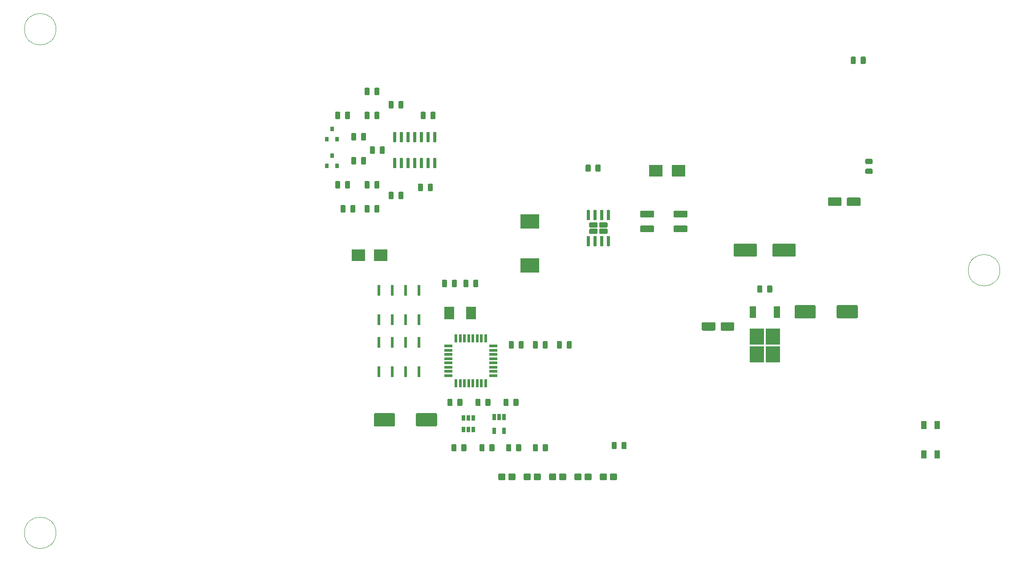
<source format=gbr>
G04 #@! TF.GenerationSoftware,KiCad,Pcbnew,(5.1.5-0-10_14)*
G04 #@! TF.CreationDate,2020-02-25T16:39:45+01:00*
G04 #@! TF.ProjectId,ErnoCCC,45726e6f-4343-4432-9e6b-696361645f70,rev?*
G04 #@! TF.SameCoordinates,Original*
G04 #@! TF.FileFunction,Paste,Top*
G04 #@! TF.FilePolarity,Positive*
%FSLAX46Y46*%
G04 Gerber Fmt 4.6, Leading zero omitted, Abs format (unit mm)*
G04 Created by KiCad (PCBNEW (5.1.5-0-10_14)) date 2020-02-25 16:39:45*
%MOMM*%
%LPD*%
G04 APERTURE LIST*
%ADD10C,0.010000*%
%ADD11R,2.500000X2.300000*%
%ADD12C,0.050000*%
%ADD13R,0.650000X1.060000*%
%ADD14R,0.650000X1.220000*%
%ADD15R,1.600000X0.550000*%
%ADD16R,0.550000X1.600000*%
%ADD17R,2.750000X3.050000*%
%ADD18R,1.200000X2.200000*%
%ADD19R,1.000000X1.500000*%
%ADD20R,3.600000X2.700000*%
%ADD21R,0.600000X2.000000*%
%ADD22R,0.800000X0.900000*%
%ADD23R,1.900000X2.400000*%
G04 APERTURE END LIST*
D10*
X234700000Y-71100000D02*
G75*
G03X234700000Y-71100000I-3000000J0D01*
G01*
X55200000Y-121100000D02*
G75*
G03X55200000Y-121100000I-3000000J0D01*
G01*
X55200000Y-25200000D02*
G75*
G03X55200000Y-25200000I-3000000J0D01*
G01*
D11*
X116983400Y-68275200D03*
X112683400Y-68275200D03*
D12*
G36*
X207979504Y-57240204D02*
G01*
X208003773Y-57243804D01*
X208027571Y-57249765D01*
X208050671Y-57258030D01*
X208072849Y-57268520D01*
X208093893Y-57281133D01*
X208113598Y-57295747D01*
X208131777Y-57312223D01*
X208148253Y-57330402D01*
X208162867Y-57350107D01*
X208175480Y-57371151D01*
X208185970Y-57393329D01*
X208194235Y-57416429D01*
X208200196Y-57440227D01*
X208203796Y-57464496D01*
X208205000Y-57489000D01*
X208205000Y-58589000D01*
X208203796Y-58613504D01*
X208200196Y-58637773D01*
X208194235Y-58661571D01*
X208185970Y-58684671D01*
X208175480Y-58706849D01*
X208162867Y-58727893D01*
X208148253Y-58747598D01*
X208131777Y-58765777D01*
X208113598Y-58782253D01*
X208093893Y-58796867D01*
X208072849Y-58809480D01*
X208050671Y-58819970D01*
X208027571Y-58828235D01*
X208003773Y-58834196D01*
X207979504Y-58837796D01*
X207955000Y-58839000D01*
X205855000Y-58839000D01*
X205830496Y-58837796D01*
X205806227Y-58834196D01*
X205782429Y-58828235D01*
X205759329Y-58819970D01*
X205737151Y-58809480D01*
X205716107Y-58796867D01*
X205696402Y-58782253D01*
X205678223Y-58765777D01*
X205661747Y-58747598D01*
X205647133Y-58727893D01*
X205634520Y-58706849D01*
X205624030Y-58684671D01*
X205615765Y-58661571D01*
X205609804Y-58637773D01*
X205606204Y-58613504D01*
X205605000Y-58589000D01*
X205605000Y-57489000D01*
X205606204Y-57464496D01*
X205609804Y-57440227D01*
X205615765Y-57416429D01*
X205624030Y-57393329D01*
X205634520Y-57371151D01*
X205647133Y-57350107D01*
X205661747Y-57330402D01*
X205678223Y-57312223D01*
X205696402Y-57295747D01*
X205716107Y-57281133D01*
X205737151Y-57268520D01*
X205759329Y-57258030D01*
X205782429Y-57249765D01*
X205806227Y-57243804D01*
X205830496Y-57240204D01*
X205855000Y-57239000D01*
X207955000Y-57239000D01*
X207979504Y-57240204D01*
G37*
G36*
X204379504Y-57240204D02*
G01*
X204403773Y-57243804D01*
X204427571Y-57249765D01*
X204450671Y-57258030D01*
X204472849Y-57268520D01*
X204493893Y-57281133D01*
X204513598Y-57295747D01*
X204531777Y-57312223D01*
X204548253Y-57330402D01*
X204562867Y-57350107D01*
X204575480Y-57371151D01*
X204585970Y-57393329D01*
X204594235Y-57416429D01*
X204600196Y-57440227D01*
X204603796Y-57464496D01*
X204605000Y-57489000D01*
X204605000Y-58589000D01*
X204603796Y-58613504D01*
X204600196Y-58637773D01*
X204594235Y-58661571D01*
X204585970Y-58684671D01*
X204575480Y-58706849D01*
X204562867Y-58727893D01*
X204548253Y-58747598D01*
X204531777Y-58765777D01*
X204513598Y-58782253D01*
X204493893Y-58796867D01*
X204472849Y-58809480D01*
X204450671Y-58819970D01*
X204427571Y-58828235D01*
X204403773Y-58834196D01*
X204379504Y-58837796D01*
X204355000Y-58839000D01*
X202255000Y-58839000D01*
X202230496Y-58837796D01*
X202206227Y-58834196D01*
X202182429Y-58828235D01*
X202159329Y-58819970D01*
X202137151Y-58809480D01*
X202116107Y-58796867D01*
X202096402Y-58782253D01*
X202078223Y-58765777D01*
X202061747Y-58747598D01*
X202047133Y-58727893D01*
X202034520Y-58706849D01*
X202024030Y-58684671D01*
X202015765Y-58661571D01*
X202009804Y-58637773D01*
X202006204Y-58613504D01*
X202005000Y-58589000D01*
X202005000Y-57489000D01*
X202006204Y-57464496D01*
X202009804Y-57440227D01*
X202015765Y-57416429D01*
X202024030Y-57393329D01*
X202034520Y-57371151D01*
X202047133Y-57350107D01*
X202061747Y-57330402D01*
X202078223Y-57312223D01*
X202096402Y-57295747D01*
X202116107Y-57281133D01*
X202137151Y-57268520D01*
X202159329Y-57258030D01*
X202182429Y-57249765D01*
X202206227Y-57243804D01*
X202230496Y-57240204D01*
X202255000Y-57239000D01*
X204355000Y-57239000D01*
X204379504Y-57240204D01*
G37*
G36*
X183976504Y-80989204D02*
G01*
X184000773Y-80992804D01*
X184024571Y-80998765D01*
X184047671Y-81007030D01*
X184069849Y-81017520D01*
X184090893Y-81030133D01*
X184110598Y-81044747D01*
X184128777Y-81061223D01*
X184145253Y-81079402D01*
X184159867Y-81099107D01*
X184172480Y-81120151D01*
X184182970Y-81142329D01*
X184191235Y-81165429D01*
X184197196Y-81189227D01*
X184200796Y-81213496D01*
X184202000Y-81238000D01*
X184202000Y-82338000D01*
X184200796Y-82362504D01*
X184197196Y-82386773D01*
X184191235Y-82410571D01*
X184182970Y-82433671D01*
X184172480Y-82455849D01*
X184159867Y-82476893D01*
X184145253Y-82496598D01*
X184128777Y-82514777D01*
X184110598Y-82531253D01*
X184090893Y-82545867D01*
X184069849Y-82558480D01*
X184047671Y-82568970D01*
X184024571Y-82577235D01*
X184000773Y-82583196D01*
X183976504Y-82586796D01*
X183952000Y-82588000D01*
X181852000Y-82588000D01*
X181827496Y-82586796D01*
X181803227Y-82583196D01*
X181779429Y-82577235D01*
X181756329Y-82568970D01*
X181734151Y-82558480D01*
X181713107Y-82545867D01*
X181693402Y-82531253D01*
X181675223Y-82514777D01*
X181658747Y-82496598D01*
X181644133Y-82476893D01*
X181631520Y-82455849D01*
X181621030Y-82433671D01*
X181612765Y-82410571D01*
X181606804Y-82386773D01*
X181603204Y-82362504D01*
X181602000Y-82338000D01*
X181602000Y-81238000D01*
X181603204Y-81213496D01*
X181606804Y-81189227D01*
X181612765Y-81165429D01*
X181621030Y-81142329D01*
X181631520Y-81120151D01*
X181644133Y-81099107D01*
X181658747Y-81079402D01*
X181675223Y-81061223D01*
X181693402Y-81044747D01*
X181713107Y-81030133D01*
X181734151Y-81017520D01*
X181756329Y-81007030D01*
X181779429Y-80998765D01*
X181803227Y-80992804D01*
X181827496Y-80989204D01*
X181852000Y-80988000D01*
X183952000Y-80988000D01*
X183976504Y-80989204D01*
G37*
G36*
X180376504Y-80989204D02*
G01*
X180400773Y-80992804D01*
X180424571Y-80998765D01*
X180447671Y-81007030D01*
X180469849Y-81017520D01*
X180490893Y-81030133D01*
X180510598Y-81044747D01*
X180528777Y-81061223D01*
X180545253Y-81079402D01*
X180559867Y-81099107D01*
X180572480Y-81120151D01*
X180582970Y-81142329D01*
X180591235Y-81165429D01*
X180597196Y-81189227D01*
X180600796Y-81213496D01*
X180602000Y-81238000D01*
X180602000Y-82338000D01*
X180600796Y-82362504D01*
X180597196Y-82386773D01*
X180591235Y-82410571D01*
X180582970Y-82433671D01*
X180572480Y-82455849D01*
X180559867Y-82476893D01*
X180545253Y-82496598D01*
X180528777Y-82514777D01*
X180510598Y-82531253D01*
X180490893Y-82545867D01*
X180469849Y-82558480D01*
X180447671Y-82568970D01*
X180424571Y-82577235D01*
X180400773Y-82583196D01*
X180376504Y-82586796D01*
X180352000Y-82588000D01*
X178252000Y-82588000D01*
X178227496Y-82586796D01*
X178203227Y-82583196D01*
X178179429Y-82577235D01*
X178156329Y-82568970D01*
X178134151Y-82558480D01*
X178113107Y-82545867D01*
X178093402Y-82531253D01*
X178075223Y-82514777D01*
X178058747Y-82496598D01*
X178044133Y-82476893D01*
X178031520Y-82455849D01*
X178021030Y-82433671D01*
X178012765Y-82410571D01*
X178006804Y-82386773D01*
X178003204Y-82362504D01*
X178002000Y-82338000D01*
X178002000Y-81238000D01*
X178003204Y-81213496D01*
X178006804Y-81189227D01*
X178012765Y-81165429D01*
X178021030Y-81142329D01*
X178031520Y-81120151D01*
X178044133Y-81099107D01*
X178058747Y-81079402D01*
X178075223Y-81061223D01*
X178093402Y-81044747D01*
X178113107Y-81030133D01*
X178134151Y-81017520D01*
X178156329Y-81007030D01*
X178179429Y-80998765D01*
X178203227Y-80992804D01*
X178227496Y-80989204D01*
X178252000Y-80988000D01*
X180352000Y-80988000D01*
X180376504Y-80989204D01*
G37*
G36*
X127440504Y-98319204D02*
G01*
X127464773Y-98322804D01*
X127488571Y-98328765D01*
X127511671Y-98337030D01*
X127533849Y-98347520D01*
X127554893Y-98360133D01*
X127574598Y-98374747D01*
X127592777Y-98391223D01*
X127609253Y-98409402D01*
X127623867Y-98429107D01*
X127636480Y-98450151D01*
X127646970Y-98472329D01*
X127655235Y-98495429D01*
X127661196Y-98519227D01*
X127664796Y-98543496D01*
X127666000Y-98568000D01*
X127666000Y-100568000D01*
X127664796Y-100592504D01*
X127661196Y-100616773D01*
X127655235Y-100640571D01*
X127646970Y-100663671D01*
X127636480Y-100685849D01*
X127623867Y-100706893D01*
X127609253Y-100726598D01*
X127592777Y-100744777D01*
X127574598Y-100761253D01*
X127554893Y-100775867D01*
X127533849Y-100788480D01*
X127511671Y-100798970D01*
X127488571Y-100807235D01*
X127464773Y-100813196D01*
X127440504Y-100816796D01*
X127416000Y-100818000D01*
X123916000Y-100818000D01*
X123891496Y-100816796D01*
X123867227Y-100813196D01*
X123843429Y-100807235D01*
X123820329Y-100798970D01*
X123798151Y-100788480D01*
X123777107Y-100775867D01*
X123757402Y-100761253D01*
X123739223Y-100744777D01*
X123722747Y-100726598D01*
X123708133Y-100706893D01*
X123695520Y-100685849D01*
X123685030Y-100663671D01*
X123676765Y-100640571D01*
X123670804Y-100616773D01*
X123667204Y-100592504D01*
X123666000Y-100568000D01*
X123666000Y-98568000D01*
X123667204Y-98543496D01*
X123670804Y-98519227D01*
X123676765Y-98495429D01*
X123685030Y-98472329D01*
X123695520Y-98450151D01*
X123708133Y-98429107D01*
X123722747Y-98409402D01*
X123739223Y-98391223D01*
X123757402Y-98374747D01*
X123777107Y-98360133D01*
X123798151Y-98347520D01*
X123820329Y-98337030D01*
X123843429Y-98328765D01*
X123867227Y-98322804D01*
X123891496Y-98319204D01*
X123916000Y-98318000D01*
X127416000Y-98318000D01*
X127440504Y-98319204D01*
G37*
G36*
X119440504Y-98319204D02*
G01*
X119464773Y-98322804D01*
X119488571Y-98328765D01*
X119511671Y-98337030D01*
X119533849Y-98347520D01*
X119554893Y-98360133D01*
X119574598Y-98374747D01*
X119592777Y-98391223D01*
X119609253Y-98409402D01*
X119623867Y-98429107D01*
X119636480Y-98450151D01*
X119646970Y-98472329D01*
X119655235Y-98495429D01*
X119661196Y-98519227D01*
X119664796Y-98543496D01*
X119666000Y-98568000D01*
X119666000Y-100568000D01*
X119664796Y-100592504D01*
X119661196Y-100616773D01*
X119655235Y-100640571D01*
X119646970Y-100663671D01*
X119636480Y-100685849D01*
X119623867Y-100706893D01*
X119609253Y-100726598D01*
X119592777Y-100744777D01*
X119574598Y-100761253D01*
X119554893Y-100775867D01*
X119533849Y-100788480D01*
X119511671Y-100798970D01*
X119488571Y-100807235D01*
X119464773Y-100813196D01*
X119440504Y-100816796D01*
X119416000Y-100818000D01*
X115916000Y-100818000D01*
X115891496Y-100816796D01*
X115867227Y-100813196D01*
X115843429Y-100807235D01*
X115820329Y-100798970D01*
X115798151Y-100788480D01*
X115777107Y-100775867D01*
X115757402Y-100761253D01*
X115739223Y-100744777D01*
X115722747Y-100726598D01*
X115708133Y-100706893D01*
X115695520Y-100685849D01*
X115685030Y-100663671D01*
X115676765Y-100640571D01*
X115670804Y-100616773D01*
X115667204Y-100592504D01*
X115666000Y-100568000D01*
X115666000Y-98568000D01*
X115667204Y-98543496D01*
X115670804Y-98519227D01*
X115676765Y-98495429D01*
X115685030Y-98472329D01*
X115695520Y-98450151D01*
X115708133Y-98429107D01*
X115722747Y-98409402D01*
X115739223Y-98391223D01*
X115757402Y-98374747D01*
X115777107Y-98360133D01*
X115798151Y-98347520D01*
X115820329Y-98337030D01*
X115843429Y-98328765D01*
X115867227Y-98322804D01*
X115891496Y-98319204D01*
X115916000Y-98318000D01*
X119416000Y-98318000D01*
X119440504Y-98319204D01*
G37*
G36*
X148525142Y-104203174D02*
G01*
X148548803Y-104206684D01*
X148572007Y-104212496D01*
X148594529Y-104220554D01*
X148616153Y-104230782D01*
X148636670Y-104243079D01*
X148655883Y-104257329D01*
X148673607Y-104273393D01*
X148689671Y-104291117D01*
X148703921Y-104310330D01*
X148716218Y-104330847D01*
X148726446Y-104352471D01*
X148734504Y-104374993D01*
X148740316Y-104398197D01*
X148743826Y-104421858D01*
X148745000Y-104445750D01*
X148745000Y-105358250D01*
X148743826Y-105382142D01*
X148740316Y-105405803D01*
X148734504Y-105429007D01*
X148726446Y-105451529D01*
X148716218Y-105473153D01*
X148703921Y-105493670D01*
X148689671Y-105512883D01*
X148673607Y-105530607D01*
X148655883Y-105546671D01*
X148636670Y-105560921D01*
X148616153Y-105573218D01*
X148594529Y-105583446D01*
X148572007Y-105591504D01*
X148548803Y-105597316D01*
X148525142Y-105600826D01*
X148501250Y-105602000D01*
X148013750Y-105602000D01*
X147989858Y-105600826D01*
X147966197Y-105597316D01*
X147942993Y-105591504D01*
X147920471Y-105583446D01*
X147898847Y-105573218D01*
X147878330Y-105560921D01*
X147859117Y-105546671D01*
X147841393Y-105530607D01*
X147825329Y-105512883D01*
X147811079Y-105493670D01*
X147798782Y-105473153D01*
X147788554Y-105451529D01*
X147780496Y-105429007D01*
X147774684Y-105405803D01*
X147771174Y-105382142D01*
X147770000Y-105358250D01*
X147770000Y-104445750D01*
X147771174Y-104421858D01*
X147774684Y-104398197D01*
X147780496Y-104374993D01*
X147788554Y-104352471D01*
X147798782Y-104330847D01*
X147811079Y-104310330D01*
X147825329Y-104291117D01*
X147841393Y-104273393D01*
X147859117Y-104257329D01*
X147878330Y-104243079D01*
X147898847Y-104230782D01*
X147920471Y-104220554D01*
X147942993Y-104212496D01*
X147966197Y-104206684D01*
X147989858Y-104203174D01*
X148013750Y-104202000D01*
X148501250Y-104202000D01*
X148525142Y-104203174D01*
G37*
G36*
X146650142Y-104203174D02*
G01*
X146673803Y-104206684D01*
X146697007Y-104212496D01*
X146719529Y-104220554D01*
X146741153Y-104230782D01*
X146761670Y-104243079D01*
X146780883Y-104257329D01*
X146798607Y-104273393D01*
X146814671Y-104291117D01*
X146828921Y-104310330D01*
X146841218Y-104330847D01*
X146851446Y-104352471D01*
X146859504Y-104374993D01*
X146865316Y-104398197D01*
X146868826Y-104421858D01*
X146870000Y-104445750D01*
X146870000Y-105358250D01*
X146868826Y-105382142D01*
X146865316Y-105405803D01*
X146859504Y-105429007D01*
X146851446Y-105451529D01*
X146841218Y-105473153D01*
X146828921Y-105493670D01*
X146814671Y-105512883D01*
X146798607Y-105530607D01*
X146780883Y-105546671D01*
X146761670Y-105560921D01*
X146741153Y-105573218D01*
X146719529Y-105583446D01*
X146697007Y-105591504D01*
X146673803Y-105597316D01*
X146650142Y-105600826D01*
X146626250Y-105602000D01*
X146138750Y-105602000D01*
X146114858Y-105600826D01*
X146091197Y-105597316D01*
X146067993Y-105591504D01*
X146045471Y-105583446D01*
X146023847Y-105573218D01*
X146003330Y-105560921D01*
X145984117Y-105546671D01*
X145966393Y-105530607D01*
X145950329Y-105512883D01*
X145936079Y-105493670D01*
X145923782Y-105473153D01*
X145913554Y-105451529D01*
X145905496Y-105429007D01*
X145899684Y-105405803D01*
X145896174Y-105382142D01*
X145895000Y-105358250D01*
X145895000Y-104445750D01*
X145896174Y-104421858D01*
X145899684Y-104398197D01*
X145905496Y-104374993D01*
X145913554Y-104352471D01*
X145923782Y-104330847D01*
X145936079Y-104310330D01*
X145950329Y-104291117D01*
X145966393Y-104273393D01*
X145984117Y-104257329D01*
X146003330Y-104243079D01*
X146023847Y-104230782D01*
X146045471Y-104220554D01*
X146067993Y-104212496D01*
X146091197Y-104206684D01*
X146114858Y-104203174D01*
X146138750Y-104202000D01*
X146626250Y-104202000D01*
X146650142Y-104203174D01*
G37*
G36*
X131156142Y-104203174D02*
G01*
X131179803Y-104206684D01*
X131203007Y-104212496D01*
X131225529Y-104220554D01*
X131247153Y-104230782D01*
X131267670Y-104243079D01*
X131286883Y-104257329D01*
X131304607Y-104273393D01*
X131320671Y-104291117D01*
X131334921Y-104310330D01*
X131347218Y-104330847D01*
X131357446Y-104352471D01*
X131365504Y-104374993D01*
X131371316Y-104398197D01*
X131374826Y-104421858D01*
X131376000Y-104445750D01*
X131376000Y-105358250D01*
X131374826Y-105382142D01*
X131371316Y-105405803D01*
X131365504Y-105429007D01*
X131357446Y-105451529D01*
X131347218Y-105473153D01*
X131334921Y-105493670D01*
X131320671Y-105512883D01*
X131304607Y-105530607D01*
X131286883Y-105546671D01*
X131267670Y-105560921D01*
X131247153Y-105573218D01*
X131225529Y-105583446D01*
X131203007Y-105591504D01*
X131179803Y-105597316D01*
X131156142Y-105600826D01*
X131132250Y-105602000D01*
X130644750Y-105602000D01*
X130620858Y-105600826D01*
X130597197Y-105597316D01*
X130573993Y-105591504D01*
X130551471Y-105583446D01*
X130529847Y-105573218D01*
X130509330Y-105560921D01*
X130490117Y-105546671D01*
X130472393Y-105530607D01*
X130456329Y-105512883D01*
X130442079Y-105493670D01*
X130429782Y-105473153D01*
X130419554Y-105451529D01*
X130411496Y-105429007D01*
X130405684Y-105405803D01*
X130402174Y-105382142D01*
X130401000Y-105358250D01*
X130401000Y-104445750D01*
X130402174Y-104421858D01*
X130405684Y-104398197D01*
X130411496Y-104374993D01*
X130419554Y-104352471D01*
X130429782Y-104330847D01*
X130442079Y-104310330D01*
X130456329Y-104291117D01*
X130472393Y-104273393D01*
X130490117Y-104257329D01*
X130509330Y-104243079D01*
X130529847Y-104230782D01*
X130551471Y-104220554D01*
X130573993Y-104212496D01*
X130597197Y-104206684D01*
X130620858Y-104203174D01*
X130644750Y-104202000D01*
X131132250Y-104202000D01*
X131156142Y-104203174D01*
G37*
G36*
X133031142Y-104203174D02*
G01*
X133054803Y-104206684D01*
X133078007Y-104212496D01*
X133100529Y-104220554D01*
X133122153Y-104230782D01*
X133142670Y-104243079D01*
X133161883Y-104257329D01*
X133179607Y-104273393D01*
X133195671Y-104291117D01*
X133209921Y-104310330D01*
X133222218Y-104330847D01*
X133232446Y-104352471D01*
X133240504Y-104374993D01*
X133246316Y-104398197D01*
X133249826Y-104421858D01*
X133251000Y-104445750D01*
X133251000Y-105358250D01*
X133249826Y-105382142D01*
X133246316Y-105405803D01*
X133240504Y-105429007D01*
X133232446Y-105451529D01*
X133222218Y-105473153D01*
X133209921Y-105493670D01*
X133195671Y-105512883D01*
X133179607Y-105530607D01*
X133161883Y-105546671D01*
X133142670Y-105560921D01*
X133122153Y-105573218D01*
X133100529Y-105583446D01*
X133078007Y-105591504D01*
X133054803Y-105597316D01*
X133031142Y-105600826D01*
X133007250Y-105602000D01*
X132519750Y-105602000D01*
X132495858Y-105600826D01*
X132472197Y-105597316D01*
X132448993Y-105591504D01*
X132426471Y-105583446D01*
X132404847Y-105573218D01*
X132384330Y-105560921D01*
X132365117Y-105546671D01*
X132347393Y-105530607D01*
X132331329Y-105512883D01*
X132317079Y-105493670D01*
X132304782Y-105473153D01*
X132294554Y-105451529D01*
X132286496Y-105429007D01*
X132280684Y-105405803D01*
X132277174Y-105382142D01*
X132276000Y-105358250D01*
X132276000Y-104445750D01*
X132277174Y-104421858D01*
X132280684Y-104398197D01*
X132286496Y-104374993D01*
X132294554Y-104352471D01*
X132304782Y-104330847D01*
X132317079Y-104310330D01*
X132331329Y-104291117D01*
X132347393Y-104273393D01*
X132365117Y-104257329D01*
X132384330Y-104243079D01*
X132404847Y-104230782D01*
X132426471Y-104220554D01*
X132448993Y-104212496D01*
X132472197Y-104206684D01*
X132495858Y-104203174D01*
X132519750Y-104202000D01*
X133007250Y-104202000D01*
X133031142Y-104203174D01*
G37*
G36*
X142937142Y-95567174D02*
G01*
X142960803Y-95570684D01*
X142984007Y-95576496D01*
X143006529Y-95584554D01*
X143028153Y-95594782D01*
X143048670Y-95607079D01*
X143067883Y-95621329D01*
X143085607Y-95637393D01*
X143101671Y-95655117D01*
X143115921Y-95674330D01*
X143128218Y-95694847D01*
X143138446Y-95716471D01*
X143146504Y-95738993D01*
X143152316Y-95762197D01*
X143155826Y-95785858D01*
X143157000Y-95809750D01*
X143157000Y-96722250D01*
X143155826Y-96746142D01*
X143152316Y-96769803D01*
X143146504Y-96793007D01*
X143138446Y-96815529D01*
X143128218Y-96837153D01*
X143115921Y-96857670D01*
X143101671Y-96876883D01*
X143085607Y-96894607D01*
X143067883Y-96910671D01*
X143048670Y-96924921D01*
X143028153Y-96937218D01*
X143006529Y-96947446D01*
X142984007Y-96955504D01*
X142960803Y-96961316D01*
X142937142Y-96964826D01*
X142913250Y-96966000D01*
X142425750Y-96966000D01*
X142401858Y-96964826D01*
X142378197Y-96961316D01*
X142354993Y-96955504D01*
X142332471Y-96947446D01*
X142310847Y-96937218D01*
X142290330Y-96924921D01*
X142271117Y-96910671D01*
X142253393Y-96894607D01*
X142237329Y-96876883D01*
X142223079Y-96857670D01*
X142210782Y-96837153D01*
X142200554Y-96815529D01*
X142192496Y-96793007D01*
X142186684Y-96769803D01*
X142183174Y-96746142D01*
X142182000Y-96722250D01*
X142182000Y-95809750D01*
X142183174Y-95785858D01*
X142186684Y-95762197D01*
X142192496Y-95738993D01*
X142200554Y-95716471D01*
X142210782Y-95694847D01*
X142223079Y-95674330D01*
X142237329Y-95655117D01*
X142253393Y-95637393D01*
X142271117Y-95621329D01*
X142290330Y-95607079D01*
X142310847Y-95594782D01*
X142332471Y-95584554D01*
X142354993Y-95576496D01*
X142378197Y-95570684D01*
X142401858Y-95567174D01*
X142425750Y-95566000D01*
X142913250Y-95566000D01*
X142937142Y-95567174D01*
G37*
G36*
X141062142Y-95567174D02*
G01*
X141085803Y-95570684D01*
X141109007Y-95576496D01*
X141131529Y-95584554D01*
X141153153Y-95594782D01*
X141173670Y-95607079D01*
X141192883Y-95621329D01*
X141210607Y-95637393D01*
X141226671Y-95655117D01*
X141240921Y-95674330D01*
X141253218Y-95694847D01*
X141263446Y-95716471D01*
X141271504Y-95738993D01*
X141277316Y-95762197D01*
X141280826Y-95785858D01*
X141282000Y-95809750D01*
X141282000Y-96722250D01*
X141280826Y-96746142D01*
X141277316Y-96769803D01*
X141271504Y-96793007D01*
X141263446Y-96815529D01*
X141253218Y-96837153D01*
X141240921Y-96857670D01*
X141226671Y-96876883D01*
X141210607Y-96894607D01*
X141192883Y-96910671D01*
X141173670Y-96924921D01*
X141153153Y-96937218D01*
X141131529Y-96947446D01*
X141109007Y-96955504D01*
X141085803Y-96961316D01*
X141062142Y-96964826D01*
X141038250Y-96966000D01*
X140550750Y-96966000D01*
X140526858Y-96964826D01*
X140503197Y-96961316D01*
X140479993Y-96955504D01*
X140457471Y-96947446D01*
X140435847Y-96937218D01*
X140415330Y-96924921D01*
X140396117Y-96910671D01*
X140378393Y-96894607D01*
X140362329Y-96876883D01*
X140348079Y-96857670D01*
X140335782Y-96837153D01*
X140325554Y-96815529D01*
X140317496Y-96793007D01*
X140311684Y-96769803D01*
X140308174Y-96746142D01*
X140307000Y-96722250D01*
X140307000Y-95809750D01*
X140308174Y-95785858D01*
X140311684Y-95762197D01*
X140317496Y-95738993D01*
X140325554Y-95716471D01*
X140335782Y-95694847D01*
X140348079Y-95674330D01*
X140362329Y-95655117D01*
X140378393Y-95637393D01*
X140396117Y-95621329D01*
X140415330Y-95607079D01*
X140435847Y-95594782D01*
X140457471Y-95584554D01*
X140479993Y-95576496D01*
X140503197Y-95570684D01*
X140526858Y-95567174D01*
X140550750Y-95566000D01*
X141038250Y-95566000D01*
X141062142Y-95567174D01*
G37*
D13*
X133604000Y-99230000D03*
X132654000Y-99230000D03*
X134554000Y-99230000D03*
X134554000Y-101430000D03*
X133604000Y-101430000D03*
X132654000Y-101430000D03*
D14*
X140396000Y-101640000D03*
X138496000Y-101640000D03*
X138496000Y-99020000D03*
X139446000Y-99020000D03*
X140396000Y-99020000D03*
D12*
G36*
X138365142Y-104203174D02*
G01*
X138388803Y-104206684D01*
X138412007Y-104212496D01*
X138434529Y-104220554D01*
X138456153Y-104230782D01*
X138476670Y-104243079D01*
X138495883Y-104257329D01*
X138513607Y-104273393D01*
X138529671Y-104291117D01*
X138543921Y-104310330D01*
X138556218Y-104330847D01*
X138566446Y-104352471D01*
X138574504Y-104374993D01*
X138580316Y-104398197D01*
X138583826Y-104421858D01*
X138585000Y-104445750D01*
X138585000Y-105358250D01*
X138583826Y-105382142D01*
X138580316Y-105405803D01*
X138574504Y-105429007D01*
X138566446Y-105451529D01*
X138556218Y-105473153D01*
X138543921Y-105493670D01*
X138529671Y-105512883D01*
X138513607Y-105530607D01*
X138495883Y-105546671D01*
X138476670Y-105560921D01*
X138456153Y-105573218D01*
X138434529Y-105583446D01*
X138412007Y-105591504D01*
X138388803Y-105597316D01*
X138365142Y-105600826D01*
X138341250Y-105602000D01*
X137853750Y-105602000D01*
X137829858Y-105600826D01*
X137806197Y-105597316D01*
X137782993Y-105591504D01*
X137760471Y-105583446D01*
X137738847Y-105573218D01*
X137718330Y-105560921D01*
X137699117Y-105546671D01*
X137681393Y-105530607D01*
X137665329Y-105512883D01*
X137651079Y-105493670D01*
X137638782Y-105473153D01*
X137628554Y-105451529D01*
X137620496Y-105429007D01*
X137614684Y-105405803D01*
X137611174Y-105382142D01*
X137610000Y-105358250D01*
X137610000Y-104445750D01*
X137611174Y-104421858D01*
X137614684Y-104398197D01*
X137620496Y-104374993D01*
X137628554Y-104352471D01*
X137638782Y-104330847D01*
X137651079Y-104310330D01*
X137665329Y-104291117D01*
X137681393Y-104273393D01*
X137699117Y-104257329D01*
X137718330Y-104243079D01*
X137738847Y-104230782D01*
X137760471Y-104220554D01*
X137782993Y-104212496D01*
X137806197Y-104206684D01*
X137829858Y-104203174D01*
X137853750Y-104202000D01*
X138341250Y-104202000D01*
X138365142Y-104203174D01*
G37*
G36*
X136490142Y-104203174D02*
G01*
X136513803Y-104206684D01*
X136537007Y-104212496D01*
X136559529Y-104220554D01*
X136581153Y-104230782D01*
X136601670Y-104243079D01*
X136620883Y-104257329D01*
X136638607Y-104273393D01*
X136654671Y-104291117D01*
X136668921Y-104310330D01*
X136681218Y-104330847D01*
X136691446Y-104352471D01*
X136699504Y-104374993D01*
X136705316Y-104398197D01*
X136708826Y-104421858D01*
X136710000Y-104445750D01*
X136710000Y-105358250D01*
X136708826Y-105382142D01*
X136705316Y-105405803D01*
X136699504Y-105429007D01*
X136691446Y-105451529D01*
X136681218Y-105473153D01*
X136668921Y-105493670D01*
X136654671Y-105512883D01*
X136638607Y-105530607D01*
X136620883Y-105546671D01*
X136601670Y-105560921D01*
X136581153Y-105573218D01*
X136559529Y-105583446D01*
X136537007Y-105591504D01*
X136513803Y-105597316D01*
X136490142Y-105600826D01*
X136466250Y-105602000D01*
X135978750Y-105602000D01*
X135954858Y-105600826D01*
X135931197Y-105597316D01*
X135907993Y-105591504D01*
X135885471Y-105583446D01*
X135863847Y-105573218D01*
X135843330Y-105560921D01*
X135824117Y-105546671D01*
X135806393Y-105530607D01*
X135790329Y-105512883D01*
X135776079Y-105493670D01*
X135763782Y-105473153D01*
X135753554Y-105451529D01*
X135745496Y-105429007D01*
X135739684Y-105405803D01*
X135736174Y-105382142D01*
X135735000Y-105358250D01*
X135735000Y-104445750D01*
X135736174Y-104421858D01*
X135739684Y-104398197D01*
X135745496Y-104374993D01*
X135753554Y-104352471D01*
X135763782Y-104330847D01*
X135776079Y-104310330D01*
X135790329Y-104291117D01*
X135806393Y-104273393D01*
X135824117Y-104257329D01*
X135843330Y-104243079D01*
X135863847Y-104230782D01*
X135885471Y-104220554D01*
X135907993Y-104212496D01*
X135931197Y-104206684D01*
X135954858Y-104203174D01*
X135978750Y-104202000D01*
X136466250Y-104202000D01*
X136490142Y-104203174D01*
G37*
G36*
X143445142Y-104203174D02*
G01*
X143468803Y-104206684D01*
X143492007Y-104212496D01*
X143514529Y-104220554D01*
X143536153Y-104230782D01*
X143556670Y-104243079D01*
X143575883Y-104257329D01*
X143593607Y-104273393D01*
X143609671Y-104291117D01*
X143623921Y-104310330D01*
X143636218Y-104330847D01*
X143646446Y-104352471D01*
X143654504Y-104374993D01*
X143660316Y-104398197D01*
X143663826Y-104421858D01*
X143665000Y-104445750D01*
X143665000Y-105358250D01*
X143663826Y-105382142D01*
X143660316Y-105405803D01*
X143654504Y-105429007D01*
X143646446Y-105451529D01*
X143636218Y-105473153D01*
X143623921Y-105493670D01*
X143609671Y-105512883D01*
X143593607Y-105530607D01*
X143575883Y-105546671D01*
X143556670Y-105560921D01*
X143536153Y-105573218D01*
X143514529Y-105583446D01*
X143492007Y-105591504D01*
X143468803Y-105597316D01*
X143445142Y-105600826D01*
X143421250Y-105602000D01*
X142933750Y-105602000D01*
X142909858Y-105600826D01*
X142886197Y-105597316D01*
X142862993Y-105591504D01*
X142840471Y-105583446D01*
X142818847Y-105573218D01*
X142798330Y-105560921D01*
X142779117Y-105546671D01*
X142761393Y-105530607D01*
X142745329Y-105512883D01*
X142731079Y-105493670D01*
X142718782Y-105473153D01*
X142708554Y-105451529D01*
X142700496Y-105429007D01*
X142694684Y-105405803D01*
X142691174Y-105382142D01*
X142690000Y-105358250D01*
X142690000Y-104445750D01*
X142691174Y-104421858D01*
X142694684Y-104398197D01*
X142700496Y-104374993D01*
X142708554Y-104352471D01*
X142718782Y-104330847D01*
X142731079Y-104310330D01*
X142745329Y-104291117D01*
X142761393Y-104273393D01*
X142779117Y-104257329D01*
X142798330Y-104243079D01*
X142818847Y-104230782D01*
X142840471Y-104220554D01*
X142862993Y-104212496D01*
X142886197Y-104206684D01*
X142909858Y-104203174D01*
X142933750Y-104202000D01*
X143421250Y-104202000D01*
X143445142Y-104203174D01*
G37*
G36*
X141570142Y-104203174D02*
G01*
X141593803Y-104206684D01*
X141617007Y-104212496D01*
X141639529Y-104220554D01*
X141661153Y-104230782D01*
X141681670Y-104243079D01*
X141700883Y-104257329D01*
X141718607Y-104273393D01*
X141734671Y-104291117D01*
X141748921Y-104310330D01*
X141761218Y-104330847D01*
X141771446Y-104352471D01*
X141779504Y-104374993D01*
X141785316Y-104398197D01*
X141788826Y-104421858D01*
X141790000Y-104445750D01*
X141790000Y-105358250D01*
X141788826Y-105382142D01*
X141785316Y-105405803D01*
X141779504Y-105429007D01*
X141771446Y-105451529D01*
X141761218Y-105473153D01*
X141748921Y-105493670D01*
X141734671Y-105512883D01*
X141718607Y-105530607D01*
X141700883Y-105546671D01*
X141681670Y-105560921D01*
X141661153Y-105573218D01*
X141639529Y-105583446D01*
X141617007Y-105591504D01*
X141593803Y-105597316D01*
X141570142Y-105600826D01*
X141546250Y-105602000D01*
X141058750Y-105602000D01*
X141034858Y-105600826D01*
X141011197Y-105597316D01*
X140987993Y-105591504D01*
X140965471Y-105583446D01*
X140943847Y-105573218D01*
X140923330Y-105560921D01*
X140904117Y-105546671D01*
X140886393Y-105530607D01*
X140870329Y-105512883D01*
X140856079Y-105493670D01*
X140843782Y-105473153D01*
X140833554Y-105451529D01*
X140825496Y-105429007D01*
X140819684Y-105405803D01*
X140816174Y-105382142D01*
X140815000Y-105358250D01*
X140815000Y-104445750D01*
X140816174Y-104421858D01*
X140819684Y-104398197D01*
X140825496Y-104374993D01*
X140833554Y-104352471D01*
X140843782Y-104330847D01*
X140856079Y-104310330D01*
X140870329Y-104291117D01*
X140886393Y-104273393D01*
X140904117Y-104257329D01*
X140923330Y-104243079D01*
X140943847Y-104230782D01*
X140965471Y-104220554D01*
X140987993Y-104212496D01*
X141011197Y-104206684D01*
X141034858Y-104203174D01*
X141058750Y-104202000D01*
X141546250Y-104202000D01*
X141570142Y-104203174D01*
G37*
D15*
X138344000Y-85542000D03*
X138344000Y-86342000D03*
X138344000Y-87142000D03*
X138344000Y-87942000D03*
X138344000Y-88742000D03*
X138344000Y-89542000D03*
X138344000Y-90342000D03*
X138344000Y-91142000D03*
D16*
X136894000Y-92592000D03*
X136094000Y-92592000D03*
X135294000Y-92592000D03*
X134494000Y-92592000D03*
X133694000Y-92592000D03*
X132894000Y-92592000D03*
X132094000Y-92592000D03*
X131294000Y-92592000D03*
D15*
X129844000Y-91142000D03*
X129844000Y-90342000D03*
X129844000Y-89542000D03*
X129844000Y-88742000D03*
X129844000Y-87942000D03*
X129844000Y-87142000D03*
X129844000Y-86342000D03*
X129844000Y-85542000D03*
D16*
X131294000Y-84092000D03*
X132094000Y-84092000D03*
X132894000Y-84092000D03*
X133694000Y-84092000D03*
X134494000Y-84092000D03*
X135294000Y-84092000D03*
X136094000Y-84092000D03*
X136894000Y-84092000D03*
D17*
X188467000Y-83737000D03*
X191517000Y-87087000D03*
X191517000Y-83737000D03*
X188467000Y-87087000D03*
D18*
X187712000Y-79112000D03*
X192272000Y-79112000D03*
D12*
G36*
X195648504Y-66011204D02*
G01*
X195672773Y-66014804D01*
X195696571Y-66020765D01*
X195719671Y-66029030D01*
X195741849Y-66039520D01*
X195762893Y-66052133D01*
X195782598Y-66066747D01*
X195800777Y-66083223D01*
X195817253Y-66101402D01*
X195831867Y-66121107D01*
X195844480Y-66142151D01*
X195854970Y-66164329D01*
X195863235Y-66187429D01*
X195869196Y-66211227D01*
X195872796Y-66235496D01*
X195874000Y-66260000D01*
X195874000Y-68260000D01*
X195872796Y-68284504D01*
X195869196Y-68308773D01*
X195863235Y-68332571D01*
X195854970Y-68355671D01*
X195844480Y-68377849D01*
X195831867Y-68398893D01*
X195817253Y-68418598D01*
X195800777Y-68436777D01*
X195782598Y-68453253D01*
X195762893Y-68467867D01*
X195741849Y-68480480D01*
X195719671Y-68490970D01*
X195696571Y-68499235D01*
X195672773Y-68505196D01*
X195648504Y-68508796D01*
X195624000Y-68510000D01*
X191724000Y-68510000D01*
X191699496Y-68508796D01*
X191675227Y-68505196D01*
X191651429Y-68499235D01*
X191628329Y-68490970D01*
X191606151Y-68480480D01*
X191585107Y-68467867D01*
X191565402Y-68453253D01*
X191547223Y-68436777D01*
X191530747Y-68418598D01*
X191516133Y-68398893D01*
X191503520Y-68377849D01*
X191493030Y-68355671D01*
X191484765Y-68332571D01*
X191478804Y-68308773D01*
X191475204Y-68284504D01*
X191474000Y-68260000D01*
X191474000Y-66260000D01*
X191475204Y-66235496D01*
X191478804Y-66211227D01*
X191484765Y-66187429D01*
X191493030Y-66164329D01*
X191503520Y-66142151D01*
X191516133Y-66121107D01*
X191530747Y-66101402D01*
X191547223Y-66083223D01*
X191565402Y-66066747D01*
X191585107Y-66052133D01*
X191606151Y-66039520D01*
X191628329Y-66029030D01*
X191651429Y-66020765D01*
X191675227Y-66014804D01*
X191699496Y-66011204D01*
X191724000Y-66010000D01*
X195624000Y-66010000D01*
X195648504Y-66011204D01*
G37*
G36*
X188248504Y-66011204D02*
G01*
X188272773Y-66014804D01*
X188296571Y-66020765D01*
X188319671Y-66029030D01*
X188341849Y-66039520D01*
X188362893Y-66052133D01*
X188382598Y-66066747D01*
X188400777Y-66083223D01*
X188417253Y-66101402D01*
X188431867Y-66121107D01*
X188444480Y-66142151D01*
X188454970Y-66164329D01*
X188463235Y-66187429D01*
X188469196Y-66211227D01*
X188472796Y-66235496D01*
X188474000Y-66260000D01*
X188474000Y-68260000D01*
X188472796Y-68284504D01*
X188469196Y-68308773D01*
X188463235Y-68332571D01*
X188454970Y-68355671D01*
X188444480Y-68377849D01*
X188431867Y-68398893D01*
X188417253Y-68418598D01*
X188400777Y-68436777D01*
X188382598Y-68453253D01*
X188362893Y-68467867D01*
X188341849Y-68480480D01*
X188319671Y-68490970D01*
X188296571Y-68499235D01*
X188272773Y-68505196D01*
X188248504Y-68508796D01*
X188224000Y-68510000D01*
X184324000Y-68510000D01*
X184299496Y-68508796D01*
X184275227Y-68505196D01*
X184251429Y-68499235D01*
X184228329Y-68490970D01*
X184206151Y-68480480D01*
X184185107Y-68467867D01*
X184165402Y-68453253D01*
X184147223Y-68436777D01*
X184130747Y-68418598D01*
X184116133Y-68398893D01*
X184103520Y-68377849D01*
X184093030Y-68355671D01*
X184084765Y-68332571D01*
X184078804Y-68308773D01*
X184075204Y-68284504D01*
X184074000Y-68260000D01*
X184074000Y-66260000D01*
X184075204Y-66235496D01*
X184078804Y-66211227D01*
X184084765Y-66187429D01*
X184093030Y-66164329D01*
X184103520Y-66142151D01*
X184116133Y-66121107D01*
X184130747Y-66101402D01*
X184147223Y-66083223D01*
X184165402Y-66066747D01*
X184185107Y-66052133D01*
X184206151Y-66039520D01*
X184228329Y-66029030D01*
X184251429Y-66020765D01*
X184275227Y-66014804D01*
X184299496Y-66011204D01*
X184324000Y-66010000D01*
X188224000Y-66010000D01*
X188248504Y-66011204D01*
G37*
G36*
X207450504Y-77745204D02*
G01*
X207474773Y-77748804D01*
X207498571Y-77754765D01*
X207521671Y-77763030D01*
X207543849Y-77773520D01*
X207564893Y-77786133D01*
X207584598Y-77800747D01*
X207602777Y-77817223D01*
X207619253Y-77835402D01*
X207633867Y-77855107D01*
X207646480Y-77876151D01*
X207656970Y-77898329D01*
X207665235Y-77921429D01*
X207671196Y-77945227D01*
X207674796Y-77969496D01*
X207676000Y-77994000D01*
X207676000Y-79994000D01*
X207674796Y-80018504D01*
X207671196Y-80042773D01*
X207665235Y-80066571D01*
X207656970Y-80089671D01*
X207646480Y-80111849D01*
X207633867Y-80132893D01*
X207619253Y-80152598D01*
X207602777Y-80170777D01*
X207584598Y-80187253D01*
X207564893Y-80201867D01*
X207543849Y-80214480D01*
X207521671Y-80224970D01*
X207498571Y-80233235D01*
X207474773Y-80239196D01*
X207450504Y-80242796D01*
X207426000Y-80244000D01*
X203926000Y-80244000D01*
X203901496Y-80242796D01*
X203877227Y-80239196D01*
X203853429Y-80233235D01*
X203830329Y-80224970D01*
X203808151Y-80214480D01*
X203787107Y-80201867D01*
X203767402Y-80187253D01*
X203749223Y-80170777D01*
X203732747Y-80152598D01*
X203718133Y-80132893D01*
X203705520Y-80111849D01*
X203695030Y-80089671D01*
X203686765Y-80066571D01*
X203680804Y-80042773D01*
X203677204Y-80018504D01*
X203676000Y-79994000D01*
X203676000Y-77994000D01*
X203677204Y-77969496D01*
X203680804Y-77945227D01*
X203686765Y-77921429D01*
X203695030Y-77898329D01*
X203705520Y-77876151D01*
X203718133Y-77855107D01*
X203732747Y-77835402D01*
X203749223Y-77817223D01*
X203767402Y-77800747D01*
X203787107Y-77786133D01*
X203808151Y-77773520D01*
X203830329Y-77763030D01*
X203853429Y-77754765D01*
X203877227Y-77748804D01*
X203901496Y-77745204D01*
X203926000Y-77744000D01*
X207426000Y-77744000D01*
X207450504Y-77745204D01*
G37*
G36*
X199450504Y-77745204D02*
G01*
X199474773Y-77748804D01*
X199498571Y-77754765D01*
X199521671Y-77763030D01*
X199543849Y-77773520D01*
X199564893Y-77786133D01*
X199584598Y-77800747D01*
X199602777Y-77817223D01*
X199619253Y-77835402D01*
X199633867Y-77855107D01*
X199646480Y-77876151D01*
X199656970Y-77898329D01*
X199665235Y-77921429D01*
X199671196Y-77945227D01*
X199674796Y-77969496D01*
X199676000Y-77994000D01*
X199676000Y-79994000D01*
X199674796Y-80018504D01*
X199671196Y-80042773D01*
X199665235Y-80066571D01*
X199656970Y-80089671D01*
X199646480Y-80111849D01*
X199633867Y-80132893D01*
X199619253Y-80152598D01*
X199602777Y-80170777D01*
X199584598Y-80187253D01*
X199564893Y-80201867D01*
X199543849Y-80214480D01*
X199521671Y-80224970D01*
X199498571Y-80233235D01*
X199474773Y-80239196D01*
X199450504Y-80242796D01*
X199426000Y-80244000D01*
X195926000Y-80244000D01*
X195901496Y-80242796D01*
X195877227Y-80239196D01*
X195853429Y-80233235D01*
X195830329Y-80224970D01*
X195808151Y-80214480D01*
X195787107Y-80201867D01*
X195767402Y-80187253D01*
X195749223Y-80170777D01*
X195732747Y-80152598D01*
X195718133Y-80132893D01*
X195705520Y-80111849D01*
X195695030Y-80089671D01*
X195686765Y-80066571D01*
X195680804Y-80042773D01*
X195677204Y-80018504D01*
X195676000Y-79994000D01*
X195676000Y-77994000D01*
X195677204Y-77969496D01*
X195680804Y-77945227D01*
X195686765Y-77921429D01*
X195695030Y-77898329D01*
X195705520Y-77876151D01*
X195718133Y-77855107D01*
X195732747Y-77835402D01*
X195749223Y-77817223D01*
X195767402Y-77800747D01*
X195787107Y-77786133D01*
X195808151Y-77773520D01*
X195830329Y-77763030D01*
X195853429Y-77754765D01*
X195877227Y-77748804D01*
X195901496Y-77745204D01*
X195926000Y-77744000D01*
X199426000Y-77744000D01*
X199450504Y-77745204D01*
G37*
D11*
X169282000Y-52147000D03*
X173582000Y-52147000D03*
D19*
X220218000Y-100566001D03*
X220218000Y-106189999D03*
X222758000Y-100566001D03*
X222758000Y-106189999D03*
D12*
G36*
X156610703Y-59619722D02*
G01*
X156625264Y-59621882D01*
X156639543Y-59625459D01*
X156653403Y-59630418D01*
X156666710Y-59636712D01*
X156679336Y-59644280D01*
X156691159Y-59653048D01*
X156702066Y-59662934D01*
X156711952Y-59673841D01*
X156720720Y-59685664D01*
X156728288Y-59698290D01*
X156734582Y-59711597D01*
X156739541Y-59725457D01*
X156743118Y-59739736D01*
X156745278Y-59754297D01*
X156746000Y-59769000D01*
X156746000Y-61419000D01*
X156745278Y-61433703D01*
X156743118Y-61448264D01*
X156739541Y-61462543D01*
X156734582Y-61476403D01*
X156728288Y-61489710D01*
X156720720Y-61502336D01*
X156711952Y-61514159D01*
X156702066Y-61525066D01*
X156691159Y-61534952D01*
X156679336Y-61543720D01*
X156666710Y-61551288D01*
X156653403Y-61557582D01*
X156639543Y-61562541D01*
X156625264Y-61566118D01*
X156610703Y-61568278D01*
X156596000Y-61569000D01*
X156296000Y-61569000D01*
X156281297Y-61568278D01*
X156266736Y-61566118D01*
X156252457Y-61562541D01*
X156238597Y-61557582D01*
X156225290Y-61551288D01*
X156212664Y-61543720D01*
X156200841Y-61534952D01*
X156189934Y-61525066D01*
X156180048Y-61514159D01*
X156171280Y-61502336D01*
X156163712Y-61489710D01*
X156157418Y-61476403D01*
X156152459Y-61462543D01*
X156148882Y-61448264D01*
X156146722Y-61433703D01*
X156146000Y-61419000D01*
X156146000Y-59769000D01*
X156146722Y-59754297D01*
X156148882Y-59739736D01*
X156152459Y-59725457D01*
X156157418Y-59711597D01*
X156163712Y-59698290D01*
X156171280Y-59685664D01*
X156180048Y-59673841D01*
X156189934Y-59662934D01*
X156200841Y-59653048D01*
X156212664Y-59644280D01*
X156225290Y-59636712D01*
X156238597Y-59630418D01*
X156252457Y-59625459D01*
X156266736Y-59621882D01*
X156281297Y-59619722D01*
X156296000Y-59619000D01*
X156596000Y-59619000D01*
X156610703Y-59619722D01*
G37*
G36*
X157880703Y-59619722D02*
G01*
X157895264Y-59621882D01*
X157909543Y-59625459D01*
X157923403Y-59630418D01*
X157936710Y-59636712D01*
X157949336Y-59644280D01*
X157961159Y-59653048D01*
X157972066Y-59662934D01*
X157981952Y-59673841D01*
X157990720Y-59685664D01*
X157998288Y-59698290D01*
X158004582Y-59711597D01*
X158009541Y-59725457D01*
X158013118Y-59739736D01*
X158015278Y-59754297D01*
X158016000Y-59769000D01*
X158016000Y-61419000D01*
X158015278Y-61433703D01*
X158013118Y-61448264D01*
X158009541Y-61462543D01*
X158004582Y-61476403D01*
X157998288Y-61489710D01*
X157990720Y-61502336D01*
X157981952Y-61514159D01*
X157972066Y-61525066D01*
X157961159Y-61534952D01*
X157949336Y-61543720D01*
X157936710Y-61551288D01*
X157923403Y-61557582D01*
X157909543Y-61562541D01*
X157895264Y-61566118D01*
X157880703Y-61568278D01*
X157866000Y-61569000D01*
X157566000Y-61569000D01*
X157551297Y-61568278D01*
X157536736Y-61566118D01*
X157522457Y-61562541D01*
X157508597Y-61557582D01*
X157495290Y-61551288D01*
X157482664Y-61543720D01*
X157470841Y-61534952D01*
X157459934Y-61525066D01*
X157450048Y-61514159D01*
X157441280Y-61502336D01*
X157433712Y-61489710D01*
X157427418Y-61476403D01*
X157422459Y-61462543D01*
X157418882Y-61448264D01*
X157416722Y-61433703D01*
X157416000Y-61419000D01*
X157416000Y-59769000D01*
X157416722Y-59754297D01*
X157418882Y-59739736D01*
X157422459Y-59725457D01*
X157427418Y-59711597D01*
X157433712Y-59698290D01*
X157441280Y-59685664D01*
X157450048Y-59673841D01*
X157459934Y-59662934D01*
X157470841Y-59653048D01*
X157482664Y-59644280D01*
X157495290Y-59636712D01*
X157508597Y-59630418D01*
X157522457Y-59625459D01*
X157536736Y-59621882D01*
X157551297Y-59619722D01*
X157566000Y-59619000D01*
X157866000Y-59619000D01*
X157880703Y-59619722D01*
G37*
G36*
X159150703Y-59619722D02*
G01*
X159165264Y-59621882D01*
X159179543Y-59625459D01*
X159193403Y-59630418D01*
X159206710Y-59636712D01*
X159219336Y-59644280D01*
X159231159Y-59653048D01*
X159242066Y-59662934D01*
X159251952Y-59673841D01*
X159260720Y-59685664D01*
X159268288Y-59698290D01*
X159274582Y-59711597D01*
X159279541Y-59725457D01*
X159283118Y-59739736D01*
X159285278Y-59754297D01*
X159286000Y-59769000D01*
X159286000Y-61419000D01*
X159285278Y-61433703D01*
X159283118Y-61448264D01*
X159279541Y-61462543D01*
X159274582Y-61476403D01*
X159268288Y-61489710D01*
X159260720Y-61502336D01*
X159251952Y-61514159D01*
X159242066Y-61525066D01*
X159231159Y-61534952D01*
X159219336Y-61543720D01*
X159206710Y-61551288D01*
X159193403Y-61557582D01*
X159179543Y-61562541D01*
X159165264Y-61566118D01*
X159150703Y-61568278D01*
X159136000Y-61569000D01*
X158836000Y-61569000D01*
X158821297Y-61568278D01*
X158806736Y-61566118D01*
X158792457Y-61562541D01*
X158778597Y-61557582D01*
X158765290Y-61551288D01*
X158752664Y-61543720D01*
X158740841Y-61534952D01*
X158729934Y-61525066D01*
X158720048Y-61514159D01*
X158711280Y-61502336D01*
X158703712Y-61489710D01*
X158697418Y-61476403D01*
X158692459Y-61462543D01*
X158688882Y-61448264D01*
X158686722Y-61433703D01*
X158686000Y-61419000D01*
X158686000Y-59769000D01*
X158686722Y-59754297D01*
X158688882Y-59739736D01*
X158692459Y-59725457D01*
X158697418Y-59711597D01*
X158703712Y-59698290D01*
X158711280Y-59685664D01*
X158720048Y-59673841D01*
X158729934Y-59662934D01*
X158740841Y-59653048D01*
X158752664Y-59644280D01*
X158765290Y-59636712D01*
X158778597Y-59630418D01*
X158792457Y-59625459D01*
X158806736Y-59621882D01*
X158821297Y-59619722D01*
X158836000Y-59619000D01*
X159136000Y-59619000D01*
X159150703Y-59619722D01*
G37*
G36*
X160420703Y-59619722D02*
G01*
X160435264Y-59621882D01*
X160449543Y-59625459D01*
X160463403Y-59630418D01*
X160476710Y-59636712D01*
X160489336Y-59644280D01*
X160501159Y-59653048D01*
X160512066Y-59662934D01*
X160521952Y-59673841D01*
X160530720Y-59685664D01*
X160538288Y-59698290D01*
X160544582Y-59711597D01*
X160549541Y-59725457D01*
X160553118Y-59739736D01*
X160555278Y-59754297D01*
X160556000Y-59769000D01*
X160556000Y-61419000D01*
X160555278Y-61433703D01*
X160553118Y-61448264D01*
X160549541Y-61462543D01*
X160544582Y-61476403D01*
X160538288Y-61489710D01*
X160530720Y-61502336D01*
X160521952Y-61514159D01*
X160512066Y-61525066D01*
X160501159Y-61534952D01*
X160489336Y-61543720D01*
X160476710Y-61551288D01*
X160463403Y-61557582D01*
X160449543Y-61562541D01*
X160435264Y-61566118D01*
X160420703Y-61568278D01*
X160406000Y-61569000D01*
X160106000Y-61569000D01*
X160091297Y-61568278D01*
X160076736Y-61566118D01*
X160062457Y-61562541D01*
X160048597Y-61557582D01*
X160035290Y-61551288D01*
X160022664Y-61543720D01*
X160010841Y-61534952D01*
X159999934Y-61525066D01*
X159990048Y-61514159D01*
X159981280Y-61502336D01*
X159973712Y-61489710D01*
X159967418Y-61476403D01*
X159962459Y-61462543D01*
X159958882Y-61448264D01*
X159956722Y-61433703D01*
X159956000Y-61419000D01*
X159956000Y-59769000D01*
X159956722Y-59754297D01*
X159958882Y-59739736D01*
X159962459Y-59725457D01*
X159967418Y-59711597D01*
X159973712Y-59698290D01*
X159981280Y-59685664D01*
X159990048Y-59673841D01*
X159999934Y-59662934D01*
X160010841Y-59653048D01*
X160022664Y-59644280D01*
X160035290Y-59636712D01*
X160048597Y-59630418D01*
X160062457Y-59625459D01*
X160076736Y-59621882D01*
X160091297Y-59619722D01*
X160106000Y-59619000D01*
X160406000Y-59619000D01*
X160420703Y-59619722D01*
G37*
G36*
X160420703Y-64569722D02*
G01*
X160435264Y-64571882D01*
X160449543Y-64575459D01*
X160463403Y-64580418D01*
X160476710Y-64586712D01*
X160489336Y-64594280D01*
X160501159Y-64603048D01*
X160512066Y-64612934D01*
X160521952Y-64623841D01*
X160530720Y-64635664D01*
X160538288Y-64648290D01*
X160544582Y-64661597D01*
X160549541Y-64675457D01*
X160553118Y-64689736D01*
X160555278Y-64704297D01*
X160556000Y-64719000D01*
X160556000Y-66369000D01*
X160555278Y-66383703D01*
X160553118Y-66398264D01*
X160549541Y-66412543D01*
X160544582Y-66426403D01*
X160538288Y-66439710D01*
X160530720Y-66452336D01*
X160521952Y-66464159D01*
X160512066Y-66475066D01*
X160501159Y-66484952D01*
X160489336Y-66493720D01*
X160476710Y-66501288D01*
X160463403Y-66507582D01*
X160449543Y-66512541D01*
X160435264Y-66516118D01*
X160420703Y-66518278D01*
X160406000Y-66519000D01*
X160106000Y-66519000D01*
X160091297Y-66518278D01*
X160076736Y-66516118D01*
X160062457Y-66512541D01*
X160048597Y-66507582D01*
X160035290Y-66501288D01*
X160022664Y-66493720D01*
X160010841Y-66484952D01*
X159999934Y-66475066D01*
X159990048Y-66464159D01*
X159981280Y-66452336D01*
X159973712Y-66439710D01*
X159967418Y-66426403D01*
X159962459Y-66412543D01*
X159958882Y-66398264D01*
X159956722Y-66383703D01*
X159956000Y-66369000D01*
X159956000Y-64719000D01*
X159956722Y-64704297D01*
X159958882Y-64689736D01*
X159962459Y-64675457D01*
X159967418Y-64661597D01*
X159973712Y-64648290D01*
X159981280Y-64635664D01*
X159990048Y-64623841D01*
X159999934Y-64612934D01*
X160010841Y-64603048D01*
X160022664Y-64594280D01*
X160035290Y-64586712D01*
X160048597Y-64580418D01*
X160062457Y-64575459D01*
X160076736Y-64571882D01*
X160091297Y-64569722D01*
X160106000Y-64569000D01*
X160406000Y-64569000D01*
X160420703Y-64569722D01*
G37*
G36*
X159150703Y-64569722D02*
G01*
X159165264Y-64571882D01*
X159179543Y-64575459D01*
X159193403Y-64580418D01*
X159206710Y-64586712D01*
X159219336Y-64594280D01*
X159231159Y-64603048D01*
X159242066Y-64612934D01*
X159251952Y-64623841D01*
X159260720Y-64635664D01*
X159268288Y-64648290D01*
X159274582Y-64661597D01*
X159279541Y-64675457D01*
X159283118Y-64689736D01*
X159285278Y-64704297D01*
X159286000Y-64719000D01*
X159286000Y-66369000D01*
X159285278Y-66383703D01*
X159283118Y-66398264D01*
X159279541Y-66412543D01*
X159274582Y-66426403D01*
X159268288Y-66439710D01*
X159260720Y-66452336D01*
X159251952Y-66464159D01*
X159242066Y-66475066D01*
X159231159Y-66484952D01*
X159219336Y-66493720D01*
X159206710Y-66501288D01*
X159193403Y-66507582D01*
X159179543Y-66512541D01*
X159165264Y-66516118D01*
X159150703Y-66518278D01*
X159136000Y-66519000D01*
X158836000Y-66519000D01*
X158821297Y-66518278D01*
X158806736Y-66516118D01*
X158792457Y-66512541D01*
X158778597Y-66507582D01*
X158765290Y-66501288D01*
X158752664Y-66493720D01*
X158740841Y-66484952D01*
X158729934Y-66475066D01*
X158720048Y-66464159D01*
X158711280Y-66452336D01*
X158703712Y-66439710D01*
X158697418Y-66426403D01*
X158692459Y-66412543D01*
X158688882Y-66398264D01*
X158686722Y-66383703D01*
X158686000Y-66369000D01*
X158686000Y-64719000D01*
X158686722Y-64704297D01*
X158688882Y-64689736D01*
X158692459Y-64675457D01*
X158697418Y-64661597D01*
X158703712Y-64648290D01*
X158711280Y-64635664D01*
X158720048Y-64623841D01*
X158729934Y-64612934D01*
X158740841Y-64603048D01*
X158752664Y-64594280D01*
X158765290Y-64586712D01*
X158778597Y-64580418D01*
X158792457Y-64575459D01*
X158806736Y-64571882D01*
X158821297Y-64569722D01*
X158836000Y-64569000D01*
X159136000Y-64569000D01*
X159150703Y-64569722D01*
G37*
G36*
X157880703Y-64569722D02*
G01*
X157895264Y-64571882D01*
X157909543Y-64575459D01*
X157923403Y-64580418D01*
X157936710Y-64586712D01*
X157949336Y-64594280D01*
X157961159Y-64603048D01*
X157972066Y-64612934D01*
X157981952Y-64623841D01*
X157990720Y-64635664D01*
X157998288Y-64648290D01*
X158004582Y-64661597D01*
X158009541Y-64675457D01*
X158013118Y-64689736D01*
X158015278Y-64704297D01*
X158016000Y-64719000D01*
X158016000Y-66369000D01*
X158015278Y-66383703D01*
X158013118Y-66398264D01*
X158009541Y-66412543D01*
X158004582Y-66426403D01*
X157998288Y-66439710D01*
X157990720Y-66452336D01*
X157981952Y-66464159D01*
X157972066Y-66475066D01*
X157961159Y-66484952D01*
X157949336Y-66493720D01*
X157936710Y-66501288D01*
X157923403Y-66507582D01*
X157909543Y-66512541D01*
X157895264Y-66516118D01*
X157880703Y-66518278D01*
X157866000Y-66519000D01*
X157566000Y-66519000D01*
X157551297Y-66518278D01*
X157536736Y-66516118D01*
X157522457Y-66512541D01*
X157508597Y-66507582D01*
X157495290Y-66501288D01*
X157482664Y-66493720D01*
X157470841Y-66484952D01*
X157459934Y-66475066D01*
X157450048Y-66464159D01*
X157441280Y-66452336D01*
X157433712Y-66439710D01*
X157427418Y-66426403D01*
X157422459Y-66412543D01*
X157418882Y-66398264D01*
X157416722Y-66383703D01*
X157416000Y-66369000D01*
X157416000Y-64719000D01*
X157416722Y-64704297D01*
X157418882Y-64689736D01*
X157422459Y-64675457D01*
X157427418Y-64661597D01*
X157433712Y-64648290D01*
X157441280Y-64635664D01*
X157450048Y-64623841D01*
X157459934Y-64612934D01*
X157470841Y-64603048D01*
X157482664Y-64594280D01*
X157495290Y-64586712D01*
X157508597Y-64580418D01*
X157522457Y-64575459D01*
X157536736Y-64571882D01*
X157551297Y-64569722D01*
X157566000Y-64569000D01*
X157866000Y-64569000D01*
X157880703Y-64569722D01*
G37*
G36*
X156610703Y-64569722D02*
G01*
X156625264Y-64571882D01*
X156639543Y-64575459D01*
X156653403Y-64580418D01*
X156666710Y-64586712D01*
X156679336Y-64594280D01*
X156691159Y-64603048D01*
X156702066Y-64612934D01*
X156711952Y-64623841D01*
X156720720Y-64635664D01*
X156728288Y-64648290D01*
X156734582Y-64661597D01*
X156739541Y-64675457D01*
X156743118Y-64689736D01*
X156745278Y-64704297D01*
X156746000Y-64719000D01*
X156746000Y-66369000D01*
X156745278Y-66383703D01*
X156743118Y-66398264D01*
X156739541Y-66412543D01*
X156734582Y-66426403D01*
X156728288Y-66439710D01*
X156720720Y-66452336D01*
X156711952Y-66464159D01*
X156702066Y-66475066D01*
X156691159Y-66484952D01*
X156679336Y-66493720D01*
X156666710Y-66501288D01*
X156653403Y-66507582D01*
X156639543Y-66512541D01*
X156625264Y-66516118D01*
X156610703Y-66518278D01*
X156596000Y-66519000D01*
X156296000Y-66519000D01*
X156281297Y-66518278D01*
X156266736Y-66516118D01*
X156252457Y-66512541D01*
X156238597Y-66507582D01*
X156225290Y-66501288D01*
X156212664Y-66493720D01*
X156200841Y-66484952D01*
X156189934Y-66475066D01*
X156180048Y-66464159D01*
X156171280Y-66452336D01*
X156163712Y-66439710D01*
X156157418Y-66426403D01*
X156152459Y-66412543D01*
X156148882Y-66398264D01*
X156146722Y-66383703D01*
X156146000Y-66369000D01*
X156146000Y-64719000D01*
X156146722Y-64704297D01*
X156148882Y-64689736D01*
X156152459Y-64675457D01*
X156157418Y-64661597D01*
X156163712Y-64648290D01*
X156171280Y-64635664D01*
X156180048Y-64623841D01*
X156189934Y-64612934D01*
X156200841Y-64603048D01*
X156212664Y-64594280D01*
X156225290Y-64586712D01*
X156238597Y-64580418D01*
X156252457Y-64575459D01*
X156266736Y-64571882D01*
X156281297Y-64569722D01*
X156296000Y-64569000D01*
X156596000Y-64569000D01*
X156610703Y-64569722D01*
G37*
G36*
X159870504Y-61965204D02*
G01*
X159894773Y-61968804D01*
X159918571Y-61974765D01*
X159941671Y-61983030D01*
X159963849Y-61993520D01*
X159984893Y-62006133D01*
X160004598Y-62020747D01*
X160022777Y-62037223D01*
X160039253Y-62055402D01*
X160053867Y-62075107D01*
X160066480Y-62096151D01*
X160076970Y-62118329D01*
X160085235Y-62141429D01*
X160091196Y-62165227D01*
X160094796Y-62189496D01*
X160096000Y-62214000D01*
X160096000Y-62724000D01*
X160094796Y-62748504D01*
X160091196Y-62772773D01*
X160085235Y-62796571D01*
X160076970Y-62819671D01*
X160066480Y-62841849D01*
X160053867Y-62862893D01*
X160039253Y-62882598D01*
X160022777Y-62900777D01*
X160004598Y-62917253D01*
X159984893Y-62931867D01*
X159963849Y-62944480D01*
X159941671Y-62954970D01*
X159918571Y-62963235D01*
X159894773Y-62969196D01*
X159870504Y-62972796D01*
X159846000Y-62974000D01*
X158756000Y-62974000D01*
X158731496Y-62972796D01*
X158707227Y-62969196D01*
X158683429Y-62963235D01*
X158660329Y-62954970D01*
X158638151Y-62944480D01*
X158617107Y-62931867D01*
X158597402Y-62917253D01*
X158579223Y-62900777D01*
X158562747Y-62882598D01*
X158548133Y-62862893D01*
X158535520Y-62841849D01*
X158525030Y-62819671D01*
X158516765Y-62796571D01*
X158510804Y-62772773D01*
X158507204Y-62748504D01*
X158506000Y-62724000D01*
X158506000Y-62214000D01*
X158507204Y-62189496D01*
X158510804Y-62165227D01*
X158516765Y-62141429D01*
X158525030Y-62118329D01*
X158535520Y-62096151D01*
X158548133Y-62075107D01*
X158562747Y-62055402D01*
X158579223Y-62037223D01*
X158597402Y-62020747D01*
X158617107Y-62006133D01*
X158638151Y-61993520D01*
X158660329Y-61983030D01*
X158683429Y-61974765D01*
X158707227Y-61968804D01*
X158731496Y-61965204D01*
X158756000Y-61964000D01*
X159846000Y-61964000D01*
X159870504Y-61965204D01*
G37*
G36*
X157970504Y-61965204D02*
G01*
X157994773Y-61968804D01*
X158018571Y-61974765D01*
X158041671Y-61983030D01*
X158063849Y-61993520D01*
X158084893Y-62006133D01*
X158104598Y-62020747D01*
X158122777Y-62037223D01*
X158139253Y-62055402D01*
X158153867Y-62075107D01*
X158166480Y-62096151D01*
X158176970Y-62118329D01*
X158185235Y-62141429D01*
X158191196Y-62165227D01*
X158194796Y-62189496D01*
X158196000Y-62214000D01*
X158196000Y-62724000D01*
X158194796Y-62748504D01*
X158191196Y-62772773D01*
X158185235Y-62796571D01*
X158176970Y-62819671D01*
X158166480Y-62841849D01*
X158153867Y-62862893D01*
X158139253Y-62882598D01*
X158122777Y-62900777D01*
X158104598Y-62917253D01*
X158084893Y-62931867D01*
X158063849Y-62944480D01*
X158041671Y-62954970D01*
X158018571Y-62963235D01*
X157994773Y-62969196D01*
X157970504Y-62972796D01*
X157946000Y-62974000D01*
X156856000Y-62974000D01*
X156831496Y-62972796D01*
X156807227Y-62969196D01*
X156783429Y-62963235D01*
X156760329Y-62954970D01*
X156738151Y-62944480D01*
X156717107Y-62931867D01*
X156697402Y-62917253D01*
X156679223Y-62900777D01*
X156662747Y-62882598D01*
X156648133Y-62862893D01*
X156635520Y-62841849D01*
X156625030Y-62819671D01*
X156616765Y-62796571D01*
X156610804Y-62772773D01*
X156607204Y-62748504D01*
X156606000Y-62724000D01*
X156606000Y-62214000D01*
X156607204Y-62189496D01*
X156610804Y-62165227D01*
X156616765Y-62141429D01*
X156625030Y-62118329D01*
X156635520Y-62096151D01*
X156648133Y-62075107D01*
X156662747Y-62055402D01*
X156679223Y-62037223D01*
X156697402Y-62020747D01*
X156717107Y-62006133D01*
X156738151Y-61993520D01*
X156760329Y-61983030D01*
X156783429Y-61974765D01*
X156807227Y-61968804D01*
X156831496Y-61965204D01*
X156856000Y-61964000D01*
X157946000Y-61964000D01*
X157970504Y-61965204D01*
G37*
G36*
X159870504Y-63165204D02*
G01*
X159894773Y-63168804D01*
X159918571Y-63174765D01*
X159941671Y-63183030D01*
X159963849Y-63193520D01*
X159984893Y-63206133D01*
X160004598Y-63220747D01*
X160022777Y-63237223D01*
X160039253Y-63255402D01*
X160053867Y-63275107D01*
X160066480Y-63296151D01*
X160076970Y-63318329D01*
X160085235Y-63341429D01*
X160091196Y-63365227D01*
X160094796Y-63389496D01*
X160096000Y-63414000D01*
X160096000Y-63924000D01*
X160094796Y-63948504D01*
X160091196Y-63972773D01*
X160085235Y-63996571D01*
X160076970Y-64019671D01*
X160066480Y-64041849D01*
X160053867Y-64062893D01*
X160039253Y-64082598D01*
X160022777Y-64100777D01*
X160004598Y-64117253D01*
X159984893Y-64131867D01*
X159963849Y-64144480D01*
X159941671Y-64154970D01*
X159918571Y-64163235D01*
X159894773Y-64169196D01*
X159870504Y-64172796D01*
X159846000Y-64174000D01*
X158756000Y-64174000D01*
X158731496Y-64172796D01*
X158707227Y-64169196D01*
X158683429Y-64163235D01*
X158660329Y-64154970D01*
X158638151Y-64144480D01*
X158617107Y-64131867D01*
X158597402Y-64117253D01*
X158579223Y-64100777D01*
X158562747Y-64082598D01*
X158548133Y-64062893D01*
X158535520Y-64041849D01*
X158525030Y-64019671D01*
X158516765Y-63996571D01*
X158510804Y-63972773D01*
X158507204Y-63948504D01*
X158506000Y-63924000D01*
X158506000Y-63414000D01*
X158507204Y-63389496D01*
X158510804Y-63365227D01*
X158516765Y-63341429D01*
X158525030Y-63318329D01*
X158535520Y-63296151D01*
X158548133Y-63275107D01*
X158562747Y-63255402D01*
X158579223Y-63237223D01*
X158597402Y-63220747D01*
X158617107Y-63206133D01*
X158638151Y-63193520D01*
X158660329Y-63183030D01*
X158683429Y-63174765D01*
X158707227Y-63168804D01*
X158731496Y-63165204D01*
X158756000Y-63164000D01*
X159846000Y-63164000D01*
X159870504Y-63165204D01*
G37*
G36*
X157970504Y-63165204D02*
G01*
X157994773Y-63168804D01*
X158018571Y-63174765D01*
X158041671Y-63183030D01*
X158063849Y-63193520D01*
X158084893Y-63206133D01*
X158104598Y-63220747D01*
X158122777Y-63237223D01*
X158139253Y-63255402D01*
X158153867Y-63275107D01*
X158166480Y-63296151D01*
X158176970Y-63318329D01*
X158185235Y-63341429D01*
X158191196Y-63365227D01*
X158194796Y-63389496D01*
X158196000Y-63414000D01*
X158196000Y-63924000D01*
X158194796Y-63948504D01*
X158191196Y-63972773D01*
X158185235Y-63996571D01*
X158176970Y-64019671D01*
X158166480Y-64041849D01*
X158153867Y-64062893D01*
X158139253Y-64082598D01*
X158122777Y-64100777D01*
X158104598Y-64117253D01*
X158084893Y-64131867D01*
X158063849Y-64144480D01*
X158041671Y-64154970D01*
X158018571Y-64163235D01*
X157994773Y-64169196D01*
X157970504Y-64172796D01*
X157946000Y-64174000D01*
X156856000Y-64174000D01*
X156831496Y-64172796D01*
X156807227Y-64169196D01*
X156783429Y-64163235D01*
X156760329Y-64154970D01*
X156738151Y-64144480D01*
X156717107Y-64131867D01*
X156697402Y-64117253D01*
X156679223Y-64100777D01*
X156662747Y-64082598D01*
X156648133Y-64062893D01*
X156635520Y-64041849D01*
X156625030Y-64019671D01*
X156616765Y-63996571D01*
X156610804Y-63972773D01*
X156607204Y-63948504D01*
X156606000Y-63924000D01*
X156606000Y-63414000D01*
X156607204Y-63389496D01*
X156610804Y-63365227D01*
X156616765Y-63341429D01*
X156625030Y-63318329D01*
X156635520Y-63296151D01*
X156648133Y-63275107D01*
X156662747Y-63255402D01*
X156679223Y-63237223D01*
X156697402Y-63220747D01*
X156717107Y-63206133D01*
X156738151Y-63193520D01*
X156760329Y-63183030D01*
X156783429Y-63174765D01*
X156807227Y-63168804D01*
X156831496Y-63165204D01*
X156856000Y-63164000D01*
X157946000Y-63164000D01*
X157970504Y-63165204D01*
G37*
G36*
X175071504Y-59775204D02*
G01*
X175095773Y-59778804D01*
X175119571Y-59784765D01*
X175142671Y-59793030D01*
X175164849Y-59803520D01*
X175185893Y-59816133D01*
X175205598Y-59830747D01*
X175223777Y-59847223D01*
X175240253Y-59865402D01*
X175254867Y-59885107D01*
X175267480Y-59906151D01*
X175277970Y-59928329D01*
X175286235Y-59951429D01*
X175292196Y-59975227D01*
X175295796Y-59999496D01*
X175297000Y-60024000D01*
X175297000Y-60774000D01*
X175295796Y-60798504D01*
X175292196Y-60822773D01*
X175286235Y-60846571D01*
X175277970Y-60869671D01*
X175267480Y-60891849D01*
X175254867Y-60912893D01*
X175240253Y-60932598D01*
X175223777Y-60950777D01*
X175205598Y-60967253D01*
X175185893Y-60981867D01*
X175164849Y-60994480D01*
X175142671Y-61004970D01*
X175119571Y-61013235D01*
X175095773Y-61019196D01*
X175071504Y-61022796D01*
X175047000Y-61024000D01*
X172897000Y-61024000D01*
X172872496Y-61022796D01*
X172848227Y-61019196D01*
X172824429Y-61013235D01*
X172801329Y-61004970D01*
X172779151Y-60994480D01*
X172758107Y-60981867D01*
X172738402Y-60967253D01*
X172720223Y-60950777D01*
X172703747Y-60932598D01*
X172689133Y-60912893D01*
X172676520Y-60891849D01*
X172666030Y-60869671D01*
X172657765Y-60846571D01*
X172651804Y-60822773D01*
X172648204Y-60798504D01*
X172647000Y-60774000D01*
X172647000Y-60024000D01*
X172648204Y-59999496D01*
X172651804Y-59975227D01*
X172657765Y-59951429D01*
X172666030Y-59928329D01*
X172676520Y-59906151D01*
X172689133Y-59885107D01*
X172703747Y-59865402D01*
X172720223Y-59847223D01*
X172738402Y-59830747D01*
X172758107Y-59816133D01*
X172779151Y-59803520D01*
X172801329Y-59793030D01*
X172824429Y-59784765D01*
X172848227Y-59778804D01*
X172872496Y-59775204D01*
X172897000Y-59774000D01*
X175047000Y-59774000D01*
X175071504Y-59775204D01*
G37*
G36*
X175071504Y-62575204D02*
G01*
X175095773Y-62578804D01*
X175119571Y-62584765D01*
X175142671Y-62593030D01*
X175164849Y-62603520D01*
X175185893Y-62616133D01*
X175205598Y-62630747D01*
X175223777Y-62647223D01*
X175240253Y-62665402D01*
X175254867Y-62685107D01*
X175267480Y-62706151D01*
X175277970Y-62728329D01*
X175286235Y-62751429D01*
X175292196Y-62775227D01*
X175295796Y-62799496D01*
X175297000Y-62824000D01*
X175297000Y-63574000D01*
X175295796Y-63598504D01*
X175292196Y-63622773D01*
X175286235Y-63646571D01*
X175277970Y-63669671D01*
X175267480Y-63691849D01*
X175254867Y-63712893D01*
X175240253Y-63732598D01*
X175223777Y-63750777D01*
X175205598Y-63767253D01*
X175185893Y-63781867D01*
X175164849Y-63794480D01*
X175142671Y-63804970D01*
X175119571Y-63813235D01*
X175095773Y-63819196D01*
X175071504Y-63822796D01*
X175047000Y-63824000D01*
X172897000Y-63824000D01*
X172872496Y-63822796D01*
X172848227Y-63819196D01*
X172824429Y-63813235D01*
X172801329Y-63804970D01*
X172779151Y-63794480D01*
X172758107Y-63781867D01*
X172738402Y-63767253D01*
X172720223Y-63750777D01*
X172703747Y-63732598D01*
X172689133Y-63712893D01*
X172676520Y-63691849D01*
X172666030Y-63669671D01*
X172657765Y-63646571D01*
X172651804Y-63622773D01*
X172648204Y-63598504D01*
X172647000Y-63574000D01*
X172647000Y-62824000D01*
X172648204Y-62799496D01*
X172651804Y-62775227D01*
X172657765Y-62751429D01*
X172666030Y-62728329D01*
X172676520Y-62706151D01*
X172689133Y-62685107D01*
X172703747Y-62665402D01*
X172720223Y-62647223D01*
X172738402Y-62630747D01*
X172758107Y-62616133D01*
X172779151Y-62603520D01*
X172801329Y-62593030D01*
X172824429Y-62584765D01*
X172848227Y-62578804D01*
X172872496Y-62575204D01*
X172897000Y-62574000D01*
X175047000Y-62574000D01*
X175071504Y-62575204D01*
G37*
G36*
X168721504Y-59775204D02*
G01*
X168745773Y-59778804D01*
X168769571Y-59784765D01*
X168792671Y-59793030D01*
X168814849Y-59803520D01*
X168835893Y-59816133D01*
X168855598Y-59830747D01*
X168873777Y-59847223D01*
X168890253Y-59865402D01*
X168904867Y-59885107D01*
X168917480Y-59906151D01*
X168927970Y-59928329D01*
X168936235Y-59951429D01*
X168942196Y-59975227D01*
X168945796Y-59999496D01*
X168947000Y-60024000D01*
X168947000Y-60774000D01*
X168945796Y-60798504D01*
X168942196Y-60822773D01*
X168936235Y-60846571D01*
X168927970Y-60869671D01*
X168917480Y-60891849D01*
X168904867Y-60912893D01*
X168890253Y-60932598D01*
X168873777Y-60950777D01*
X168855598Y-60967253D01*
X168835893Y-60981867D01*
X168814849Y-60994480D01*
X168792671Y-61004970D01*
X168769571Y-61013235D01*
X168745773Y-61019196D01*
X168721504Y-61022796D01*
X168697000Y-61024000D01*
X166547000Y-61024000D01*
X166522496Y-61022796D01*
X166498227Y-61019196D01*
X166474429Y-61013235D01*
X166451329Y-61004970D01*
X166429151Y-60994480D01*
X166408107Y-60981867D01*
X166388402Y-60967253D01*
X166370223Y-60950777D01*
X166353747Y-60932598D01*
X166339133Y-60912893D01*
X166326520Y-60891849D01*
X166316030Y-60869671D01*
X166307765Y-60846571D01*
X166301804Y-60822773D01*
X166298204Y-60798504D01*
X166297000Y-60774000D01*
X166297000Y-60024000D01*
X166298204Y-59999496D01*
X166301804Y-59975227D01*
X166307765Y-59951429D01*
X166316030Y-59928329D01*
X166326520Y-59906151D01*
X166339133Y-59885107D01*
X166353747Y-59865402D01*
X166370223Y-59847223D01*
X166388402Y-59830747D01*
X166408107Y-59816133D01*
X166429151Y-59803520D01*
X166451329Y-59793030D01*
X166474429Y-59784765D01*
X166498227Y-59778804D01*
X166522496Y-59775204D01*
X166547000Y-59774000D01*
X168697000Y-59774000D01*
X168721504Y-59775204D01*
G37*
G36*
X168721504Y-62575204D02*
G01*
X168745773Y-62578804D01*
X168769571Y-62584765D01*
X168792671Y-62593030D01*
X168814849Y-62603520D01*
X168835893Y-62616133D01*
X168855598Y-62630747D01*
X168873777Y-62647223D01*
X168890253Y-62665402D01*
X168904867Y-62685107D01*
X168917480Y-62706151D01*
X168927970Y-62728329D01*
X168936235Y-62751429D01*
X168942196Y-62775227D01*
X168945796Y-62799496D01*
X168947000Y-62824000D01*
X168947000Y-63574000D01*
X168945796Y-63598504D01*
X168942196Y-63622773D01*
X168936235Y-63646571D01*
X168927970Y-63669671D01*
X168917480Y-63691849D01*
X168904867Y-63712893D01*
X168890253Y-63732598D01*
X168873777Y-63750777D01*
X168855598Y-63767253D01*
X168835893Y-63781867D01*
X168814849Y-63794480D01*
X168792671Y-63804970D01*
X168769571Y-63813235D01*
X168745773Y-63819196D01*
X168721504Y-63822796D01*
X168697000Y-63824000D01*
X166547000Y-63824000D01*
X166522496Y-63822796D01*
X166498227Y-63819196D01*
X166474429Y-63813235D01*
X166451329Y-63804970D01*
X166429151Y-63794480D01*
X166408107Y-63781867D01*
X166388402Y-63767253D01*
X166370223Y-63750777D01*
X166353747Y-63732598D01*
X166339133Y-63712893D01*
X166326520Y-63691849D01*
X166316030Y-63669671D01*
X166307765Y-63646571D01*
X166301804Y-63622773D01*
X166298204Y-63598504D01*
X166297000Y-63574000D01*
X166297000Y-62824000D01*
X166298204Y-62799496D01*
X166301804Y-62775227D01*
X166307765Y-62751429D01*
X166316030Y-62728329D01*
X166326520Y-62706151D01*
X166339133Y-62685107D01*
X166353747Y-62665402D01*
X166370223Y-62647223D01*
X166388402Y-62630747D01*
X166408107Y-62616133D01*
X166429151Y-62603520D01*
X166451329Y-62593030D01*
X166474429Y-62584765D01*
X166498227Y-62578804D01*
X166522496Y-62575204D01*
X166547000Y-62574000D01*
X168697000Y-62574000D01*
X168721504Y-62575204D01*
G37*
D20*
X145270000Y-70140000D03*
X145270000Y-61840000D03*
D12*
G36*
X158540142Y-50940174D02*
G01*
X158563803Y-50943684D01*
X158587007Y-50949496D01*
X158609529Y-50957554D01*
X158631153Y-50967782D01*
X158651670Y-50980079D01*
X158670883Y-50994329D01*
X158688607Y-51010393D01*
X158704671Y-51028117D01*
X158718921Y-51047330D01*
X158731218Y-51067847D01*
X158741446Y-51089471D01*
X158749504Y-51111993D01*
X158755316Y-51135197D01*
X158758826Y-51158858D01*
X158760000Y-51182750D01*
X158760000Y-52095250D01*
X158758826Y-52119142D01*
X158755316Y-52142803D01*
X158749504Y-52166007D01*
X158741446Y-52188529D01*
X158731218Y-52210153D01*
X158718921Y-52230670D01*
X158704671Y-52249883D01*
X158688607Y-52267607D01*
X158670883Y-52283671D01*
X158651670Y-52297921D01*
X158631153Y-52310218D01*
X158609529Y-52320446D01*
X158587007Y-52328504D01*
X158563803Y-52334316D01*
X158540142Y-52337826D01*
X158516250Y-52339000D01*
X158028750Y-52339000D01*
X158004858Y-52337826D01*
X157981197Y-52334316D01*
X157957993Y-52328504D01*
X157935471Y-52320446D01*
X157913847Y-52310218D01*
X157893330Y-52297921D01*
X157874117Y-52283671D01*
X157856393Y-52267607D01*
X157840329Y-52249883D01*
X157826079Y-52230670D01*
X157813782Y-52210153D01*
X157803554Y-52188529D01*
X157795496Y-52166007D01*
X157789684Y-52142803D01*
X157786174Y-52119142D01*
X157785000Y-52095250D01*
X157785000Y-51182750D01*
X157786174Y-51158858D01*
X157789684Y-51135197D01*
X157795496Y-51111993D01*
X157803554Y-51089471D01*
X157813782Y-51067847D01*
X157826079Y-51047330D01*
X157840329Y-51028117D01*
X157856393Y-51010393D01*
X157874117Y-50994329D01*
X157893330Y-50980079D01*
X157913847Y-50967782D01*
X157935471Y-50957554D01*
X157957993Y-50949496D01*
X157981197Y-50943684D01*
X158004858Y-50940174D01*
X158028750Y-50939000D01*
X158516250Y-50939000D01*
X158540142Y-50940174D01*
G37*
G36*
X156665142Y-50940174D02*
G01*
X156688803Y-50943684D01*
X156712007Y-50949496D01*
X156734529Y-50957554D01*
X156756153Y-50967782D01*
X156776670Y-50980079D01*
X156795883Y-50994329D01*
X156813607Y-51010393D01*
X156829671Y-51028117D01*
X156843921Y-51047330D01*
X156856218Y-51067847D01*
X156866446Y-51089471D01*
X156874504Y-51111993D01*
X156880316Y-51135197D01*
X156883826Y-51158858D01*
X156885000Y-51182750D01*
X156885000Y-52095250D01*
X156883826Y-52119142D01*
X156880316Y-52142803D01*
X156874504Y-52166007D01*
X156866446Y-52188529D01*
X156856218Y-52210153D01*
X156843921Y-52230670D01*
X156829671Y-52249883D01*
X156813607Y-52267607D01*
X156795883Y-52283671D01*
X156776670Y-52297921D01*
X156756153Y-52310218D01*
X156734529Y-52320446D01*
X156712007Y-52328504D01*
X156688803Y-52334316D01*
X156665142Y-52337826D01*
X156641250Y-52339000D01*
X156153750Y-52339000D01*
X156129858Y-52337826D01*
X156106197Y-52334316D01*
X156082993Y-52328504D01*
X156060471Y-52320446D01*
X156038847Y-52310218D01*
X156018330Y-52297921D01*
X155999117Y-52283671D01*
X155981393Y-52267607D01*
X155965329Y-52249883D01*
X155951079Y-52230670D01*
X155938782Y-52210153D01*
X155928554Y-52188529D01*
X155920496Y-52166007D01*
X155914684Y-52142803D01*
X155911174Y-52119142D01*
X155910000Y-52095250D01*
X155910000Y-51182750D01*
X155911174Y-51158858D01*
X155914684Y-51135197D01*
X155920496Y-51111993D01*
X155928554Y-51089471D01*
X155938782Y-51067847D01*
X155951079Y-51047330D01*
X155965329Y-51028117D01*
X155981393Y-51010393D01*
X155999117Y-50994329D01*
X156018330Y-50980079D01*
X156038847Y-50967782D01*
X156060471Y-50957554D01*
X156082993Y-50949496D01*
X156106197Y-50943684D01*
X156129858Y-50940174D01*
X156153750Y-50939000D01*
X156641250Y-50939000D01*
X156665142Y-50940174D01*
G37*
D21*
X124206000Y-90430000D03*
X124206000Y-84830000D03*
X121666000Y-90430000D03*
X121666000Y-84830000D03*
X119126000Y-90430000D03*
X119126000Y-84830000D03*
X116586000Y-90430000D03*
X116586000Y-84830000D03*
X116586000Y-74924000D03*
X116586000Y-80524000D03*
X119126000Y-74924000D03*
X119126000Y-80524000D03*
X121666000Y-74924000D03*
X121666000Y-80524000D03*
X124206000Y-74924000D03*
X124206000Y-80524000D03*
D12*
G36*
X137603142Y-95567174D02*
G01*
X137626803Y-95570684D01*
X137650007Y-95576496D01*
X137672529Y-95584554D01*
X137694153Y-95594782D01*
X137714670Y-95607079D01*
X137733883Y-95621329D01*
X137751607Y-95637393D01*
X137767671Y-95655117D01*
X137781921Y-95674330D01*
X137794218Y-95694847D01*
X137804446Y-95716471D01*
X137812504Y-95738993D01*
X137818316Y-95762197D01*
X137821826Y-95785858D01*
X137823000Y-95809750D01*
X137823000Y-96722250D01*
X137821826Y-96746142D01*
X137818316Y-96769803D01*
X137812504Y-96793007D01*
X137804446Y-96815529D01*
X137794218Y-96837153D01*
X137781921Y-96857670D01*
X137767671Y-96876883D01*
X137751607Y-96894607D01*
X137733883Y-96910671D01*
X137714670Y-96924921D01*
X137694153Y-96937218D01*
X137672529Y-96947446D01*
X137650007Y-96955504D01*
X137626803Y-96961316D01*
X137603142Y-96964826D01*
X137579250Y-96966000D01*
X137091750Y-96966000D01*
X137067858Y-96964826D01*
X137044197Y-96961316D01*
X137020993Y-96955504D01*
X136998471Y-96947446D01*
X136976847Y-96937218D01*
X136956330Y-96924921D01*
X136937117Y-96910671D01*
X136919393Y-96894607D01*
X136903329Y-96876883D01*
X136889079Y-96857670D01*
X136876782Y-96837153D01*
X136866554Y-96815529D01*
X136858496Y-96793007D01*
X136852684Y-96769803D01*
X136849174Y-96746142D01*
X136848000Y-96722250D01*
X136848000Y-95809750D01*
X136849174Y-95785858D01*
X136852684Y-95762197D01*
X136858496Y-95738993D01*
X136866554Y-95716471D01*
X136876782Y-95694847D01*
X136889079Y-95674330D01*
X136903329Y-95655117D01*
X136919393Y-95637393D01*
X136937117Y-95621329D01*
X136956330Y-95607079D01*
X136976847Y-95594782D01*
X136998471Y-95584554D01*
X137020993Y-95576496D01*
X137044197Y-95570684D01*
X137067858Y-95567174D01*
X137091750Y-95566000D01*
X137579250Y-95566000D01*
X137603142Y-95567174D01*
G37*
G36*
X135728142Y-95567174D02*
G01*
X135751803Y-95570684D01*
X135775007Y-95576496D01*
X135797529Y-95584554D01*
X135819153Y-95594782D01*
X135839670Y-95607079D01*
X135858883Y-95621329D01*
X135876607Y-95637393D01*
X135892671Y-95655117D01*
X135906921Y-95674330D01*
X135919218Y-95694847D01*
X135929446Y-95716471D01*
X135937504Y-95738993D01*
X135943316Y-95762197D01*
X135946826Y-95785858D01*
X135948000Y-95809750D01*
X135948000Y-96722250D01*
X135946826Y-96746142D01*
X135943316Y-96769803D01*
X135937504Y-96793007D01*
X135929446Y-96815529D01*
X135919218Y-96837153D01*
X135906921Y-96857670D01*
X135892671Y-96876883D01*
X135876607Y-96894607D01*
X135858883Y-96910671D01*
X135839670Y-96924921D01*
X135819153Y-96937218D01*
X135797529Y-96947446D01*
X135775007Y-96955504D01*
X135751803Y-96961316D01*
X135728142Y-96964826D01*
X135704250Y-96966000D01*
X135216750Y-96966000D01*
X135192858Y-96964826D01*
X135169197Y-96961316D01*
X135145993Y-96955504D01*
X135123471Y-96947446D01*
X135101847Y-96937218D01*
X135081330Y-96924921D01*
X135062117Y-96910671D01*
X135044393Y-96894607D01*
X135028329Y-96876883D01*
X135014079Y-96857670D01*
X135001782Y-96837153D01*
X134991554Y-96815529D01*
X134983496Y-96793007D01*
X134977684Y-96769803D01*
X134974174Y-96746142D01*
X134973000Y-96722250D01*
X134973000Y-95809750D01*
X134974174Y-95785858D01*
X134977684Y-95762197D01*
X134983496Y-95738993D01*
X134991554Y-95716471D01*
X135001782Y-95694847D01*
X135014079Y-95674330D01*
X135028329Y-95655117D01*
X135044393Y-95637393D01*
X135062117Y-95621329D01*
X135081330Y-95607079D01*
X135101847Y-95594782D01*
X135123471Y-95584554D01*
X135145993Y-95576496D01*
X135169197Y-95570684D01*
X135192858Y-95567174D01*
X135216750Y-95566000D01*
X135704250Y-95566000D01*
X135728142Y-95567174D01*
G37*
G36*
X115644142Y-47511174D02*
G01*
X115667803Y-47514684D01*
X115691007Y-47520496D01*
X115713529Y-47528554D01*
X115735153Y-47538782D01*
X115755670Y-47551079D01*
X115774883Y-47565329D01*
X115792607Y-47581393D01*
X115808671Y-47599117D01*
X115822921Y-47618330D01*
X115835218Y-47638847D01*
X115845446Y-47660471D01*
X115853504Y-47682993D01*
X115859316Y-47706197D01*
X115862826Y-47729858D01*
X115864000Y-47753750D01*
X115864000Y-48666250D01*
X115862826Y-48690142D01*
X115859316Y-48713803D01*
X115853504Y-48737007D01*
X115845446Y-48759529D01*
X115835218Y-48781153D01*
X115822921Y-48801670D01*
X115808671Y-48820883D01*
X115792607Y-48838607D01*
X115774883Y-48854671D01*
X115755670Y-48868921D01*
X115735153Y-48881218D01*
X115713529Y-48891446D01*
X115691007Y-48899504D01*
X115667803Y-48905316D01*
X115644142Y-48908826D01*
X115620250Y-48910000D01*
X115132750Y-48910000D01*
X115108858Y-48908826D01*
X115085197Y-48905316D01*
X115061993Y-48899504D01*
X115039471Y-48891446D01*
X115017847Y-48881218D01*
X114997330Y-48868921D01*
X114978117Y-48854671D01*
X114960393Y-48838607D01*
X114944329Y-48820883D01*
X114930079Y-48801670D01*
X114917782Y-48781153D01*
X114907554Y-48759529D01*
X114899496Y-48737007D01*
X114893684Y-48713803D01*
X114890174Y-48690142D01*
X114889000Y-48666250D01*
X114889000Y-47753750D01*
X114890174Y-47729858D01*
X114893684Y-47706197D01*
X114899496Y-47682993D01*
X114907554Y-47660471D01*
X114917782Y-47638847D01*
X114930079Y-47618330D01*
X114944329Y-47599117D01*
X114960393Y-47581393D01*
X114978117Y-47565329D01*
X114997330Y-47551079D01*
X115017847Y-47538782D01*
X115039471Y-47528554D01*
X115061993Y-47520496D01*
X115085197Y-47514684D01*
X115108858Y-47511174D01*
X115132750Y-47510000D01*
X115620250Y-47510000D01*
X115644142Y-47511174D01*
G37*
G36*
X117519142Y-47511174D02*
G01*
X117542803Y-47514684D01*
X117566007Y-47520496D01*
X117588529Y-47528554D01*
X117610153Y-47538782D01*
X117630670Y-47551079D01*
X117649883Y-47565329D01*
X117667607Y-47581393D01*
X117683671Y-47599117D01*
X117697921Y-47618330D01*
X117710218Y-47638847D01*
X117720446Y-47660471D01*
X117728504Y-47682993D01*
X117734316Y-47706197D01*
X117737826Y-47729858D01*
X117739000Y-47753750D01*
X117739000Y-48666250D01*
X117737826Y-48690142D01*
X117734316Y-48713803D01*
X117728504Y-48737007D01*
X117720446Y-48759529D01*
X117710218Y-48781153D01*
X117697921Y-48801670D01*
X117683671Y-48820883D01*
X117667607Y-48838607D01*
X117649883Y-48854671D01*
X117630670Y-48868921D01*
X117610153Y-48881218D01*
X117588529Y-48891446D01*
X117566007Y-48899504D01*
X117542803Y-48905316D01*
X117519142Y-48908826D01*
X117495250Y-48910000D01*
X117007750Y-48910000D01*
X116983858Y-48908826D01*
X116960197Y-48905316D01*
X116936993Y-48899504D01*
X116914471Y-48891446D01*
X116892847Y-48881218D01*
X116872330Y-48868921D01*
X116853117Y-48854671D01*
X116835393Y-48838607D01*
X116819329Y-48820883D01*
X116805079Y-48801670D01*
X116792782Y-48781153D01*
X116782554Y-48759529D01*
X116774496Y-48737007D01*
X116768684Y-48713803D01*
X116765174Y-48690142D01*
X116764000Y-48666250D01*
X116764000Y-47753750D01*
X116765174Y-47729858D01*
X116768684Y-47706197D01*
X116774496Y-47682993D01*
X116782554Y-47660471D01*
X116792782Y-47638847D01*
X116805079Y-47618330D01*
X116819329Y-47599117D01*
X116835393Y-47581393D01*
X116853117Y-47565329D01*
X116872330Y-47551079D01*
X116892847Y-47538782D01*
X116914471Y-47528554D01*
X116936993Y-47520496D01*
X116960197Y-47514684D01*
X116983858Y-47511174D01*
X117007750Y-47510000D01*
X117495250Y-47510000D01*
X117519142Y-47511174D01*
G37*
G36*
X210284142Y-49884174D02*
G01*
X210307803Y-49887684D01*
X210331007Y-49893496D01*
X210353529Y-49901554D01*
X210375153Y-49911782D01*
X210395670Y-49924079D01*
X210414883Y-49938329D01*
X210432607Y-49954393D01*
X210448671Y-49972117D01*
X210462921Y-49991330D01*
X210475218Y-50011847D01*
X210485446Y-50033471D01*
X210493504Y-50055993D01*
X210499316Y-50079197D01*
X210502826Y-50102858D01*
X210504000Y-50126750D01*
X210504000Y-50614250D01*
X210502826Y-50638142D01*
X210499316Y-50661803D01*
X210493504Y-50685007D01*
X210485446Y-50707529D01*
X210475218Y-50729153D01*
X210462921Y-50749670D01*
X210448671Y-50768883D01*
X210432607Y-50786607D01*
X210414883Y-50802671D01*
X210395670Y-50816921D01*
X210375153Y-50829218D01*
X210353529Y-50839446D01*
X210331007Y-50847504D01*
X210307803Y-50853316D01*
X210284142Y-50856826D01*
X210260250Y-50858000D01*
X209347750Y-50858000D01*
X209323858Y-50856826D01*
X209300197Y-50853316D01*
X209276993Y-50847504D01*
X209254471Y-50839446D01*
X209232847Y-50829218D01*
X209212330Y-50816921D01*
X209193117Y-50802671D01*
X209175393Y-50786607D01*
X209159329Y-50768883D01*
X209145079Y-50749670D01*
X209132782Y-50729153D01*
X209122554Y-50707529D01*
X209114496Y-50685007D01*
X209108684Y-50661803D01*
X209105174Y-50638142D01*
X209104000Y-50614250D01*
X209104000Y-50126750D01*
X209105174Y-50102858D01*
X209108684Y-50079197D01*
X209114496Y-50055993D01*
X209122554Y-50033471D01*
X209132782Y-50011847D01*
X209145079Y-49991330D01*
X209159329Y-49972117D01*
X209175393Y-49954393D01*
X209193117Y-49938329D01*
X209212330Y-49924079D01*
X209232847Y-49911782D01*
X209254471Y-49901554D01*
X209276993Y-49893496D01*
X209300197Y-49887684D01*
X209323858Y-49884174D01*
X209347750Y-49883000D01*
X210260250Y-49883000D01*
X210284142Y-49884174D01*
G37*
G36*
X210284142Y-51759174D02*
G01*
X210307803Y-51762684D01*
X210331007Y-51768496D01*
X210353529Y-51776554D01*
X210375153Y-51786782D01*
X210395670Y-51799079D01*
X210414883Y-51813329D01*
X210432607Y-51829393D01*
X210448671Y-51847117D01*
X210462921Y-51866330D01*
X210475218Y-51886847D01*
X210485446Y-51908471D01*
X210493504Y-51930993D01*
X210499316Y-51954197D01*
X210502826Y-51977858D01*
X210504000Y-52001750D01*
X210504000Y-52489250D01*
X210502826Y-52513142D01*
X210499316Y-52536803D01*
X210493504Y-52560007D01*
X210485446Y-52582529D01*
X210475218Y-52604153D01*
X210462921Y-52624670D01*
X210448671Y-52643883D01*
X210432607Y-52661607D01*
X210414883Y-52677671D01*
X210395670Y-52691921D01*
X210375153Y-52704218D01*
X210353529Y-52714446D01*
X210331007Y-52722504D01*
X210307803Y-52728316D01*
X210284142Y-52731826D01*
X210260250Y-52733000D01*
X209347750Y-52733000D01*
X209323858Y-52731826D01*
X209300197Y-52728316D01*
X209276993Y-52722504D01*
X209254471Y-52714446D01*
X209232847Y-52704218D01*
X209212330Y-52691921D01*
X209193117Y-52677671D01*
X209175393Y-52661607D01*
X209159329Y-52643883D01*
X209145079Y-52624670D01*
X209132782Y-52604153D01*
X209122554Y-52582529D01*
X209114496Y-52560007D01*
X209108684Y-52536803D01*
X209105174Y-52513142D01*
X209104000Y-52489250D01*
X209104000Y-52001750D01*
X209105174Y-51977858D01*
X209108684Y-51954197D01*
X209114496Y-51930993D01*
X209122554Y-51908471D01*
X209132782Y-51886847D01*
X209145079Y-51866330D01*
X209159329Y-51847117D01*
X209175393Y-51829393D01*
X209193117Y-51813329D01*
X209212330Y-51799079D01*
X209232847Y-51786782D01*
X209254471Y-51776554D01*
X209276993Y-51768496D01*
X209300197Y-51762684D01*
X209323858Y-51759174D01*
X209347750Y-51758000D01*
X210260250Y-51758000D01*
X210284142Y-51759174D01*
G37*
G36*
X207102142Y-30416174D02*
G01*
X207125803Y-30419684D01*
X207149007Y-30425496D01*
X207171529Y-30433554D01*
X207193153Y-30443782D01*
X207213670Y-30456079D01*
X207232883Y-30470329D01*
X207250607Y-30486393D01*
X207266671Y-30504117D01*
X207280921Y-30523330D01*
X207293218Y-30543847D01*
X207303446Y-30565471D01*
X207311504Y-30587993D01*
X207317316Y-30611197D01*
X207320826Y-30634858D01*
X207322000Y-30658750D01*
X207322000Y-31571250D01*
X207320826Y-31595142D01*
X207317316Y-31618803D01*
X207311504Y-31642007D01*
X207303446Y-31664529D01*
X207293218Y-31686153D01*
X207280921Y-31706670D01*
X207266671Y-31725883D01*
X207250607Y-31743607D01*
X207232883Y-31759671D01*
X207213670Y-31773921D01*
X207193153Y-31786218D01*
X207171529Y-31796446D01*
X207149007Y-31804504D01*
X207125803Y-31810316D01*
X207102142Y-31813826D01*
X207078250Y-31815000D01*
X206590750Y-31815000D01*
X206566858Y-31813826D01*
X206543197Y-31810316D01*
X206519993Y-31804504D01*
X206497471Y-31796446D01*
X206475847Y-31786218D01*
X206455330Y-31773921D01*
X206436117Y-31759671D01*
X206418393Y-31743607D01*
X206402329Y-31725883D01*
X206388079Y-31706670D01*
X206375782Y-31686153D01*
X206365554Y-31664529D01*
X206357496Y-31642007D01*
X206351684Y-31618803D01*
X206348174Y-31595142D01*
X206347000Y-31571250D01*
X206347000Y-30658750D01*
X206348174Y-30634858D01*
X206351684Y-30611197D01*
X206357496Y-30587993D01*
X206365554Y-30565471D01*
X206375782Y-30543847D01*
X206388079Y-30523330D01*
X206402329Y-30504117D01*
X206418393Y-30486393D01*
X206436117Y-30470329D01*
X206455330Y-30456079D01*
X206475847Y-30443782D01*
X206497471Y-30433554D01*
X206519993Y-30425496D01*
X206543197Y-30419684D01*
X206566858Y-30416174D01*
X206590750Y-30415000D01*
X207078250Y-30415000D01*
X207102142Y-30416174D01*
G37*
G36*
X208977142Y-30416174D02*
G01*
X209000803Y-30419684D01*
X209024007Y-30425496D01*
X209046529Y-30433554D01*
X209068153Y-30443782D01*
X209088670Y-30456079D01*
X209107883Y-30470329D01*
X209125607Y-30486393D01*
X209141671Y-30504117D01*
X209155921Y-30523330D01*
X209168218Y-30543847D01*
X209178446Y-30565471D01*
X209186504Y-30587993D01*
X209192316Y-30611197D01*
X209195826Y-30634858D01*
X209197000Y-30658750D01*
X209197000Y-31571250D01*
X209195826Y-31595142D01*
X209192316Y-31618803D01*
X209186504Y-31642007D01*
X209178446Y-31664529D01*
X209168218Y-31686153D01*
X209155921Y-31706670D01*
X209141671Y-31725883D01*
X209125607Y-31743607D01*
X209107883Y-31759671D01*
X209088670Y-31773921D01*
X209068153Y-31786218D01*
X209046529Y-31796446D01*
X209024007Y-31804504D01*
X209000803Y-31810316D01*
X208977142Y-31813826D01*
X208953250Y-31815000D01*
X208465750Y-31815000D01*
X208441858Y-31813826D01*
X208418197Y-31810316D01*
X208394993Y-31804504D01*
X208372471Y-31796446D01*
X208350847Y-31786218D01*
X208330330Y-31773921D01*
X208311117Y-31759671D01*
X208293393Y-31743607D01*
X208277329Y-31725883D01*
X208263079Y-31706670D01*
X208250782Y-31686153D01*
X208240554Y-31664529D01*
X208232496Y-31642007D01*
X208226684Y-31618803D01*
X208223174Y-31595142D01*
X208222000Y-31571250D01*
X208222000Y-30658750D01*
X208223174Y-30634858D01*
X208226684Y-30611197D01*
X208232496Y-30587993D01*
X208240554Y-30565471D01*
X208250782Y-30543847D01*
X208263079Y-30523330D01*
X208277329Y-30504117D01*
X208293393Y-30486393D01*
X208311117Y-30470329D01*
X208330330Y-30456079D01*
X208350847Y-30443782D01*
X208372471Y-30433554D01*
X208394993Y-30425496D01*
X208418197Y-30419684D01*
X208441858Y-30416174D01*
X208465750Y-30415000D01*
X208953250Y-30415000D01*
X208977142Y-30416174D01*
G37*
G36*
X189322142Y-73977174D02*
G01*
X189345803Y-73980684D01*
X189369007Y-73986496D01*
X189391529Y-73994554D01*
X189413153Y-74004782D01*
X189433670Y-74017079D01*
X189452883Y-74031329D01*
X189470607Y-74047393D01*
X189486671Y-74065117D01*
X189500921Y-74084330D01*
X189513218Y-74104847D01*
X189523446Y-74126471D01*
X189531504Y-74148993D01*
X189537316Y-74172197D01*
X189540826Y-74195858D01*
X189542000Y-74219750D01*
X189542000Y-75132250D01*
X189540826Y-75156142D01*
X189537316Y-75179803D01*
X189531504Y-75203007D01*
X189523446Y-75225529D01*
X189513218Y-75247153D01*
X189500921Y-75267670D01*
X189486671Y-75286883D01*
X189470607Y-75304607D01*
X189452883Y-75320671D01*
X189433670Y-75334921D01*
X189413153Y-75347218D01*
X189391529Y-75357446D01*
X189369007Y-75365504D01*
X189345803Y-75371316D01*
X189322142Y-75374826D01*
X189298250Y-75376000D01*
X188810750Y-75376000D01*
X188786858Y-75374826D01*
X188763197Y-75371316D01*
X188739993Y-75365504D01*
X188717471Y-75357446D01*
X188695847Y-75347218D01*
X188675330Y-75334921D01*
X188656117Y-75320671D01*
X188638393Y-75304607D01*
X188622329Y-75286883D01*
X188608079Y-75267670D01*
X188595782Y-75247153D01*
X188585554Y-75225529D01*
X188577496Y-75203007D01*
X188571684Y-75179803D01*
X188568174Y-75156142D01*
X188567000Y-75132250D01*
X188567000Y-74219750D01*
X188568174Y-74195858D01*
X188571684Y-74172197D01*
X188577496Y-74148993D01*
X188585554Y-74126471D01*
X188595782Y-74104847D01*
X188608079Y-74084330D01*
X188622329Y-74065117D01*
X188638393Y-74047393D01*
X188656117Y-74031329D01*
X188675330Y-74017079D01*
X188695847Y-74004782D01*
X188717471Y-73994554D01*
X188739993Y-73986496D01*
X188763197Y-73980684D01*
X188786858Y-73977174D01*
X188810750Y-73976000D01*
X189298250Y-73976000D01*
X189322142Y-73977174D01*
G37*
G36*
X191197142Y-73977174D02*
G01*
X191220803Y-73980684D01*
X191244007Y-73986496D01*
X191266529Y-73994554D01*
X191288153Y-74004782D01*
X191308670Y-74017079D01*
X191327883Y-74031329D01*
X191345607Y-74047393D01*
X191361671Y-74065117D01*
X191375921Y-74084330D01*
X191388218Y-74104847D01*
X191398446Y-74126471D01*
X191406504Y-74148993D01*
X191412316Y-74172197D01*
X191415826Y-74195858D01*
X191417000Y-74219750D01*
X191417000Y-75132250D01*
X191415826Y-75156142D01*
X191412316Y-75179803D01*
X191406504Y-75203007D01*
X191398446Y-75225529D01*
X191388218Y-75247153D01*
X191375921Y-75267670D01*
X191361671Y-75286883D01*
X191345607Y-75304607D01*
X191327883Y-75320671D01*
X191308670Y-75334921D01*
X191288153Y-75347218D01*
X191266529Y-75357446D01*
X191244007Y-75365504D01*
X191220803Y-75371316D01*
X191197142Y-75374826D01*
X191173250Y-75376000D01*
X190685750Y-75376000D01*
X190661858Y-75374826D01*
X190638197Y-75371316D01*
X190614993Y-75365504D01*
X190592471Y-75357446D01*
X190570847Y-75347218D01*
X190550330Y-75334921D01*
X190531117Y-75320671D01*
X190513393Y-75304607D01*
X190497329Y-75286883D01*
X190483079Y-75267670D01*
X190470782Y-75247153D01*
X190460554Y-75225529D01*
X190452496Y-75203007D01*
X190446684Y-75179803D01*
X190443174Y-75156142D01*
X190442000Y-75132250D01*
X190442000Y-74219750D01*
X190443174Y-74195858D01*
X190446684Y-74172197D01*
X190452496Y-74148993D01*
X190460554Y-74126471D01*
X190470782Y-74104847D01*
X190483079Y-74084330D01*
X190497329Y-74065117D01*
X190513393Y-74047393D01*
X190531117Y-74031329D01*
X190550330Y-74017079D01*
X190570847Y-74004782D01*
X190592471Y-73994554D01*
X190614993Y-73986496D01*
X190638197Y-73980684D01*
X190661858Y-73977174D01*
X190685750Y-73976000D01*
X191173250Y-73976000D01*
X191197142Y-73977174D01*
G37*
G36*
X133424142Y-72911174D02*
G01*
X133447803Y-72914684D01*
X133471007Y-72920496D01*
X133493529Y-72928554D01*
X133515153Y-72938782D01*
X133535670Y-72951079D01*
X133554883Y-72965329D01*
X133572607Y-72981393D01*
X133588671Y-72999117D01*
X133602921Y-73018330D01*
X133615218Y-73038847D01*
X133625446Y-73060471D01*
X133633504Y-73082993D01*
X133639316Y-73106197D01*
X133642826Y-73129858D01*
X133644000Y-73153750D01*
X133644000Y-74066250D01*
X133642826Y-74090142D01*
X133639316Y-74113803D01*
X133633504Y-74137007D01*
X133625446Y-74159529D01*
X133615218Y-74181153D01*
X133602921Y-74201670D01*
X133588671Y-74220883D01*
X133572607Y-74238607D01*
X133554883Y-74254671D01*
X133535670Y-74268921D01*
X133515153Y-74281218D01*
X133493529Y-74291446D01*
X133471007Y-74299504D01*
X133447803Y-74305316D01*
X133424142Y-74308826D01*
X133400250Y-74310000D01*
X132912750Y-74310000D01*
X132888858Y-74308826D01*
X132865197Y-74305316D01*
X132841993Y-74299504D01*
X132819471Y-74291446D01*
X132797847Y-74281218D01*
X132777330Y-74268921D01*
X132758117Y-74254671D01*
X132740393Y-74238607D01*
X132724329Y-74220883D01*
X132710079Y-74201670D01*
X132697782Y-74181153D01*
X132687554Y-74159529D01*
X132679496Y-74137007D01*
X132673684Y-74113803D01*
X132670174Y-74090142D01*
X132669000Y-74066250D01*
X132669000Y-73153750D01*
X132670174Y-73129858D01*
X132673684Y-73106197D01*
X132679496Y-73082993D01*
X132687554Y-73060471D01*
X132697782Y-73038847D01*
X132710079Y-73018330D01*
X132724329Y-72999117D01*
X132740393Y-72981393D01*
X132758117Y-72965329D01*
X132777330Y-72951079D01*
X132797847Y-72938782D01*
X132819471Y-72928554D01*
X132841993Y-72920496D01*
X132865197Y-72914684D01*
X132888858Y-72911174D01*
X132912750Y-72910000D01*
X133400250Y-72910000D01*
X133424142Y-72911174D01*
G37*
G36*
X135299142Y-72911174D02*
G01*
X135322803Y-72914684D01*
X135346007Y-72920496D01*
X135368529Y-72928554D01*
X135390153Y-72938782D01*
X135410670Y-72951079D01*
X135429883Y-72965329D01*
X135447607Y-72981393D01*
X135463671Y-72999117D01*
X135477921Y-73018330D01*
X135490218Y-73038847D01*
X135500446Y-73060471D01*
X135508504Y-73082993D01*
X135514316Y-73106197D01*
X135517826Y-73129858D01*
X135519000Y-73153750D01*
X135519000Y-74066250D01*
X135517826Y-74090142D01*
X135514316Y-74113803D01*
X135508504Y-74137007D01*
X135500446Y-74159529D01*
X135490218Y-74181153D01*
X135477921Y-74201670D01*
X135463671Y-74220883D01*
X135447607Y-74238607D01*
X135429883Y-74254671D01*
X135410670Y-74268921D01*
X135390153Y-74281218D01*
X135368529Y-74291446D01*
X135346007Y-74299504D01*
X135322803Y-74305316D01*
X135299142Y-74308826D01*
X135275250Y-74310000D01*
X134787750Y-74310000D01*
X134763858Y-74308826D01*
X134740197Y-74305316D01*
X134716993Y-74299504D01*
X134694471Y-74291446D01*
X134672847Y-74281218D01*
X134652330Y-74268921D01*
X134633117Y-74254671D01*
X134615393Y-74238607D01*
X134599329Y-74220883D01*
X134585079Y-74201670D01*
X134572782Y-74181153D01*
X134562554Y-74159529D01*
X134554496Y-74137007D01*
X134548684Y-74113803D01*
X134545174Y-74090142D01*
X134544000Y-74066250D01*
X134544000Y-73153750D01*
X134545174Y-73129858D01*
X134548684Y-73106197D01*
X134554496Y-73082993D01*
X134562554Y-73060471D01*
X134572782Y-73038847D01*
X134585079Y-73018330D01*
X134599329Y-72999117D01*
X134615393Y-72981393D01*
X134633117Y-72965329D01*
X134652330Y-72951079D01*
X134672847Y-72938782D01*
X134694471Y-72928554D01*
X134716993Y-72920496D01*
X134740197Y-72914684D01*
X134763858Y-72911174D01*
X134787750Y-72910000D01*
X135275250Y-72910000D01*
X135299142Y-72911174D01*
G37*
G36*
X129360142Y-72911174D02*
G01*
X129383803Y-72914684D01*
X129407007Y-72920496D01*
X129429529Y-72928554D01*
X129451153Y-72938782D01*
X129471670Y-72951079D01*
X129490883Y-72965329D01*
X129508607Y-72981393D01*
X129524671Y-72999117D01*
X129538921Y-73018330D01*
X129551218Y-73038847D01*
X129561446Y-73060471D01*
X129569504Y-73082993D01*
X129575316Y-73106197D01*
X129578826Y-73129858D01*
X129580000Y-73153750D01*
X129580000Y-74066250D01*
X129578826Y-74090142D01*
X129575316Y-74113803D01*
X129569504Y-74137007D01*
X129561446Y-74159529D01*
X129551218Y-74181153D01*
X129538921Y-74201670D01*
X129524671Y-74220883D01*
X129508607Y-74238607D01*
X129490883Y-74254671D01*
X129471670Y-74268921D01*
X129451153Y-74281218D01*
X129429529Y-74291446D01*
X129407007Y-74299504D01*
X129383803Y-74305316D01*
X129360142Y-74308826D01*
X129336250Y-74310000D01*
X128848750Y-74310000D01*
X128824858Y-74308826D01*
X128801197Y-74305316D01*
X128777993Y-74299504D01*
X128755471Y-74291446D01*
X128733847Y-74281218D01*
X128713330Y-74268921D01*
X128694117Y-74254671D01*
X128676393Y-74238607D01*
X128660329Y-74220883D01*
X128646079Y-74201670D01*
X128633782Y-74181153D01*
X128623554Y-74159529D01*
X128615496Y-74137007D01*
X128609684Y-74113803D01*
X128606174Y-74090142D01*
X128605000Y-74066250D01*
X128605000Y-73153750D01*
X128606174Y-73129858D01*
X128609684Y-73106197D01*
X128615496Y-73082993D01*
X128623554Y-73060471D01*
X128633782Y-73038847D01*
X128646079Y-73018330D01*
X128660329Y-72999117D01*
X128676393Y-72981393D01*
X128694117Y-72965329D01*
X128713330Y-72951079D01*
X128733847Y-72938782D01*
X128755471Y-72928554D01*
X128777993Y-72920496D01*
X128801197Y-72914684D01*
X128824858Y-72911174D01*
X128848750Y-72910000D01*
X129336250Y-72910000D01*
X129360142Y-72911174D01*
G37*
G36*
X131235142Y-72911174D02*
G01*
X131258803Y-72914684D01*
X131282007Y-72920496D01*
X131304529Y-72928554D01*
X131326153Y-72938782D01*
X131346670Y-72951079D01*
X131365883Y-72965329D01*
X131383607Y-72981393D01*
X131399671Y-72999117D01*
X131413921Y-73018330D01*
X131426218Y-73038847D01*
X131436446Y-73060471D01*
X131444504Y-73082993D01*
X131450316Y-73106197D01*
X131453826Y-73129858D01*
X131455000Y-73153750D01*
X131455000Y-74066250D01*
X131453826Y-74090142D01*
X131450316Y-74113803D01*
X131444504Y-74137007D01*
X131436446Y-74159529D01*
X131426218Y-74181153D01*
X131413921Y-74201670D01*
X131399671Y-74220883D01*
X131383607Y-74238607D01*
X131365883Y-74254671D01*
X131346670Y-74268921D01*
X131326153Y-74281218D01*
X131304529Y-74291446D01*
X131282007Y-74299504D01*
X131258803Y-74305316D01*
X131235142Y-74308826D01*
X131211250Y-74310000D01*
X130723750Y-74310000D01*
X130699858Y-74308826D01*
X130676197Y-74305316D01*
X130652993Y-74299504D01*
X130630471Y-74291446D01*
X130608847Y-74281218D01*
X130588330Y-74268921D01*
X130569117Y-74254671D01*
X130551393Y-74238607D01*
X130535329Y-74220883D01*
X130521079Y-74201670D01*
X130508782Y-74181153D01*
X130498554Y-74159529D01*
X130490496Y-74137007D01*
X130484684Y-74113803D01*
X130481174Y-74090142D01*
X130480000Y-74066250D01*
X130480000Y-73153750D01*
X130481174Y-73129858D01*
X130484684Y-73106197D01*
X130490496Y-73082993D01*
X130498554Y-73060471D01*
X130508782Y-73038847D01*
X130521079Y-73018330D01*
X130535329Y-72999117D01*
X130551393Y-72981393D01*
X130569117Y-72965329D01*
X130588330Y-72951079D01*
X130608847Y-72938782D01*
X130630471Y-72928554D01*
X130652993Y-72920496D01*
X130676197Y-72914684D01*
X130699858Y-72911174D01*
X130723750Y-72910000D01*
X131211250Y-72910000D01*
X131235142Y-72911174D01*
G37*
G36*
X125296142Y-40907174D02*
G01*
X125319803Y-40910684D01*
X125343007Y-40916496D01*
X125365529Y-40924554D01*
X125387153Y-40934782D01*
X125407670Y-40947079D01*
X125426883Y-40961329D01*
X125444607Y-40977393D01*
X125460671Y-40995117D01*
X125474921Y-41014330D01*
X125487218Y-41034847D01*
X125497446Y-41056471D01*
X125505504Y-41078993D01*
X125511316Y-41102197D01*
X125514826Y-41125858D01*
X125516000Y-41149750D01*
X125516000Y-42062250D01*
X125514826Y-42086142D01*
X125511316Y-42109803D01*
X125505504Y-42133007D01*
X125497446Y-42155529D01*
X125487218Y-42177153D01*
X125474921Y-42197670D01*
X125460671Y-42216883D01*
X125444607Y-42234607D01*
X125426883Y-42250671D01*
X125407670Y-42264921D01*
X125387153Y-42277218D01*
X125365529Y-42287446D01*
X125343007Y-42295504D01*
X125319803Y-42301316D01*
X125296142Y-42304826D01*
X125272250Y-42306000D01*
X124784750Y-42306000D01*
X124760858Y-42304826D01*
X124737197Y-42301316D01*
X124713993Y-42295504D01*
X124691471Y-42287446D01*
X124669847Y-42277218D01*
X124649330Y-42264921D01*
X124630117Y-42250671D01*
X124612393Y-42234607D01*
X124596329Y-42216883D01*
X124582079Y-42197670D01*
X124569782Y-42177153D01*
X124559554Y-42155529D01*
X124551496Y-42133007D01*
X124545684Y-42109803D01*
X124542174Y-42086142D01*
X124541000Y-42062250D01*
X124541000Y-41149750D01*
X124542174Y-41125858D01*
X124545684Y-41102197D01*
X124551496Y-41078993D01*
X124559554Y-41056471D01*
X124569782Y-41034847D01*
X124582079Y-41014330D01*
X124596329Y-40995117D01*
X124612393Y-40977393D01*
X124630117Y-40961329D01*
X124649330Y-40947079D01*
X124669847Y-40934782D01*
X124691471Y-40924554D01*
X124713993Y-40916496D01*
X124737197Y-40910684D01*
X124760858Y-40907174D01*
X124784750Y-40906000D01*
X125272250Y-40906000D01*
X125296142Y-40907174D01*
G37*
G36*
X127171142Y-40907174D02*
G01*
X127194803Y-40910684D01*
X127218007Y-40916496D01*
X127240529Y-40924554D01*
X127262153Y-40934782D01*
X127282670Y-40947079D01*
X127301883Y-40961329D01*
X127319607Y-40977393D01*
X127335671Y-40995117D01*
X127349921Y-41014330D01*
X127362218Y-41034847D01*
X127372446Y-41056471D01*
X127380504Y-41078993D01*
X127386316Y-41102197D01*
X127389826Y-41125858D01*
X127391000Y-41149750D01*
X127391000Y-42062250D01*
X127389826Y-42086142D01*
X127386316Y-42109803D01*
X127380504Y-42133007D01*
X127372446Y-42155529D01*
X127362218Y-42177153D01*
X127349921Y-42197670D01*
X127335671Y-42216883D01*
X127319607Y-42234607D01*
X127301883Y-42250671D01*
X127282670Y-42264921D01*
X127262153Y-42277218D01*
X127240529Y-42287446D01*
X127218007Y-42295504D01*
X127194803Y-42301316D01*
X127171142Y-42304826D01*
X127147250Y-42306000D01*
X126659750Y-42306000D01*
X126635858Y-42304826D01*
X126612197Y-42301316D01*
X126588993Y-42295504D01*
X126566471Y-42287446D01*
X126544847Y-42277218D01*
X126524330Y-42264921D01*
X126505117Y-42250671D01*
X126487393Y-42234607D01*
X126471329Y-42216883D01*
X126457079Y-42197670D01*
X126444782Y-42177153D01*
X126434554Y-42155529D01*
X126426496Y-42133007D01*
X126420684Y-42109803D01*
X126417174Y-42086142D01*
X126416000Y-42062250D01*
X126416000Y-41149750D01*
X126417174Y-41125858D01*
X126420684Y-41102197D01*
X126426496Y-41078993D01*
X126434554Y-41056471D01*
X126444782Y-41034847D01*
X126457079Y-41014330D01*
X126471329Y-40995117D01*
X126487393Y-40977393D01*
X126505117Y-40961329D01*
X126524330Y-40947079D01*
X126544847Y-40934782D01*
X126566471Y-40924554D01*
X126588993Y-40916496D01*
X126612197Y-40910684D01*
X126635858Y-40907174D01*
X126659750Y-40906000D01*
X127147250Y-40906000D01*
X127171142Y-40907174D01*
G37*
G36*
X124788142Y-54623174D02*
G01*
X124811803Y-54626684D01*
X124835007Y-54632496D01*
X124857529Y-54640554D01*
X124879153Y-54650782D01*
X124899670Y-54663079D01*
X124918883Y-54677329D01*
X124936607Y-54693393D01*
X124952671Y-54711117D01*
X124966921Y-54730330D01*
X124979218Y-54750847D01*
X124989446Y-54772471D01*
X124997504Y-54794993D01*
X125003316Y-54818197D01*
X125006826Y-54841858D01*
X125008000Y-54865750D01*
X125008000Y-55778250D01*
X125006826Y-55802142D01*
X125003316Y-55825803D01*
X124997504Y-55849007D01*
X124989446Y-55871529D01*
X124979218Y-55893153D01*
X124966921Y-55913670D01*
X124952671Y-55932883D01*
X124936607Y-55950607D01*
X124918883Y-55966671D01*
X124899670Y-55980921D01*
X124879153Y-55993218D01*
X124857529Y-56003446D01*
X124835007Y-56011504D01*
X124811803Y-56017316D01*
X124788142Y-56020826D01*
X124764250Y-56022000D01*
X124276750Y-56022000D01*
X124252858Y-56020826D01*
X124229197Y-56017316D01*
X124205993Y-56011504D01*
X124183471Y-56003446D01*
X124161847Y-55993218D01*
X124141330Y-55980921D01*
X124122117Y-55966671D01*
X124104393Y-55950607D01*
X124088329Y-55932883D01*
X124074079Y-55913670D01*
X124061782Y-55893153D01*
X124051554Y-55871529D01*
X124043496Y-55849007D01*
X124037684Y-55825803D01*
X124034174Y-55802142D01*
X124033000Y-55778250D01*
X124033000Y-54865750D01*
X124034174Y-54841858D01*
X124037684Y-54818197D01*
X124043496Y-54794993D01*
X124051554Y-54772471D01*
X124061782Y-54750847D01*
X124074079Y-54730330D01*
X124088329Y-54711117D01*
X124104393Y-54693393D01*
X124122117Y-54677329D01*
X124141330Y-54663079D01*
X124161847Y-54650782D01*
X124183471Y-54640554D01*
X124205993Y-54632496D01*
X124229197Y-54626684D01*
X124252858Y-54623174D01*
X124276750Y-54622000D01*
X124764250Y-54622000D01*
X124788142Y-54623174D01*
G37*
G36*
X126663142Y-54623174D02*
G01*
X126686803Y-54626684D01*
X126710007Y-54632496D01*
X126732529Y-54640554D01*
X126754153Y-54650782D01*
X126774670Y-54663079D01*
X126793883Y-54677329D01*
X126811607Y-54693393D01*
X126827671Y-54711117D01*
X126841921Y-54730330D01*
X126854218Y-54750847D01*
X126864446Y-54772471D01*
X126872504Y-54794993D01*
X126878316Y-54818197D01*
X126881826Y-54841858D01*
X126883000Y-54865750D01*
X126883000Y-55778250D01*
X126881826Y-55802142D01*
X126878316Y-55825803D01*
X126872504Y-55849007D01*
X126864446Y-55871529D01*
X126854218Y-55893153D01*
X126841921Y-55913670D01*
X126827671Y-55932883D01*
X126811607Y-55950607D01*
X126793883Y-55966671D01*
X126774670Y-55980921D01*
X126754153Y-55993218D01*
X126732529Y-56003446D01*
X126710007Y-56011504D01*
X126686803Y-56017316D01*
X126663142Y-56020826D01*
X126639250Y-56022000D01*
X126151750Y-56022000D01*
X126127858Y-56020826D01*
X126104197Y-56017316D01*
X126080993Y-56011504D01*
X126058471Y-56003446D01*
X126036847Y-55993218D01*
X126016330Y-55980921D01*
X125997117Y-55966671D01*
X125979393Y-55950607D01*
X125963329Y-55932883D01*
X125949079Y-55913670D01*
X125936782Y-55893153D01*
X125926554Y-55871529D01*
X125918496Y-55849007D01*
X125912684Y-55825803D01*
X125909174Y-55802142D01*
X125908000Y-55778250D01*
X125908000Y-54865750D01*
X125909174Y-54841858D01*
X125912684Y-54818197D01*
X125918496Y-54794993D01*
X125926554Y-54772471D01*
X125936782Y-54750847D01*
X125949079Y-54730330D01*
X125963329Y-54711117D01*
X125979393Y-54693393D01*
X125997117Y-54677329D01*
X126016330Y-54663079D01*
X126036847Y-54650782D01*
X126058471Y-54640554D01*
X126080993Y-54632496D01*
X126104197Y-54626684D01*
X126127858Y-54623174D01*
X126151750Y-54622000D01*
X126639250Y-54622000D01*
X126663142Y-54623174D01*
G37*
G36*
X142351504Y-109791204D02*
G01*
X142375773Y-109794804D01*
X142399571Y-109800765D01*
X142422671Y-109809030D01*
X142444849Y-109819520D01*
X142465893Y-109832133D01*
X142485598Y-109846747D01*
X142503777Y-109863223D01*
X142520253Y-109881402D01*
X142534867Y-109901107D01*
X142547480Y-109922151D01*
X142557970Y-109944329D01*
X142566235Y-109967429D01*
X142572196Y-109991227D01*
X142575796Y-110015496D01*
X142577000Y-110040000D01*
X142577000Y-110840000D01*
X142575796Y-110864504D01*
X142572196Y-110888773D01*
X142566235Y-110912571D01*
X142557970Y-110935671D01*
X142547480Y-110957849D01*
X142534867Y-110978893D01*
X142520253Y-110998598D01*
X142503777Y-111016777D01*
X142485598Y-111033253D01*
X142465893Y-111047867D01*
X142444849Y-111060480D01*
X142422671Y-111070970D01*
X142399571Y-111079235D01*
X142375773Y-111085196D01*
X142351504Y-111088796D01*
X142327000Y-111090000D01*
X141502000Y-111090000D01*
X141477496Y-111088796D01*
X141453227Y-111085196D01*
X141429429Y-111079235D01*
X141406329Y-111070970D01*
X141384151Y-111060480D01*
X141363107Y-111047867D01*
X141343402Y-111033253D01*
X141325223Y-111016777D01*
X141308747Y-110998598D01*
X141294133Y-110978893D01*
X141281520Y-110957849D01*
X141271030Y-110935671D01*
X141262765Y-110912571D01*
X141256804Y-110888773D01*
X141253204Y-110864504D01*
X141252000Y-110840000D01*
X141252000Y-110040000D01*
X141253204Y-110015496D01*
X141256804Y-109991227D01*
X141262765Y-109967429D01*
X141271030Y-109944329D01*
X141281520Y-109922151D01*
X141294133Y-109901107D01*
X141308747Y-109881402D01*
X141325223Y-109863223D01*
X141343402Y-109846747D01*
X141363107Y-109832133D01*
X141384151Y-109819520D01*
X141406329Y-109809030D01*
X141429429Y-109800765D01*
X141453227Y-109794804D01*
X141477496Y-109791204D01*
X141502000Y-109790000D01*
X142327000Y-109790000D01*
X142351504Y-109791204D01*
G37*
G36*
X140426504Y-109791204D02*
G01*
X140450773Y-109794804D01*
X140474571Y-109800765D01*
X140497671Y-109809030D01*
X140519849Y-109819520D01*
X140540893Y-109832133D01*
X140560598Y-109846747D01*
X140578777Y-109863223D01*
X140595253Y-109881402D01*
X140609867Y-109901107D01*
X140622480Y-109922151D01*
X140632970Y-109944329D01*
X140641235Y-109967429D01*
X140647196Y-109991227D01*
X140650796Y-110015496D01*
X140652000Y-110040000D01*
X140652000Y-110840000D01*
X140650796Y-110864504D01*
X140647196Y-110888773D01*
X140641235Y-110912571D01*
X140632970Y-110935671D01*
X140622480Y-110957849D01*
X140609867Y-110978893D01*
X140595253Y-110998598D01*
X140578777Y-111016777D01*
X140560598Y-111033253D01*
X140540893Y-111047867D01*
X140519849Y-111060480D01*
X140497671Y-111070970D01*
X140474571Y-111079235D01*
X140450773Y-111085196D01*
X140426504Y-111088796D01*
X140402000Y-111090000D01*
X139577000Y-111090000D01*
X139552496Y-111088796D01*
X139528227Y-111085196D01*
X139504429Y-111079235D01*
X139481329Y-111070970D01*
X139459151Y-111060480D01*
X139438107Y-111047867D01*
X139418402Y-111033253D01*
X139400223Y-111016777D01*
X139383747Y-110998598D01*
X139369133Y-110978893D01*
X139356520Y-110957849D01*
X139346030Y-110935671D01*
X139337765Y-110912571D01*
X139331804Y-110888773D01*
X139328204Y-110864504D01*
X139327000Y-110840000D01*
X139327000Y-110040000D01*
X139328204Y-110015496D01*
X139331804Y-109991227D01*
X139337765Y-109967429D01*
X139346030Y-109944329D01*
X139356520Y-109922151D01*
X139369133Y-109901107D01*
X139383747Y-109881402D01*
X139400223Y-109863223D01*
X139418402Y-109846747D01*
X139438107Y-109832133D01*
X139459151Y-109819520D01*
X139481329Y-109809030D01*
X139504429Y-109800765D01*
X139528227Y-109794804D01*
X139552496Y-109791204D01*
X139577000Y-109790000D01*
X140402000Y-109790000D01*
X140426504Y-109791204D01*
G37*
G36*
X145252504Y-109791204D02*
G01*
X145276773Y-109794804D01*
X145300571Y-109800765D01*
X145323671Y-109809030D01*
X145345849Y-109819520D01*
X145366893Y-109832133D01*
X145386598Y-109846747D01*
X145404777Y-109863223D01*
X145421253Y-109881402D01*
X145435867Y-109901107D01*
X145448480Y-109922151D01*
X145458970Y-109944329D01*
X145467235Y-109967429D01*
X145473196Y-109991227D01*
X145476796Y-110015496D01*
X145478000Y-110040000D01*
X145478000Y-110840000D01*
X145476796Y-110864504D01*
X145473196Y-110888773D01*
X145467235Y-110912571D01*
X145458970Y-110935671D01*
X145448480Y-110957849D01*
X145435867Y-110978893D01*
X145421253Y-110998598D01*
X145404777Y-111016777D01*
X145386598Y-111033253D01*
X145366893Y-111047867D01*
X145345849Y-111060480D01*
X145323671Y-111070970D01*
X145300571Y-111079235D01*
X145276773Y-111085196D01*
X145252504Y-111088796D01*
X145228000Y-111090000D01*
X144403000Y-111090000D01*
X144378496Y-111088796D01*
X144354227Y-111085196D01*
X144330429Y-111079235D01*
X144307329Y-111070970D01*
X144285151Y-111060480D01*
X144264107Y-111047867D01*
X144244402Y-111033253D01*
X144226223Y-111016777D01*
X144209747Y-110998598D01*
X144195133Y-110978893D01*
X144182520Y-110957849D01*
X144172030Y-110935671D01*
X144163765Y-110912571D01*
X144157804Y-110888773D01*
X144154204Y-110864504D01*
X144153000Y-110840000D01*
X144153000Y-110040000D01*
X144154204Y-110015496D01*
X144157804Y-109991227D01*
X144163765Y-109967429D01*
X144172030Y-109944329D01*
X144182520Y-109922151D01*
X144195133Y-109901107D01*
X144209747Y-109881402D01*
X144226223Y-109863223D01*
X144244402Y-109846747D01*
X144264107Y-109832133D01*
X144285151Y-109819520D01*
X144307329Y-109809030D01*
X144330429Y-109800765D01*
X144354227Y-109794804D01*
X144378496Y-109791204D01*
X144403000Y-109790000D01*
X145228000Y-109790000D01*
X145252504Y-109791204D01*
G37*
G36*
X147177504Y-109791204D02*
G01*
X147201773Y-109794804D01*
X147225571Y-109800765D01*
X147248671Y-109809030D01*
X147270849Y-109819520D01*
X147291893Y-109832133D01*
X147311598Y-109846747D01*
X147329777Y-109863223D01*
X147346253Y-109881402D01*
X147360867Y-109901107D01*
X147373480Y-109922151D01*
X147383970Y-109944329D01*
X147392235Y-109967429D01*
X147398196Y-109991227D01*
X147401796Y-110015496D01*
X147403000Y-110040000D01*
X147403000Y-110840000D01*
X147401796Y-110864504D01*
X147398196Y-110888773D01*
X147392235Y-110912571D01*
X147383970Y-110935671D01*
X147373480Y-110957849D01*
X147360867Y-110978893D01*
X147346253Y-110998598D01*
X147329777Y-111016777D01*
X147311598Y-111033253D01*
X147291893Y-111047867D01*
X147270849Y-111060480D01*
X147248671Y-111070970D01*
X147225571Y-111079235D01*
X147201773Y-111085196D01*
X147177504Y-111088796D01*
X147153000Y-111090000D01*
X146328000Y-111090000D01*
X146303496Y-111088796D01*
X146279227Y-111085196D01*
X146255429Y-111079235D01*
X146232329Y-111070970D01*
X146210151Y-111060480D01*
X146189107Y-111047867D01*
X146169402Y-111033253D01*
X146151223Y-111016777D01*
X146134747Y-110998598D01*
X146120133Y-110978893D01*
X146107520Y-110957849D01*
X146097030Y-110935671D01*
X146088765Y-110912571D01*
X146082804Y-110888773D01*
X146079204Y-110864504D01*
X146078000Y-110840000D01*
X146078000Y-110040000D01*
X146079204Y-110015496D01*
X146082804Y-109991227D01*
X146088765Y-109967429D01*
X146097030Y-109944329D01*
X146107520Y-109922151D01*
X146120133Y-109901107D01*
X146134747Y-109881402D01*
X146151223Y-109863223D01*
X146169402Y-109846747D01*
X146189107Y-109832133D01*
X146210151Y-109819520D01*
X146232329Y-109809030D01*
X146255429Y-109800765D01*
X146279227Y-109794804D01*
X146303496Y-109791204D01*
X146328000Y-109790000D01*
X147153000Y-109790000D01*
X147177504Y-109791204D01*
G37*
G36*
X152003504Y-109791204D02*
G01*
X152027773Y-109794804D01*
X152051571Y-109800765D01*
X152074671Y-109809030D01*
X152096849Y-109819520D01*
X152117893Y-109832133D01*
X152137598Y-109846747D01*
X152155777Y-109863223D01*
X152172253Y-109881402D01*
X152186867Y-109901107D01*
X152199480Y-109922151D01*
X152209970Y-109944329D01*
X152218235Y-109967429D01*
X152224196Y-109991227D01*
X152227796Y-110015496D01*
X152229000Y-110040000D01*
X152229000Y-110840000D01*
X152227796Y-110864504D01*
X152224196Y-110888773D01*
X152218235Y-110912571D01*
X152209970Y-110935671D01*
X152199480Y-110957849D01*
X152186867Y-110978893D01*
X152172253Y-110998598D01*
X152155777Y-111016777D01*
X152137598Y-111033253D01*
X152117893Y-111047867D01*
X152096849Y-111060480D01*
X152074671Y-111070970D01*
X152051571Y-111079235D01*
X152027773Y-111085196D01*
X152003504Y-111088796D01*
X151979000Y-111090000D01*
X151154000Y-111090000D01*
X151129496Y-111088796D01*
X151105227Y-111085196D01*
X151081429Y-111079235D01*
X151058329Y-111070970D01*
X151036151Y-111060480D01*
X151015107Y-111047867D01*
X150995402Y-111033253D01*
X150977223Y-111016777D01*
X150960747Y-110998598D01*
X150946133Y-110978893D01*
X150933520Y-110957849D01*
X150923030Y-110935671D01*
X150914765Y-110912571D01*
X150908804Y-110888773D01*
X150905204Y-110864504D01*
X150904000Y-110840000D01*
X150904000Y-110040000D01*
X150905204Y-110015496D01*
X150908804Y-109991227D01*
X150914765Y-109967429D01*
X150923030Y-109944329D01*
X150933520Y-109922151D01*
X150946133Y-109901107D01*
X150960747Y-109881402D01*
X150977223Y-109863223D01*
X150995402Y-109846747D01*
X151015107Y-109832133D01*
X151036151Y-109819520D01*
X151058329Y-109809030D01*
X151081429Y-109800765D01*
X151105227Y-109794804D01*
X151129496Y-109791204D01*
X151154000Y-109790000D01*
X151979000Y-109790000D01*
X152003504Y-109791204D01*
G37*
G36*
X150078504Y-109791204D02*
G01*
X150102773Y-109794804D01*
X150126571Y-109800765D01*
X150149671Y-109809030D01*
X150171849Y-109819520D01*
X150192893Y-109832133D01*
X150212598Y-109846747D01*
X150230777Y-109863223D01*
X150247253Y-109881402D01*
X150261867Y-109901107D01*
X150274480Y-109922151D01*
X150284970Y-109944329D01*
X150293235Y-109967429D01*
X150299196Y-109991227D01*
X150302796Y-110015496D01*
X150304000Y-110040000D01*
X150304000Y-110840000D01*
X150302796Y-110864504D01*
X150299196Y-110888773D01*
X150293235Y-110912571D01*
X150284970Y-110935671D01*
X150274480Y-110957849D01*
X150261867Y-110978893D01*
X150247253Y-110998598D01*
X150230777Y-111016777D01*
X150212598Y-111033253D01*
X150192893Y-111047867D01*
X150171849Y-111060480D01*
X150149671Y-111070970D01*
X150126571Y-111079235D01*
X150102773Y-111085196D01*
X150078504Y-111088796D01*
X150054000Y-111090000D01*
X149229000Y-111090000D01*
X149204496Y-111088796D01*
X149180227Y-111085196D01*
X149156429Y-111079235D01*
X149133329Y-111070970D01*
X149111151Y-111060480D01*
X149090107Y-111047867D01*
X149070402Y-111033253D01*
X149052223Y-111016777D01*
X149035747Y-110998598D01*
X149021133Y-110978893D01*
X149008520Y-110957849D01*
X148998030Y-110935671D01*
X148989765Y-110912571D01*
X148983804Y-110888773D01*
X148980204Y-110864504D01*
X148979000Y-110840000D01*
X148979000Y-110040000D01*
X148980204Y-110015496D01*
X148983804Y-109991227D01*
X148989765Y-109967429D01*
X148998030Y-109944329D01*
X149008520Y-109922151D01*
X149021133Y-109901107D01*
X149035747Y-109881402D01*
X149052223Y-109863223D01*
X149070402Y-109846747D01*
X149090107Y-109832133D01*
X149111151Y-109819520D01*
X149133329Y-109809030D01*
X149156429Y-109800765D01*
X149180227Y-109794804D01*
X149204496Y-109791204D01*
X149229000Y-109790000D01*
X150054000Y-109790000D01*
X150078504Y-109791204D01*
G37*
G36*
X154904504Y-109791204D02*
G01*
X154928773Y-109794804D01*
X154952571Y-109800765D01*
X154975671Y-109809030D01*
X154997849Y-109819520D01*
X155018893Y-109832133D01*
X155038598Y-109846747D01*
X155056777Y-109863223D01*
X155073253Y-109881402D01*
X155087867Y-109901107D01*
X155100480Y-109922151D01*
X155110970Y-109944329D01*
X155119235Y-109967429D01*
X155125196Y-109991227D01*
X155128796Y-110015496D01*
X155130000Y-110040000D01*
X155130000Y-110840000D01*
X155128796Y-110864504D01*
X155125196Y-110888773D01*
X155119235Y-110912571D01*
X155110970Y-110935671D01*
X155100480Y-110957849D01*
X155087867Y-110978893D01*
X155073253Y-110998598D01*
X155056777Y-111016777D01*
X155038598Y-111033253D01*
X155018893Y-111047867D01*
X154997849Y-111060480D01*
X154975671Y-111070970D01*
X154952571Y-111079235D01*
X154928773Y-111085196D01*
X154904504Y-111088796D01*
X154880000Y-111090000D01*
X154055000Y-111090000D01*
X154030496Y-111088796D01*
X154006227Y-111085196D01*
X153982429Y-111079235D01*
X153959329Y-111070970D01*
X153937151Y-111060480D01*
X153916107Y-111047867D01*
X153896402Y-111033253D01*
X153878223Y-111016777D01*
X153861747Y-110998598D01*
X153847133Y-110978893D01*
X153834520Y-110957849D01*
X153824030Y-110935671D01*
X153815765Y-110912571D01*
X153809804Y-110888773D01*
X153806204Y-110864504D01*
X153805000Y-110840000D01*
X153805000Y-110040000D01*
X153806204Y-110015496D01*
X153809804Y-109991227D01*
X153815765Y-109967429D01*
X153824030Y-109944329D01*
X153834520Y-109922151D01*
X153847133Y-109901107D01*
X153861747Y-109881402D01*
X153878223Y-109863223D01*
X153896402Y-109846747D01*
X153916107Y-109832133D01*
X153937151Y-109819520D01*
X153959329Y-109809030D01*
X153982429Y-109800765D01*
X154006227Y-109794804D01*
X154030496Y-109791204D01*
X154055000Y-109790000D01*
X154880000Y-109790000D01*
X154904504Y-109791204D01*
G37*
G36*
X156829504Y-109791204D02*
G01*
X156853773Y-109794804D01*
X156877571Y-109800765D01*
X156900671Y-109809030D01*
X156922849Y-109819520D01*
X156943893Y-109832133D01*
X156963598Y-109846747D01*
X156981777Y-109863223D01*
X156998253Y-109881402D01*
X157012867Y-109901107D01*
X157025480Y-109922151D01*
X157035970Y-109944329D01*
X157044235Y-109967429D01*
X157050196Y-109991227D01*
X157053796Y-110015496D01*
X157055000Y-110040000D01*
X157055000Y-110840000D01*
X157053796Y-110864504D01*
X157050196Y-110888773D01*
X157044235Y-110912571D01*
X157035970Y-110935671D01*
X157025480Y-110957849D01*
X157012867Y-110978893D01*
X156998253Y-110998598D01*
X156981777Y-111016777D01*
X156963598Y-111033253D01*
X156943893Y-111047867D01*
X156922849Y-111060480D01*
X156900671Y-111070970D01*
X156877571Y-111079235D01*
X156853773Y-111085196D01*
X156829504Y-111088796D01*
X156805000Y-111090000D01*
X155980000Y-111090000D01*
X155955496Y-111088796D01*
X155931227Y-111085196D01*
X155907429Y-111079235D01*
X155884329Y-111070970D01*
X155862151Y-111060480D01*
X155841107Y-111047867D01*
X155821402Y-111033253D01*
X155803223Y-111016777D01*
X155786747Y-110998598D01*
X155772133Y-110978893D01*
X155759520Y-110957849D01*
X155749030Y-110935671D01*
X155740765Y-110912571D01*
X155734804Y-110888773D01*
X155731204Y-110864504D01*
X155730000Y-110840000D01*
X155730000Y-110040000D01*
X155731204Y-110015496D01*
X155734804Y-109991227D01*
X155740765Y-109967429D01*
X155749030Y-109944329D01*
X155759520Y-109922151D01*
X155772133Y-109901107D01*
X155786747Y-109881402D01*
X155803223Y-109863223D01*
X155821402Y-109846747D01*
X155841107Y-109832133D01*
X155862151Y-109819520D01*
X155884329Y-109809030D01*
X155907429Y-109800765D01*
X155931227Y-109794804D01*
X155955496Y-109791204D01*
X155980000Y-109790000D01*
X156805000Y-109790000D01*
X156829504Y-109791204D01*
G37*
G36*
X161655504Y-109791204D02*
G01*
X161679773Y-109794804D01*
X161703571Y-109800765D01*
X161726671Y-109809030D01*
X161748849Y-109819520D01*
X161769893Y-109832133D01*
X161789598Y-109846747D01*
X161807777Y-109863223D01*
X161824253Y-109881402D01*
X161838867Y-109901107D01*
X161851480Y-109922151D01*
X161861970Y-109944329D01*
X161870235Y-109967429D01*
X161876196Y-109991227D01*
X161879796Y-110015496D01*
X161881000Y-110040000D01*
X161881000Y-110840000D01*
X161879796Y-110864504D01*
X161876196Y-110888773D01*
X161870235Y-110912571D01*
X161861970Y-110935671D01*
X161851480Y-110957849D01*
X161838867Y-110978893D01*
X161824253Y-110998598D01*
X161807777Y-111016777D01*
X161789598Y-111033253D01*
X161769893Y-111047867D01*
X161748849Y-111060480D01*
X161726671Y-111070970D01*
X161703571Y-111079235D01*
X161679773Y-111085196D01*
X161655504Y-111088796D01*
X161631000Y-111090000D01*
X160806000Y-111090000D01*
X160781496Y-111088796D01*
X160757227Y-111085196D01*
X160733429Y-111079235D01*
X160710329Y-111070970D01*
X160688151Y-111060480D01*
X160667107Y-111047867D01*
X160647402Y-111033253D01*
X160629223Y-111016777D01*
X160612747Y-110998598D01*
X160598133Y-110978893D01*
X160585520Y-110957849D01*
X160575030Y-110935671D01*
X160566765Y-110912571D01*
X160560804Y-110888773D01*
X160557204Y-110864504D01*
X160556000Y-110840000D01*
X160556000Y-110040000D01*
X160557204Y-110015496D01*
X160560804Y-109991227D01*
X160566765Y-109967429D01*
X160575030Y-109944329D01*
X160585520Y-109922151D01*
X160598133Y-109901107D01*
X160612747Y-109881402D01*
X160629223Y-109863223D01*
X160647402Y-109846747D01*
X160667107Y-109832133D01*
X160688151Y-109819520D01*
X160710329Y-109809030D01*
X160733429Y-109800765D01*
X160757227Y-109794804D01*
X160781496Y-109791204D01*
X160806000Y-109790000D01*
X161631000Y-109790000D01*
X161655504Y-109791204D01*
G37*
G36*
X159730504Y-109791204D02*
G01*
X159754773Y-109794804D01*
X159778571Y-109800765D01*
X159801671Y-109809030D01*
X159823849Y-109819520D01*
X159844893Y-109832133D01*
X159864598Y-109846747D01*
X159882777Y-109863223D01*
X159899253Y-109881402D01*
X159913867Y-109901107D01*
X159926480Y-109922151D01*
X159936970Y-109944329D01*
X159945235Y-109967429D01*
X159951196Y-109991227D01*
X159954796Y-110015496D01*
X159956000Y-110040000D01*
X159956000Y-110840000D01*
X159954796Y-110864504D01*
X159951196Y-110888773D01*
X159945235Y-110912571D01*
X159936970Y-110935671D01*
X159926480Y-110957849D01*
X159913867Y-110978893D01*
X159899253Y-110998598D01*
X159882777Y-111016777D01*
X159864598Y-111033253D01*
X159844893Y-111047867D01*
X159823849Y-111060480D01*
X159801671Y-111070970D01*
X159778571Y-111079235D01*
X159754773Y-111085196D01*
X159730504Y-111088796D01*
X159706000Y-111090000D01*
X158881000Y-111090000D01*
X158856496Y-111088796D01*
X158832227Y-111085196D01*
X158808429Y-111079235D01*
X158785329Y-111070970D01*
X158763151Y-111060480D01*
X158742107Y-111047867D01*
X158722402Y-111033253D01*
X158704223Y-111016777D01*
X158687747Y-110998598D01*
X158673133Y-110978893D01*
X158660520Y-110957849D01*
X158650030Y-110935671D01*
X158641765Y-110912571D01*
X158635804Y-110888773D01*
X158632204Y-110864504D01*
X158631000Y-110840000D01*
X158631000Y-110040000D01*
X158632204Y-110015496D01*
X158635804Y-109991227D01*
X158641765Y-109967429D01*
X158650030Y-109944329D01*
X158660520Y-109922151D01*
X158673133Y-109901107D01*
X158687747Y-109881402D01*
X158704223Y-109863223D01*
X158722402Y-109846747D01*
X158742107Y-109832133D01*
X158763151Y-109819520D01*
X158785329Y-109809030D01*
X158808429Y-109800765D01*
X158832227Y-109794804D01*
X158856496Y-109791204D01*
X158881000Y-109790000D01*
X159706000Y-109790000D01*
X159730504Y-109791204D01*
G37*
G36*
X112088142Y-49543174D02*
G01*
X112111803Y-49546684D01*
X112135007Y-49552496D01*
X112157529Y-49560554D01*
X112179153Y-49570782D01*
X112199670Y-49583079D01*
X112218883Y-49597329D01*
X112236607Y-49613393D01*
X112252671Y-49631117D01*
X112266921Y-49650330D01*
X112279218Y-49670847D01*
X112289446Y-49692471D01*
X112297504Y-49714993D01*
X112303316Y-49738197D01*
X112306826Y-49761858D01*
X112308000Y-49785750D01*
X112308000Y-50698250D01*
X112306826Y-50722142D01*
X112303316Y-50745803D01*
X112297504Y-50769007D01*
X112289446Y-50791529D01*
X112279218Y-50813153D01*
X112266921Y-50833670D01*
X112252671Y-50852883D01*
X112236607Y-50870607D01*
X112218883Y-50886671D01*
X112199670Y-50900921D01*
X112179153Y-50913218D01*
X112157529Y-50923446D01*
X112135007Y-50931504D01*
X112111803Y-50937316D01*
X112088142Y-50940826D01*
X112064250Y-50942000D01*
X111576750Y-50942000D01*
X111552858Y-50940826D01*
X111529197Y-50937316D01*
X111505993Y-50931504D01*
X111483471Y-50923446D01*
X111461847Y-50913218D01*
X111441330Y-50900921D01*
X111422117Y-50886671D01*
X111404393Y-50870607D01*
X111388329Y-50852883D01*
X111374079Y-50833670D01*
X111361782Y-50813153D01*
X111351554Y-50791529D01*
X111343496Y-50769007D01*
X111337684Y-50745803D01*
X111334174Y-50722142D01*
X111333000Y-50698250D01*
X111333000Y-49785750D01*
X111334174Y-49761858D01*
X111337684Y-49738197D01*
X111343496Y-49714993D01*
X111351554Y-49692471D01*
X111361782Y-49670847D01*
X111374079Y-49650330D01*
X111388329Y-49631117D01*
X111404393Y-49613393D01*
X111422117Y-49597329D01*
X111441330Y-49583079D01*
X111461847Y-49570782D01*
X111483471Y-49560554D01*
X111505993Y-49552496D01*
X111529197Y-49546684D01*
X111552858Y-49543174D01*
X111576750Y-49542000D01*
X112064250Y-49542000D01*
X112088142Y-49543174D01*
G37*
G36*
X113963142Y-49543174D02*
G01*
X113986803Y-49546684D01*
X114010007Y-49552496D01*
X114032529Y-49560554D01*
X114054153Y-49570782D01*
X114074670Y-49583079D01*
X114093883Y-49597329D01*
X114111607Y-49613393D01*
X114127671Y-49631117D01*
X114141921Y-49650330D01*
X114154218Y-49670847D01*
X114164446Y-49692471D01*
X114172504Y-49714993D01*
X114178316Y-49738197D01*
X114181826Y-49761858D01*
X114183000Y-49785750D01*
X114183000Y-50698250D01*
X114181826Y-50722142D01*
X114178316Y-50745803D01*
X114172504Y-50769007D01*
X114164446Y-50791529D01*
X114154218Y-50813153D01*
X114141921Y-50833670D01*
X114127671Y-50852883D01*
X114111607Y-50870607D01*
X114093883Y-50886671D01*
X114074670Y-50900921D01*
X114054153Y-50913218D01*
X114032529Y-50923446D01*
X114010007Y-50931504D01*
X113986803Y-50937316D01*
X113963142Y-50940826D01*
X113939250Y-50942000D01*
X113451750Y-50942000D01*
X113427858Y-50940826D01*
X113404197Y-50937316D01*
X113380993Y-50931504D01*
X113358471Y-50923446D01*
X113336847Y-50913218D01*
X113316330Y-50900921D01*
X113297117Y-50886671D01*
X113279393Y-50870607D01*
X113263329Y-50852883D01*
X113249079Y-50833670D01*
X113236782Y-50813153D01*
X113226554Y-50791529D01*
X113218496Y-50769007D01*
X113212684Y-50745803D01*
X113209174Y-50722142D01*
X113208000Y-50698250D01*
X113208000Y-49785750D01*
X113209174Y-49761858D01*
X113212684Y-49738197D01*
X113218496Y-49714993D01*
X113226554Y-49692471D01*
X113236782Y-49670847D01*
X113249079Y-49650330D01*
X113263329Y-49631117D01*
X113279393Y-49613393D01*
X113297117Y-49597329D01*
X113316330Y-49583079D01*
X113336847Y-49570782D01*
X113358471Y-49560554D01*
X113380993Y-49552496D01*
X113404197Y-49546684D01*
X113427858Y-49543174D01*
X113451750Y-49542000D01*
X113939250Y-49542000D01*
X113963142Y-49543174D01*
G37*
G36*
X112088142Y-44971174D02*
G01*
X112111803Y-44974684D01*
X112135007Y-44980496D01*
X112157529Y-44988554D01*
X112179153Y-44998782D01*
X112199670Y-45011079D01*
X112218883Y-45025329D01*
X112236607Y-45041393D01*
X112252671Y-45059117D01*
X112266921Y-45078330D01*
X112279218Y-45098847D01*
X112289446Y-45120471D01*
X112297504Y-45142993D01*
X112303316Y-45166197D01*
X112306826Y-45189858D01*
X112308000Y-45213750D01*
X112308000Y-46126250D01*
X112306826Y-46150142D01*
X112303316Y-46173803D01*
X112297504Y-46197007D01*
X112289446Y-46219529D01*
X112279218Y-46241153D01*
X112266921Y-46261670D01*
X112252671Y-46280883D01*
X112236607Y-46298607D01*
X112218883Y-46314671D01*
X112199670Y-46328921D01*
X112179153Y-46341218D01*
X112157529Y-46351446D01*
X112135007Y-46359504D01*
X112111803Y-46365316D01*
X112088142Y-46368826D01*
X112064250Y-46370000D01*
X111576750Y-46370000D01*
X111552858Y-46368826D01*
X111529197Y-46365316D01*
X111505993Y-46359504D01*
X111483471Y-46351446D01*
X111461847Y-46341218D01*
X111441330Y-46328921D01*
X111422117Y-46314671D01*
X111404393Y-46298607D01*
X111388329Y-46280883D01*
X111374079Y-46261670D01*
X111361782Y-46241153D01*
X111351554Y-46219529D01*
X111343496Y-46197007D01*
X111337684Y-46173803D01*
X111334174Y-46150142D01*
X111333000Y-46126250D01*
X111333000Y-45213750D01*
X111334174Y-45189858D01*
X111337684Y-45166197D01*
X111343496Y-45142993D01*
X111351554Y-45120471D01*
X111361782Y-45098847D01*
X111374079Y-45078330D01*
X111388329Y-45059117D01*
X111404393Y-45041393D01*
X111422117Y-45025329D01*
X111441330Y-45011079D01*
X111461847Y-44998782D01*
X111483471Y-44988554D01*
X111505993Y-44980496D01*
X111529197Y-44974684D01*
X111552858Y-44971174D01*
X111576750Y-44970000D01*
X112064250Y-44970000D01*
X112088142Y-44971174D01*
G37*
G36*
X113963142Y-44971174D02*
G01*
X113986803Y-44974684D01*
X114010007Y-44980496D01*
X114032529Y-44988554D01*
X114054153Y-44998782D01*
X114074670Y-45011079D01*
X114093883Y-45025329D01*
X114111607Y-45041393D01*
X114127671Y-45059117D01*
X114141921Y-45078330D01*
X114154218Y-45098847D01*
X114164446Y-45120471D01*
X114172504Y-45142993D01*
X114178316Y-45166197D01*
X114181826Y-45189858D01*
X114183000Y-45213750D01*
X114183000Y-46126250D01*
X114181826Y-46150142D01*
X114178316Y-46173803D01*
X114172504Y-46197007D01*
X114164446Y-46219529D01*
X114154218Y-46241153D01*
X114141921Y-46261670D01*
X114127671Y-46280883D01*
X114111607Y-46298607D01*
X114093883Y-46314671D01*
X114074670Y-46328921D01*
X114054153Y-46341218D01*
X114032529Y-46351446D01*
X114010007Y-46359504D01*
X113986803Y-46365316D01*
X113963142Y-46368826D01*
X113939250Y-46370000D01*
X113451750Y-46370000D01*
X113427858Y-46368826D01*
X113404197Y-46365316D01*
X113380993Y-46359504D01*
X113358471Y-46351446D01*
X113336847Y-46341218D01*
X113316330Y-46328921D01*
X113297117Y-46314671D01*
X113279393Y-46298607D01*
X113263329Y-46280883D01*
X113249079Y-46261670D01*
X113236782Y-46241153D01*
X113226554Y-46219529D01*
X113218496Y-46197007D01*
X113212684Y-46173803D01*
X113209174Y-46150142D01*
X113208000Y-46126250D01*
X113208000Y-45213750D01*
X113209174Y-45189858D01*
X113212684Y-45166197D01*
X113218496Y-45142993D01*
X113226554Y-45120471D01*
X113236782Y-45098847D01*
X113249079Y-45078330D01*
X113263329Y-45059117D01*
X113279393Y-45041393D01*
X113297117Y-45025329D01*
X113316330Y-45011079D01*
X113336847Y-44998782D01*
X113358471Y-44988554D01*
X113380993Y-44980496D01*
X113404197Y-44974684D01*
X113427858Y-44971174D01*
X113451750Y-44970000D01*
X113939250Y-44970000D01*
X113963142Y-44971174D01*
G37*
G36*
X116503142Y-54115174D02*
G01*
X116526803Y-54118684D01*
X116550007Y-54124496D01*
X116572529Y-54132554D01*
X116594153Y-54142782D01*
X116614670Y-54155079D01*
X116633883Y-54169329D01*
X116651607Y-54185393D01*
X116667671Y-54203117D01*
X116681921Y-54222330D01*
X116694218Y-54242847D01*
X116704446Y-54264471D01*
X116712504Y-54286993D01*
X116718316Y-54310197D01*
X116721826Y-54333858D01*
X116723000Y-54357750D01*
X116723000Y-55270250D01*
X116721826Y-55294142D01*
X116718316Y-55317803D01*
X116712504Y-55341007D01*
X116704446Y-55363529D01*
X116694218Y-55385153D01*
X116681921Y-55405670D01*
X116667671Y-55424883D01*
X116651607Y-55442607D01*
X116633883Y-55458671D01*
X116614670Y-55472921D01*
X116594153Y-55485218D01*
X116572529Y-55495446D01*
X116550007Y-55503504D01*
X116526803Y-55509316D01*
X116503142Y-55512826D01*
X116479250Y-55514000D01*
X115991750Y-55514000D01*
X115967858Y-55512826D01*
X115944197Y-55509316D01*
X115920993Y-55503504D01*
X115898471Y-55495446D01*
X115876847Y-55485218D01*
X115856330Y-55472921D01*
X115837117Y-55458671D01*
X115819393Y-55442607D01*
X115803329Y-55424883D01*
X115789079Y-55405670D01*
X115776782Y-55385153D01*
X115766554Y-55363529D01*
X115758496Y-55341007D01*
X115752684Y-55317803D01*
X115749174Y-55294142D01*
X115748000Y-55270250D01*
X115748000Y-54357750D01*
X115749174Y-54333858D01*
X115752684Y-54310197D01*
X115758496Y-54286993D01*
X115766554Y-54264471D01*
X115776782Y-54242847D01*
X115789079Y-54222330D01*
X115803329Y-54203117D01*
X115819393Y-54185393D01*
X115837117Y-54169329D01*
X115856330Y-54155079D01*
X115876847Y-54142782D01*
X115898471Y-54132554D01*
X115920993Y-54124496D01*
X115944197Y-54118684D01*
X115967858Y-54115174D01*
X115991750Y-54114000D01*
X116479250Y-54114000D01*
X116503142Y-54115174D01*
G37*
G36*
X114628142Y-54115174D02*
G01*
X114651803Y-54118684D01*
X114675007Y-54124496D01*
X114697529Y-54132554D01*
X114719153Y-54142782D01*
X114739670Y-54155079D01*
X114758883Y-54169329D01*
X114776607Y-54185393D01*
X114792671Y-54203117D01*
X114806921Y-54222330D01*
X114819218Y-54242847D01*
X114829446Y-54264471D01*
X114837504Y-54286993D01*
X114843316Y-54310197D01*
X114846826Y-54333858D01*
X114848000Y-54357750D01*
X114848000Y-55270250D01*
X114846826Y-55294142D01*
X114843316Y-55317803D01*
X114837504Y-55341007D01*
X114829446Y-55363529D01*
X114819218Y-55385153D01*
X114806921Y-55405670D01*
X114792671Y-55424883D01*
X114776607Y-55442607D01*
X114758883Y-55458671D01*
X114739670Y-55472921D01*
X114719153Y-55485218D01*
X114697529Y-55495446D01*
X114675007Y-55503504D01*
X114651803Y-55509316D01*
X114628142Y-55512826D01*
X114604250Y-55514000D01*
X114116750Y-55514000D01*
X114092858Y-55512826D01*
X114069197Y-55509316D01*
X114045993Y-55503504D01*
X114023471Y-55495446D01*
X114001847Y-55485218D01*
X113981330Y-55472921D01*
X113962117Y-55458671D01*
X113944393Y-55442607D01*
X113928329Y-55424883D01*
X113914079Y-55405670D01*
X113901782Y-55385153D01*
X113891554Y-55363529D01*
X113883496Y-55341007D01*
X113877684Y-55317803D01*
X113874174Y-55294142D01*
X113873000Y-55270250D01*
X113873000Y-54357750D01*
X113874174Y-54333858D01*
X113877684Y-54310197D01*
X113883496Y-54286993D01*
X113891554Y-54264471D01*
X113901782Y-54242847D01*
X113914079Y-54222330D01*
X113928329Y-54203117D01*
X113944393Y-54185393D01*
X113962117Y-54169329D01*
X113981330Y-54155079D01*
X114001847Y-54142782D01*
X114023471Y-54132554D01*
X114045993Y-54124496D01*
X114069197Y-54118684D01*
X114092858Y-54115174D01*
X114116750Y-54114000D01*
X114604250Y-54114000D01*
X114628142Y-54115174D01*
G37*
G36*
X114628142Y-40907174D02*
G01*
X114651803Y-40910684D01*
X114675007Y-40916496D01*
X114697529Y-40924554D01*
X114719153Y-40934782D01*
X114739670Y-40947079D01*
X114758883Y-40961329D01*
X114776607Y-40977393D01*
X114792671Y-40995117D01*
X114806921Y-41014330D01*
X114819218Y-41034847D01*
X114829446Y-41056471D01*
X114837504Y-41078993D01*
X114843316Y-41102197D01*
X114846826Y-41125858D01*
X114848000Y-41149750D01*
X114848000Y-42062250D01*
X114846826Y-42086142D01*
X114843316Y-42109803D01*
X114837504Y-42133007D01*
X114829446Y-42155529D01*
X114819218Y-42177153D01*
X114806921Y-42197670D01*
X114792671Y-42216883D01*
X114776607Y-42234607D01*
X114758883Y-42250671D01*
X114739670Y-42264921D01*
X114719153Y-42277218D01*
X114697529Y-42287446D01*
X114675007Y-42295504D01*
X114651803Y-42301316D01*
X114628142Y-42304826D01*
X114604250Y-42306000D01*
X114116750Y-42306000D01*
X114092858Y-42304826D01*
X114069197Y-42301316D01*
X114045993Y-42295504D01*
X114023471Y-42287446D01*
X114001847Y-42277218D01*
X113981330Y-42264921D01*
X113962117Y-42250671D01*
X113944393Y-42234607D01*
X113928329Y-42216883D01*
X113914079Y-42197670D01*
X113901782Y-42177153D01*
X113891554Y-42155529D01*
X113883496Y-42133007D01*
X113877684Y-42109803D01*
X113874174Y-42086142D01*
X113873000Y-42062250D01*
X113873000Y-41149750D01*
X113874174Y-41125858D01*
X113877684Y-41102197D01*
X113883496Y-41078993D01*
X113891554Y-41056471D01*
X113901782Y-41034847D01*
X113914079Y-41014330D01*
X113928329Y-40995117D01*
X113944393Y-40977393D01*
X113962117Y-40961329D01*
X113981330Y-40947079D01*
X114001847Y-40934782D01*
X114023471Y-40924554D01*
X114045993Y-40916496D01*
X114069197Y-40910684D01*
X114092858Y-40907174D01*
X114116750Y-40906000D01*
X114604250Y-40906000D01*
X114628142Y-40907174D01*
G37*
G36*
X116503142Y-40907174D02*
G01*
X116526803Y-40910684D01*
X116550007Y-40916496D01*
X116572529Y-40924554D01*
X116594153Y-40934782D01*
X116614670Y-40947079D01*
X116633883Y-40961329D01*
X116651607Y-40977393D01*
X116667671Y-40995117D01*
X116681921Y-41014330D01*
X116694218Y-41034847D01*
X116704446Y-41056471D01*
X116712504Y-41078993D01*
X116718316Y-41102197D01*
X116721826Y-41125858D01*
X116723000Y-41149750D01*
X116723000Y-42062250D01*
X116721826Y-42086142D01*
X116718316Y-42109803D01*
X116712504Y-42133007D01*
X116704446Y-42155529D01*
X116694218Y-42177153D01*
X116681921Y-42197670D01*
X116667671Y-42216883D01*
X116651607Y-42234607D01*
X116633883Y-42250671D01*
X116614670Y-42264921D01*
X116594153Y-42277218D01*
X116572529Y-42287446D01*
X116550007Y-42295504D01*
X116526803Y-42301316D01*
X116503142Y-42304826D01*
X116479250Y-42306000D01*
X115991750Y-42306000D01*
X115967858Y-42304826D01*
X115944197Y-42301316D01*
X115920993Y-42295504D01*
X115898471Y-42287446D01*
X115876847Y-42277218D01*
X115856330Y-42264921D01*
X115837117Y-42250671D01*
X115819393Y-42234607D01*
X115803329Y-42216883D01*
X115789079Y-42197670D01*
X115776782Y-42177153D01*
X115766554Y-42155529D01*
X115758496Y-42133007D01*
X115752684Y-42109803D01*
X115749174Y-42086142D01*
X115748000Y-42062250D01*
X115748000Y-41149750D01*
X115749174Y-41125858D01*
X115752684Y-41102197D01*
X115758496Y-41078993D01*
X115766554Y-41056471D01*
X115776782Y-41034847D01*
X115789079Y-41014330D01*
X115803329Y-40995117D01*
X115819393Y-40977393D01*
X115837117Y-40961329D01*
X115856330Y-40947079D01*
X115876847Y-40934782D01*
X115898471Y-40924554D01*
X115920993Y-40916496D01*
X115944197Y-40910684D01*
X115967858Y-40907174D01*
X115991750Y-40906000D01*
X116479250Y-40906000D01*
X116503142Y-40907174D01*
G37*
G36*
X109040142Y-54115174D02*
G01*
X109063803Y-54118684D01*
X109087007Y-54124496D01*
X109109529Y-54132554D01*
X109131153Y-54142782D01*
X109151670Y-54155079D01*
X109170883Y-54169329D01*
X109188607Y-54185393D01*
X109204671Y-54203117D01*
X109218921Y-54222330D01*
X109231218Y-54242847D01*
X109241446Y-54264471D01*
X109249504Y-54286993D01*
X109255316Y-54310197D01*
X109258826Y-54333858D01*
X109260000Y-54357750D01*
X109260000Y-55270250D01*
X109258826Y-55294142D01*
X109255316Y-55317803D01*
X109249504Y-55341007D01*
X109241446Y-55363529D01*
X109231218Y-55385153D01*
X109218921Y-55405670D01*
X109204671Y-55424883D01*
X109188607Y-55442607D01*
X109170883Y-55458671D01*
X109151670Y-55472921D01*
X109131153Y-55485218D01*
X109109529Y-55495446D01*
X109087007Y-55503504D01*
X109063803Y-55509316D01*
X109040142Y-55512826D01*
X109016250Y-55514000D01*
X108528750Y-55514000D01*
X108504858Y-55512826D01*
X108481197Y-55509316D01*
X108457993Y-55503504D01*
X108435471Y-55495446D01*
X108413847Y-55485218D01*
X108393330Y-55472921D01*
X108374117Y-55458671D01*
X108356393Y-55442607D01*
X108340329Y-55424883D01*
X108326079Y-55405670D01*
X108313782Y-55385153D01*
X108303554Y-55363529D01*
X108295496Y-55341007D01*
X108289684Y-55317803D01*
X108286174Y-55294142D01*
X108285000Y-55270250D01*
X108285000Y-54357750D01*
X108286174Y-54333858D01*
X108289684Y-54310197D01*
X108295496Y-54286993D01*
X108303554Y-54264471D01*
X108313782Y-54242847D01*
X108326079Y-54222330D01*
X108340329Y-54203117D01*
X108356393Y-54185393D01*
X108374117Y-54169329D01*
X108393330Y-54155079D01*
X108413847Y-54142782D01*
X108435471Y-54132554D01*
X108457993Y-54124496D01*
X108481197Y-54118684D01*
X108504858Y-54115174D01*
X108528750Y-54114000D01*
X109016250Y-54114000D01*
X109040142Y-54115174D01*
G37*
G36*
X110915142Y-54115174D02*
G01*
X110938803Y-54118684D01*
X110962007Y-54124496D01*
X110984529Y-54132554D01*
X111006153Y-54142782D01*
X111026670Y-54155079D01*
X111045883Y-54169329D01*
X111063607Y-54185393D01*
X111079671Y-54203117D01*
X111093921Y-54222330D01*
X111106218Y-54242847D01*
X111116446Y-54264471D01*
X111124504Y-54286993D01*
X111130316Y-54310197D01*
X111133826Y-54333858D01*
X111135000Y-54357750D01*
X111135000Y-55270250D01*
X111133826Y-55294142D01*
X111130316Y-55317803D01*
X111124504Y-55341007D01*
X111116446Y-55363529D01*
X111106218Y-55385153D01*
X111093921Y-55405670D01*
X111079671Y-55424883D01*
X111063607Y-55442607D01*
X111045883Y-55458671D01*
X111026670Y-55472921D01*
X111006153Y-55485218D01*
X110984529Y-55495446D01*
X110962007Y-55503504D01*
X110938803Y-55509316D01*
X110915142Y-55512826D01*
X110891250Y-55514000D01*
X110403750Y-55514000D01*
X110379858Y-55512826D01*
X110356197Y-55509316D01*
X110332993Y-55503504D01*
X110310471Y-55495446D01*
X110288847Y-55485218D01*
X110268330Y-55472921D01*
X110249117Y-55458671D01*
X110231393Y-55442607D01*
X110215329Y-55424883D01*
X110201079Y-55405670D01*
X110188782Y-55385153D01*
X110178554Y-55363529D01*
X110170496Y-55341007D01*
X110164684Y-55317803D01*
X110161174Y-55294142D01*
X110160000Y-55270250D01*
X110160000Y-54357750D01*
X110161174Y-54333858D01*
X110164684Y-54310197D01*
X110170496Y-54286993D01*
X110178554Y-54264471D01*
X110188782Y-54242847D01*
X110201079Y-54222330D01*
X110215329Y-54203117D01*
X110231393Y-54185393D01*
X110249117Y-54169329D01*
X110268330Y-54155079D01*
X110288847Y-54142782D01*
X110310471Y-54132554D01*
X110332993Y-54124496D01*
X110356197Y-54118684D01*
X110379858Y-54115174D01*
X110403750Y-54114000D01*
X110891250Y-54114000D01*
X110915142Y-54115174D01*
G37*
G36*
X110915142Y-40907174D02*
G01*
X110938803Y-40910684D01*
X110962007Y-40916496D01*
X110984529Y-40924554D01*
X111006153Y-40934782D01*
X111026670Y-40947079D01*
X111045883Y-40961329D01*
X111063607Y-40977393D01*
X111079671Y-40995117D01*
X111093921Y-41014330D01*
X111106218Y-41034847D01*
X111116446Y-41056471D01*
X111124504Y-41078993D01*
X111130316Y-41102197D01*
X111133826Y-41125858D01*
X111135000Y-41149750D01*
X111135000Y-42062250D01*
X111133826Y-42086142D01*
X111130316Y-42109803D01*
X111124504Y-42133007D01*
X111116446Y-42155529D01*
X111106218Y-42177153D01*
X111093921Y-42197670D01*
X111079671Y-42216883D01*
X111063607Y-42234607D01*
X111045883Y-42250671D01*
X111026670Y-42264921D01*
X111006153Y-42277218D01*
X110984529Y-42287446D01*
X110962007Y-42295504D01*
X110938803Y-42301316D01*
X110915142Y-42304826D01*
X110891250Y-42306000D01*
X110403750Y-42306000D01*
X110379858Y-42304826D01*
X110356197Y-42301316D01*
X110332993Y-42295504D01*
X110310471Y-42287446D01*
X110288847Y-42277218D01*
X110268330Y-42264921D01*
X110249117Y-42250671D01*
X110231393Y-42234607D01*
X110215329Y-42216883D01*
X110201079Y-42197670D01*
X110188782Y-42177153D01*
X110178554Y-42155529D01*
X110170496Y-42133007D01*
X110164684Y-42109803D01*
X110161174Y-42086142D01*
X110160000Y-42062250D01*
X110160000Y-41149750D01*
X110161174Y-41125858D01*
X110164684Y-41102197D01*
X110170496Y-41078993D01*
X110178554Y-41056471D01*
X110188782Y-41034847D01*
X110201079Y-41014330D01*
X110215329Y-40995117D01*
X110231393Y-40977393D01*
X110249117Y-40961329D01*
X110268330Y-40947079D01*
X110288847Y-40934782D01*
X110310471Y-40924554D01*
X110332993Y-40916496D01*
X110356197Y-40910684D01*
X110379858Y-40907174D01*
X110403750Y-40906000D01*
X110891250Y-40906000D01*
X110915142Y-40907174D01*
G37*
G36*
X109040142Y-40907174D02*
G01*
X109063803Y-40910684D01*
X109087007Y-40916496D01*
X109109529Y-40924554D01*
X109131153Y-40934782D01*
X109151670Y-40947079D01*
X109170883Y-40961329D01*
X109188607Y-40977393D01*
X109204671Y-40995117D01*
X109218921Y-41014330D01*
X109231218Y-41034847D01*
X109241446Y-41056471D01*
X109249504Y-41078993D01*
X109255316Y-41102197D01*
X109258826Y-41125858D01*
X109260000Y-41149750D01*
X109260000Y-42062250D01*
X109258826Y-42086142D01*
X109255316Y-42109803D01*
X109249504Y-42133007D01*
X109241446Y-42155529D01*
X109231218Y-42177153D01*
X109218921Y-42197670D01*
X109204671Y-42216883D01*
X109188607Y-42234607D01*
X109170883Y-42250671D01*
X109151670Y-42264921D01*
X109131153Y-42277218D01*
X109109529Y-42287446D01*
X109087007Y-42295504D01*
X109063803Y-42301316D01*
X109040142Y-42304826D01*
X109016250Y-42306000D01*
X108528750Y-42306000D01*
X108504858Y-42304826D01*
X108481197Y-42301316D01*
X108457993Y-42295504D01*
X108435471Y-42287446D01*
X108413847Y-42277218D01*
X108393330Y-42264921D01*
X108374117Y-42250671D01*
X108356393Y-42234607D01*
X108340329Y-42216883D01*
X108326079Y-42197670D01*
X108313782Y-42177153D01*
X108303554Y-42155529D01*
X108295496Y-42133007D01*
X108289684Y-42109803D01*
X108286174Y-42086142D01*
X108285000Y-42062250D01*
X108285000Y-41149750D01*
X108286174Y-41125858D01*
X108289684Y-41102197D01*
X108295496Y-41078993D01*
X108303554Y-41056471D01*
X108313782Y-41034847D01*
X108326079Y-41014330D01*
X108340329Y-40995117D01*
X108356393Y-40977393D01*
X108374117Y-40961329D01*
X108393330Y-40947079D01*
X108413847Y-40934782D01*
X108435471Y-40924554D01*
X108457993Y-40916496D01*
X108481197Y-40910684D01*
X108504858Y-40907174D01*
X108528750Y-40906000D01*
X109016250Y-40906000D01*
X109040142Y-40907174D01*
G37*
G36*
X114628142Y-58687174D02*
G01*
X114651803Y-58690684D01*
X114675007Y-58696496D01*
X114697529Y-58704554D01*
X114719153Y-58714782D01*
X114739670Y-58727079D01*
X114758883Y-58741329D01*
X114776607Y-58757393D01*
X114792671Y-58775117D01*
X114806921Y-58794330D01*
X114819218Y-58814847D01*
X114829446Y-58836471D01*
X114837504Y-58858993D01*
X114843316Y-58882197D01*
X114846826Y-58905858D01*
X114848000Y-58929750D01*
X114848000Y-59842250D01*
X114846826Y-59866142D01*
X114843316Y-59889803D01*
X114837504Y-59913007D01*
X114829446Y-59935529D01*
X114819218Y-59957153D01*
X114806921Y-59977670D01*
X114792671Y-59996883D01*
X114776607Y-60014607D01*
X114758883Y-60030671D01*
X114739670Y-60044921D01*
X114719153Y-60057218D01*
X114697529Y-60067446D01*
X114675007Y-60075504D01*
X114651803Y-60081316D01*
X114628142Y-60084826D01*
X114604250Y-60086000D01*
X114116750Y-60086000D01*
X114092858Y-60084826D01*
X114069197Y-60081316D01*
X114045993Y-60075504D01*
X114023471Y-60067446D01*
X114001847Y-60057218D01*
X113981330Y-60044921D01*
X113962117Y-60030671D01*
X113944393Y-60014607D01*
X113928329Y-59996883D01*
X113914079Y-59977670D01*
X113901782Y-59957153D01*
X113891554Y-59935529D01*
X113883496Y-59913007D01*
X113877684Y-59889803D01*
X113874174Y-59866142D01*
X113873000Y-59842250D01*
X113873000Y-58929750D01*
X113874174Y-58905858D01*
X113877684Y-58882197D01*
X113883496Y-58858993D01*
X113891554Y-58836471D01*
X113901782Y-58814847D01*
X113914079Y-58794330D01*
X113928329Y-58775117D01*
X113944393Y-58757393D01*
X113962117Y-58741329D01*
X113981330Y-58727079D01*
X114001847Y-58714782D01*
X114023471Y-58704554D01*
X114045993Y-58696496D01*
X114069197Y-58690684D01*
X114092858Y-58687174D01*
X114116750Y-58686000D01*
X114604250Y-58686000D01*
X114628142Y-58687174D01*
G37*
G36*
X116503142Y-58687174D02*
G01*
X116526803Y-58690684D01*
X116550007Y-58696496D01*
X116572529Y-58704554D01*
X116594153Y-58714782D01*
X116614670Y-58727079D01*
X116633883Y-58741329D01*
X116651607Y-58757393D01*
X116667671Y-58775117D01*
X116681921Y-58794330D01*
X116694218Y-58814847D01*
X116704446Y-58836471D01*
X116712504Y-58858993D01*
X116718316Y-58882197D01*
X116721826Y-58905858D01*
X116723000Y-58929750D01*
X116723000Y-59842250D01*
X116721826Y-59866142D01*
X116718316Y-59889803D01*
X116712504Y-59913007D01*
X116704446Y-59935529D01*
X116694218Y-59957153D01*
X116681921Y-59977670D01*
X116667671Y-59996883D01*
X116651607Y-60014607D01*
X116633883Y-60030671D01*
X116614670Y-60044921D01*
X116594153Y-60057218D01*
X116572529Y-60067446D01*
X116550007Y-60075504D01*
X116526803Y-60081316D01*
X116503142Y-60084826D01*
X116479250Y-60086000D01*
X115991750Y-60086000D01*
X115967858Y-60084826D01*
X115944197Y-60081316D01*
X115920993Y-60075504D01*
X115898471Y-60067446D01*
X115876847Y-60057218D01*
X115856330Y-60044921D01*
X115837117Y-60030671D01*
X115819393Y-60014607D01*
X115803329Y-59996883D01*
X115789079Y-59977670D01*
X115776782Y-59957153D01*
X115766554Y-59935529D01*
X115758496Y-59913007D01*
X115752684Y-59889803D01*
X115749174Y-59866142D01*
X115748000Y-59842250D01*
X115748000Y-58929750D01*
X115749174Y-58905858D01*
X115752684Y-58882197D01*
X115758496Y-58858993D01*
X115766554Y-58836471D01*
X115776782Y-58814847D01*
X115789079Y-58794330D01*
X115803329Y-58775117D01*
X115819393Y-58757393D01*
X115837117Y-58741329D01*
X115856330Y-58727079D01*
X115876847Y-58714782D01*
X115898471Y-58704554D01*
X115920993Y-58696496D01*
X115944197Y-58690684D01*
X115967858Y-58687174D01*
X115991750Y-58686000D01*
X116479250Y-58686000D01*
X116503142Y-58687174D01*
G37*
G36*
X116503142Y-36335174D02*
G01*
X116526803Y-36338684D01*
X116550007Y-36344496D01*
X116572529Y-36352554D01*
X116594153Y-36362782D01*
X116614670Y-36375079D01*
X116633883Y-36389329D01*
X116651607Y-36405393D01*
X116667671Y-36423117D01*
X116681921Y-36442330D01*
X116694218Y-36462847D01*
X116704446Y-36484471D01*
X116712504Y-36506993D01*
X116718316Y-36530197D01*
X116721826Y-36553858D01*
X116723000Y-36577750D01*
X116723000Y-37490250D01*
X116721826Y-37514142D01*
X116718316Y-37537803D01*
X116712504Y-37561007D01*
X116704446Y-37583529D01*
X116694218Y-37605153D01*
X116681921Y-37625670D01*
X116667671Y-37644883D01*
X116651607Y-37662607D01*
X116633883Y-37678671D01*
X116614670Y-37692921D01*
X116594153Y-37705218D01*
X116572529Y-37715446D01*
X116550007Y-37723504D01*
X116526803Y-37729316D01*
X116503142Y-37732826D01*
X116479250Y-37734000D01*
X115991750Y-37734000D01*
X115967858Y-37732826D01*
X115944197Y-37729316D01*
X115920993Y-37723504D01*
X115898471Y-37715446D01*
X115876847Y-37705218D01*
X115856330Y-37692921D01*
X115837117Y-37678671D01*
X115819393Y-37662607D01*
X115803329Y-37644883D01*
X115789079Y-37625670D01*
X115776782Y-37605153D01*
X115766554Y-37583529D01*
X115758496Y-37561007D01*
X115752684Y-37537803D01*
X115749174Y-37514142D01*
X115748000Y-37490250D01*
X115748000Y-36577750D01*
X115749174Y-36553858D01*
X115752684Y-36530197D01*
X115758496Y-36506993D01*
X115766554Y-36484471D01*
X115776782Y-36462847D01*
X115789079Y-36442330D01*
X115803329Y-36423117D01*
X115819393Y-36405393D01*
X115837117Y-36389329D01*
X115856330Y-36375079D01*
X115876847Y-36362782D01*
X115898471Y-36352554D01*
X115920993Y-36344496D01*
X115944197Y-36338684D01*
X115967858Y-36335174D01*
X115991750Y-36334000D01*
X116479250Y-36334000D01*
X116503142Y-36335174D01*
G37*
G36*
X114628142Y-36335174D02*
G01*
X114651803Y-36338684D01*
X114675007Y-36344496D01*
X114697529Y-36352554D01*
X114719153Y-36362782D01*
X114739670Y-36375079D01*
X114758883Y-36389329D01*
X114776607Y-36405393D01*
X114792671Y-36423117D01*
X114806921Y-36442330D01*
X114819218Y-36462847D01*
X114829446Y-36484471D01*
X114837504Y-36506993D01*
X114843316Y-36530197D01*
X114846826Y-36553858D01*
X114848000Y-36577750D01*
X114848000Y-37490250D01*
X114846826Y-37514142D01*
X114843316Y-37537803D01*
X114837504Y-37561007D01*
X114829446Y-37583529D01*
X114819218Y-37605153D01*
X114806921Y-37625670D01*
X114792671Y-37644883D01*
X114776607Y-37662607D01*
X114758883Y-37678671D01*
X114739670Y-37692921D01*
X114719153Y-37705218D01*
X114697529Y-37715446D01*
X114675007Y-37723504D01*
X114651803Y-37729316D01*
X114628142Y-37732826D01*
X114604250Y-37734000D01*
X114116750Y-37734000D01*
X114092858Y-37732826D01*
X114069197Y-37729316D01*
X114045993Y-37723504D01*
X114023471Y-37715446D01*
X114001847Y-37705218D01*
X113981330Y-37692921D01*
X113962117Y-37678671D01*
X113944393Y-37662607D01*
X113928329Y-37644883D01*
X113914079Y-37625670D01*
X113901782Y-37605153D01*
X113891554Y-37583529D01*
X113883496Y-37561007D01*
X113877684Y-37537803D01*
X113874174Y-37514142D01*
X113873000Y-37490250D01*
X113873000Y-36577750D01*
X113874174Y-36553858D01*
X113877684Y-36530197D01*
X113883496Y-36506993D01*
X113891554Y-36484471D01*
X113901782Y-36462847D01*
X113914079Y-36442330D01*
X113928329Y-36423117D01*
X113944393Y-36405393D01*
X113962117Y-36389329D01*
X113981330Y-36375079D01*
X114001847Y-36362782D01*
X114023471Y-36352554D01*
X114045993Y-36344496D01*
X114069197Y-36338684D01*
X114092858Y-36335174D01*
X114116750Y-36334000D01*
X114604250Y-36334000D01*
X114628142Y-36335174D01*
G37*
G36*
X148507142Y-84595174D02*
G01*
X148530803Y-84598684D01*
X148554007Y-84604496D01*
X148576529Y-84612554D01*
X148598153Y-84622782D01*
X148618670Y-84635079D01*
X148637883Y-84649329D01*
X148655607Y-84665393D01*
X148671671Y-84683117D01*
X148685921Y-84702330D01*
X148698218Y-84722847D01*
X148708446Y-84744471D01*
X148716504Y-84766993D01*
X148722316Y-84790197D01*
X148725826Y-84813858D01*
X148727000Y-84837750D01*
X148727000Y-85750250D01*
X148725826Y-85774142D01*
X148722316Y-85797803D01*
X148716504Y-85821007D01*
X148708446Y-85843529D01*
X148698218Y-85865153D01*
X148685921Y-85885670D01*
X148671671Y-85904883D01*
X148655607Y-85922607D01*
X148637883Y-85938671D01*
X148618670Y-85952921D01*
X148598153Y-85965218D01*
X148576529Y-85975446D01*
X148554007Y-85983504D01*
X148530803Y-85989316D01*
X148507142Y-85992826D01*
X148483250Y-85994000D01*
X147995750Y-85994000D01*
X147971858Y-85992826D01*
X147948197Y-85989316D01*
X147924993Y-85983504D01*
X147902471Y-85975446D01*
X147880847Y-85965218D01*
X147860330Y-85952921D01*
X147841117Y-85938671D01*
X147823393Y-85922607D01*
X147807329Y-85904883D01*
X147793079Y-85885670D01*
X147780782Y-85865153D01*
X147770554Y-85843529D01*
X147762496Y-85821007D01*
X147756684Y-85797803D01*
X147753174Y-85774142D01*
X147752000Y-85750250D01*
X147752000Y-84837750D01*
X147753174Y-84813858D01*
X147756684Y-84790197D01*
X147762496Y-84766993D01*
X147770554Y-84744471D01*
X147780782Y-84722847D01*
X147793079Y-84702330D01*
X147807329Y-84683117D01*
X147823393Y-84665393D01*
X147841117Y-84649329D01*
X147860330Y-84635079D01*
X147880847Y-84622782D01*
X147902471Y-84612554D01*
X147924993Y-84604496D01*
X147948197Y-84598684D01*
X147971858Y-84595174D01*
X147995750Y-84594000D01*
X148483250Y-84594000D01*
X148507142Y-84595174D01*
G37*
G36*
X146632142Y-84595174D02*
G01*
X146655803Y-84598684D01*
X146679007Y-84604496D01*
X146701529Y-84612554D01*
X146723153Y-84622782D01*
X146743670Y-84635079D01*
X146762883Y-84649329D01*
X146780607Y-84665393D01*
X146796671Y-84683117D01*
X146810921Y-84702330D01*
X146823218Y-84722847D01*
X146833446Y-84744471D01*
X146841504Y-84766993D01*
X146847316Y-84790197D01*
X146850826Y-84813858D01*
X146852000Y-84837750D01*
X146852000Y-85750250D01*
X146850826Y-85774142D01*
X146847316Y-85797803D01*
X146841504Y-85821007D01*
X146833446Y-85843529D01*
X146823218Y-85865153D01*
X146810921Y-85885670D01*
X146796671Y-85904883D01*
X146780607Y-85922607D01*
X146762883Y-85938671D01*
X146743670Y-85952921D01*
X146723153Y-85965218D01*
X146701529Y-85975446D01*
X146679007Y-85983504D01*
X146655803Y-85989316D01*
X146632142Y-85992826D01*
X146608250Y-85994000D01*
X146120750Y-85994000D01*
X146096858Y-85992826D01*
X146073197Y-85989316D01*
X146049993Y-85983504D01*
X146027471Y-85975446D01*
X146005847Y-85965218D01*
X145985330Y-85952921D01*
X145966117Y-85938671D01*
X145948393Y-85922607D01*
X145932329Y-85904883D01*
X145918079Y-85885670D01*
X145905782Y-85865153D01*
X145895554Y-85843529D01*
X145887496Y-85821007D01*
X145881684Y-85797803D01*
X145878174Y-85774142D01*
X145877000Y-85750250D01*
X145877000Y-84837750D01*
X145878174Y-84813858D01*
X145881684Y-84790197D01*
X145887496Y-84766993D01*
X145895554Y-84744471D01*
X145905782Y-84722847D01*
X145918079Y-84702330D01*
X145932329Y-84683117D01*
X145948393Y-84665393D01*
X145966117Y-84649329D01*
X145985330Y-84635079D01*
X146005847Y-84622782D01*
X146027471Y-84612554D01*
X146049993Y-84604496D01*
X146073197Y-84598684D01*
X146096858Y-84595174D01*
X146120750Y-84594000D01*
X146608250Y-84594000D01*
X146632142Y-84595174D01*
G37*
G36*
X151204142Y-84595174D02*
G01*
X151227803Y-84598684D01*
X151251007Y-84604496D01*
X151273529Y-84612554D01*
X151295153Y-84622782D01*
X151315670Y-84635079D01*
X151334883Y-84649329D01*
X151352607Y-84665393D01*
X151368671Y-84683117D01*
X151382921Y-84702330D01*
X151395218Y-84722847D01*
X151405446Y-84744471D01*
X151413504Y-84766993D01*
X151419316Y-84790197D01*
X151422826Y-84813858D01*
X151424000Y-84837750D01*
X151424000Y-85750250D01*
X151422826Y-85774142D01*
X151419316Y-85797803D01*
X151413504Y-85821007D01*
X151405446Y-85843529D01*
X151395218Y-85865153D01*
X151382921Y-85885670D01*
X151368671Y-85904883D01*
X151352607Y-85922607D01*
X151334883Y-85938671D01*
X151315670Y-85952921D01*
X151295153Y-85965218D01*
X151273529Y-85975446D01*
X151251007Y-85983504D01*
X151227803Y-85989316D01*
X151204142Y-85992826D01*
X151180250Y-85994000D01*
X150692750Y-85994000D01*
X150668858Y-85992826D01*
X150645197Y-85989316D01*
X150621993Y-85983504D01*
X150599471Y-85975446D01*
X150577847Y-85965218D01*
X150557330Y-85952921D01*
X150538117Y-85938671D01*
X150520393Y-85922607D01*
X150504329Y-85904883D01*
X150490079Y-85885670D01*
X150477782Y-85865153D01*
X150467554Y-85843529D01*
X150459496Y-85821007D01*
X150453684Y-85797803D01*
X150450174Y-85774142D01*
X150449000Y-85750250D01*
X150449000Y-84837750D01*
X150450174Y-84813858D01*
X150453684Y-84790197D01*
X150459496Y-84766993D01*
X150467554Y-84744471D01*
X150477782Y-84722847D01*
X150490079Y-84702330D01*
X150504329Y-84683117D01*
X150520393Y-84665393D01*
X150538117Y-84649329D01*
X150557330Y-84635079D01*
X150577847Y-84622782D01*
X150599471Y-84612554D01*
X150621993Y-84604496D01*
X150645197Y-84598684D01*
X150668858Y-84595174D01*
X150692750Y-84594000D01*
X151180250Y-84594000D01*
X151204142Y-84595174D01*
G37*
G36*
X153079142Y-84595174D02*
G01*
X153102803Y-84598684D01*
X153126007Y-84604496D01*
X153148529Y-84612554D01*
X153170153Y-84622782D01*
X153190670Y-84635079D01*
X153209883Y-84649329D01*
X153227607Y-84665393D01*
X153243671Y-84683117D01*
X153257921Y-84702330D01*
X153270218Y-84722847D01*
X153280446Y-84744471D01*
X153288504Y-84766993D01*
X153294316Y-84790197D01*
X153297826Y-84813858D01*
X153299000Y-84837750D01*
X153299000Y-85750250D01*
X153297826Y-85774142D01*
X153294316Y-85797803D01*
X153288504Y-85821007D01*
X153280446Y-85843529D01*
X153270218Y-85865153D01*
X153257921Y-85885670D01*
X153243671Y-85904883D01*
X153227607Y-85922607D01*
X153209883Y-85938671D01*
X153190670Y-85952921D01*
X153170153Y-85965218D01*
X153148529Y-85975446D01*
X153126007Y-85983504D01*
X153102803Y-85989316D01*
X153079142Y-85992826D01*
X153055250Y-85994000D01*
X152567750Y-85994000D01*
X152543858Y-85992826D01*
X152520197Y-85989316D01*
X152496993Y-85983504D01*
X152474471Y-85975446D01*
X152452847Y-85965218D01*
X152432330Y-85952921D01*
X152413117Y-85938671D01*
X152395393Y-85922607D01*
X152379329Y-85904883D01*
X152365079Y-85885670D01*
X152352782Y-85865153D01*
X152342554Y-85843529D01*
X152334496Y-85821007D01*
X152328684Y-85797803D01*
X152325174Y-85774142D01*
X152324000Y-85750250D01*
X152324000Y-84837750D01*
X152325174Y-84813858D01*
X152328684Y-84790197D01*
X152334496Y-84766993D01*
X152342554Y-84744471D01*
X152352782Y-84722847D01*
X152365079Y-84702330D01*
X152379329Y-84683117D01*
X152395393Y-84665393D01*
X152413117Y-84649329D01*
X152432330Y-84635079D01*
X152452847Y-84622782D01*
X152474471Y-84612554D01*
X152496993Y-84604496D01*
X152520197Y-84598684D01*
X152543858Y-84595174D01*
X152567750Y-84594000D01*
X153055250Y-84594000D01*
X153079142Y-84595174D01*
G37*
G36*
X143935142Y-84595174D02*
G01*
X143958803Y-84598684D01*
X143982007Y-84604496D01*
X144004529Y-84612554D01*
X144026153Y-84622782D01*
X144046670Y-84635079D01*
X144065883Y-84649329D01*
X144083607Y-84665393D01*
X144099671Y-84683117D01*
X144113921Y-84702330D01*
X144126218Y-84722847D01*
X144136446Y-84744471D01*
X144144504Y-84766993D01*
X144150316Y-84790197D01*
X144153826Y-84813858D01*
X144155000Y-84837750D01*
X144155000Y-85750250D01*
X144153826Y-85774142D01*
X144150316Y-85797803D01*
X144144504Y-85821007D01*
X144136446Y-85843529D01*
X144126218Y-85865153D01*
X144113921Y-85885670D01*
X144099671Y-85904883D01*
X144083607Y-85922607D01*
X144065883Y-85938671D01*
X144046670Y-85952921D01*
X144026153Y-85965218D01*
X144004529Y-85975446D01*
X143982007Y-85983504D01*
X143958803Y-85989316D01*
X143935142Y-85992826D01*
X143911250Y-85994000D01*
X143423750Y-85994000D01*
X143399858Y-85992826D01*
X143376197Y-85989316D01*
X143352993Y-85983504D01*
X143330471Y-85975446D01*
X143308847Y-85965218D01*
X143288330Y-85952921D01*
X143269117Y-85938671D01*
X143251393Y-85922607D01*
X143235329Y-85904883D01*
X143221079Y-85885670D01*
X143208782Y-85865153D01*
X143198554Y-85843529D01*
X143190496Y-85821007D01*
X143184684Y-85797803D01*
X143181174Y-85774142D01*
X143180000Y-85750250D01*
X143180000Y-84837750D01*
X143181174Y-84813858D01*
X143184684Y-84790197D01*
X143190496Y-84766993D01*
X143198554Y-84744471D01*
X143208782Y-84722847D01*
X143221079Y-84702330D01*
X143235329Y-84683117D01*
X143251393Y-84665393D01*
X143269117Y-84649329D01*
X143288330Y-84635079D01*
X143308847Y-84622782D01*
X143330471Y-84612554D01*
X143352993Y-84604496D01*
X143376197Y-84598684D01*
X143399858Y-84595174D01*
X143423750Y-84594000D01*
X143911250Y-84594000D01*
X143935142Y-84595174D01*
G37*
G36*
X142060142Y-84595174D02*
G01*
X142083803Y-84598684D01*
X142107007Y-84604496D01*
X142129529Y-84612554D01*
X142151153Y-84622782D01*
X142171670Y-84635079D01*
X142190883Y-84649329D01*
X142208607Y-84665393D01*
X142224671Y-84683117D01*
X142238921Y-84702330D01*
X142251218Y-84722847D01*
X142261446Y-84744471D01*
X142269504Y-84766993D01*
X142275316Y-84790197D01*
X142278826Y-84813858D01*
X142280000Y-84837750D01*
X142280000Y-85750250D01*
X142278826Y-85774142D01*
X142275316Y-85797803D01*
X142269504Y-85821007D01*
X142261446Y-85843529D01*
X142251218Y-85865153D01*
X142238921Y-85885670D01*
X142224671Y-85904883D01*
X142208607Y-85922607D01*
X142190883Y-85938671D01*
X142171670Y-85952921D01*
X142151153Y-85965218D01*
X142129529Y-85975446D01*
X142107007Y-85983504D01*
X142083803Y-85989316D01*
X142060142Y-85992826D01*
X142036250Y-85994000D01*
X141548750Y-85994000D01*
X141524858Y-85992826D01*
X141501197Y-85989316D01*
X141477993Y-85983504D01*
X141455471Y-85975446D01*
X141433847Y-85965218D01*
X141413330Y-85952921D01*
X141394117Y-85938671D01*
X141376393Y-85922607D01*
X141360329Y-85904883D01*
X141346079Y-85885670D01*
X141333782Y-85865153D01*
X141323554Y-85843529D01*
X141315496Y-85821007D01*
X141309684Y-85797803D01*
X141306174Y-85774142D01*
X141305000Y-85750250D01*
X141305000Y-84837750D01*
X141306174Y-84813858D01*
X141309684Y-84790197D01*
X141315496Y-84766993D01*
X141323554Y-84744471D01*
X141333782Y-84722847D01*
X141346079Y-84702330D01*
X141360329Y-84683117D01*
X141376393Y-84665393D01*
X141394117Y-84649329D01*
X141413330Y-84635079D01*
X141433847Y-84622782D01*
X141455471Y-84612554D01*
X141477993Y-84604496D01*
X141501197Y-84598684D01*
X141524858Y-84595174D01*
X141548750Y-84594000D01*
X142036250Y-84594000D01*
X142060142Y-84595174D01*
G37*
G36*
X119200142Y-38875174D02*
G01*
X119223803Y-38878684D01*
X119247007Y-38884496D01*
X119269529Y-38892554D01*
X119291153Y-38902782D01*
X119311670Y-38915079D01*
X119330883Y-38929329D01*
X119348607Y-38945393D01*
X119364671Y-38963117D01*
X119378921Y-38982330D01*
X119391218Y-39002847D01*
X119401446Y-39024471D01*
X119409504Y-39046993D01*
X119415316Y-39070197D01*
X119418826Y-39093858D01*
X119420000Y-39117750D01*
X119420000Y-40030250D01*
X119418826Y-40054142D01*
X119415316Y-40077803D01*
X119409504Y-40101007D01*
X119401446Y-40123529D01*
X119391218Y-40145153D01*
X119378921Y-40165670D01*
X119364671Y-40184883D01*
X119348607Y-40202607D01*
X119330883Y-40218671D01*
X119311670Y-40232921D01*
X119291153Y-40245218D01*
X119269529Y-40255446D01*
X119247007Y-40263504D01*
X119223803Y-40269316D01*
X119200142Y-40272826D01*
X119176250Y-40274000D01*
X118688750Y-40274000D01*
X118664858Y-40272826D01*
X118641197Y-40269316D01*
X118617993Y-40263504D01*
X118595471Y-40255446D01*
X118573847Y-40245218D01*
X118553330Y-40232921D01*
X118534117Y-40218671D01*
X118516393Y-40202607D01*
X118500329Y-40184883D01*
X118486079Y-40165670D01*
X118473782Y-40145153D01*
X118463554Y-40123529D01*
X118455496Y-40101007D01*
X118449684Y-40077803D01*
X118446174Y-40054142D01*
X118445000Y-40030250D01*
X118445000Y-39117750D01*
X118446174Y-39093858D01*
X118449684Y-39070197D01*
X118455496Y-39046993D01*
X118463554Y-39024471D01*
X118473782Y-39002847D01*
X118486079Y-38982330D01*
X118500329Y-38963117D01*
X118516393Y-38945393D01*
X118534117Y-38929329D01*
X118553330Y-38915079D01*
X118573847Y-38902782D01*
X118595471Y-38892554D01*
X118617993Y-38884496D01*
X118641197Y-38878684D01*
X118664858Y-38875174D01*
X118688750Y-38874000D01*
X119176250Y-38874000D01*
X119200142Y-38875174D01*
G37*
G36*
X121075142Y-38875174D02*
G01*
X121098803Y-38878684D01*
X121122007Y-38884496D01*
X121144529Y-38892554D01*
X121166153Y-38902782D01*
X121186670Y-38915079D01*
X121205883Y-38929329D01*
X121223607Y-38945393D01*
X121239671Y-38963117D01*
X121253921Y-38982330D01*
X121266218Y-39002847D01*
X121276446Y-39024471D01*
X121284504Y-39046993D01*
X121290316Y-39070197D01*
X121293826Y-39093858D01*
X121295000Y-39117750D01*
X121295000Y-40030250D01*
X121293826Y-40054142D01*
X121290316Y-40077803D01*
X121284504Y-40101007D01*
X121276446Y-40123529D01*
X121266218Y-40145153D01*
X121253921Y-40165670D01*
X121239671Y-40184883D01*
X121223607Y-40202607D01*
X121205883Y-40218671D01*
X121186670Y-40232921D01*
X121166153Y-40245218D01*
X121144529Y-40255446D01*
X121122007Y-40263504D01*
X121098803Y-40269316D01*
X121075142Y-40272826D01*
X121051250Y-40274000D01*
X120563750Y-40274000D01*
X120539858Y-40272826D01*
X120516197Y-40269316D01*
X120492993Y-40263504D01*
X120470471Y-40255446D01*
X120448847Y-40245218D01*
X120428330Y-40232921D01*
X120409117Y-40218671D01*
X120391393Y-40202607D01*
X120375329Y-40184883D01*
X120361079Y-40165670D01*
X120348782Y-40145153D01*
X120338554Y-40123529D01*
X120330496Y-40101007D01*
X120324684Y-40077803D01*
X120321174Y-40054142D01*
X120320000Y-40030250D01*
X120320000Y-39117750D01*
X120321174Y-39093858D01*
X120324684Y-39070197D01*
X120330496Y-39046993D01*
X120338554Y-39024471D01*
X120348782Y-39002847D01*
X120361079Y-38982330D01*
X120375329Y-38963117D01*
X120391393Y-38945393D01*
X120409117Y-38929329D01*
X120428330Y-38915079D01*
X120448847Y-38902782D01*
X120470471Y-38892554D01*
X120492993Y-38884496D01*
X120516197Y-38878684D01*
X120539858Y-38875174D01*
X120563750Y-38874000D01*
X121051250Y-38874000D01*
X121075142Y-38875174D01*
G37*
G36*
X121075142Y-56147174D02*
G01*
X121098803Y-56150684D01*
X121122007Y-56156496D01*
X121144529Y-56164554D01*
X121166153Y-56174782D01*
X121186670Y-56187079D01*
X121205883Y-56201329D01*
X121223607Y-56217393D01*
X121239671Y-56235117D01*
X121253921Y-56254330D01*
X121266218Y-56274847D01*
X121276446Y-56296471D01*
X121284504Y-56318993D01*
X121290316Y-56342197D01*
X121293826Y-56365858D01*
X121295000Y-56389750D01*
X121295000Y-57302250D01*
X121293826Y-57326142D01*
X121290316Y-57349803D01*
X121284504Y-57373007D01*
X121276446Y-57395529D01*
X121266218Y-57417153D01*
X121253921Y-57437670D01*
X121239671Y-57456883D01*
X121223607Y-57474607D01*
X121205883Y-57490671D01*
X121186670Y-57504921D01*
X121166153Y-57517218D01*
X121144529Y-57527446D01*
X121122007Y-57535504D01*
X121098803Y-57541316D01*
X121075142Y-57544826D01*
X121051250Y-57546000D01*
X120563750Y-57546000D01*
X120539858Y-57544826D01*
X120516197Y-57541316D01*
X120492993Y-57535504D01*
X120470471Y-57527446D01*
X120448847Y-57517218D01*
X120428330Y-57504921D01*
X120409117Y-57490671D01*
X120391393Y-57474607D01*
X120375329Y-57456883D01*
X120361079Y-57437670D01*
X120348782Y-57417153D01*
X120338554Y-57395529D01*
X120330496Y-57373007D01*
X120324684Y-57349803D01*
X120321174Y-57326142D01*
X120320000Y-57302250D01*
X120320000Y-56389750D01*
X120321174Y-56365858D01*
X120324684Y-56342197D01*
X120330496Y-56318993D01*
X120338554Y-56296471D01*
X120348782Y-56274847D01*
X120361079Y-56254330D01*
X120375329Y-56235117D01*
X120391393Y-56217393D01*
X120409117Y-56201329D01*
X120428330Y-56187079D01*
X120448847Y-56174782D01*
X120470471Y-56164554D01*
X120492993Y-56156496D01*
X120516197Y-56150684D01*
X120539858Y-56147174D01*
X120563750Y-56146000D01*
X121051250Y-56146000D01*
X121075142Y-56147174D01*
G37*
G36*
X119200142Y-56147174D02*
G01*
X119223803Y-56150684D01*
X119247007Y-56156496D01*
X119269529Y-56164554D01*
X119291153Y-56174782D01*
X119311670Y-56187079D01*
X119330883Y-56201329D01*
X119348607Y-56217393D01*
X119364671Y-56235117D01*
X119378921Y-56254330D01*
X119391218Y-56274847D01*
X119401446Y-56296471D01*
X119409504Y-56318993D01*
X119415316Y-56342197D01*
X119418826Y-56365858D01*
X119420000Y-56389750D01*
X119420000Y-57302250D01*
X119418826Y-57326142D01*
X119415316Y-57349803D01*
X119409504Y-57373007D01*
X119401446Y-57395529D01*
X119391218Y-57417153D01*
X119378921Y-57437670D01*
X119364671Y-57456883D01*
X119348607Y-57474607D01*
X119330883Y-57490671D01*
X119311670Y-57504921D01*
X119291153Y-57517218D01*
X119269529Y-57527446D01*
X119247007Y-57535504D01*
X119223803Y-57541316D01*
X119200142Y-57544826D01*
X119176250Y-57546000D01*
X118688750Y-57546000D01*
X118664858Y-57544826D01*
X118641197Y-57541316D01*
X118617993Y-57535504D01*
X118595471Y-57527446D01*
X118573847Y-57517218D01*
X118553330Y-57504921D01*
X118534117Y-57490671D01*
X118516393Y-57474607D01*
X118500329Y-57456883D01*
X118486079Y-57437670D01*
X118473782Y-57417153D01*
X118463554Y-57395529D01*
X118455496Y-57373007D01*
X118449684Y-57349803D01*
X118446174Y-57326142D01*
X118445000Y-57302250D01*
X118445000Y-56389750D01*
X118446174Y-56365858D01*
X118449684Y-56342197D01*
X118455496Y-56318993D01*
X118463554Y-56296471D01*
X118473782Y-56274847D01*
X118486079Y-56254330D01*
X118500329Y-56235117D01*
X118516393Y-56217393D01*
X118534117Y-56201329D01*
X118553330Y-56187079D01*
X118573847Y-56174782D01*
X118595471Y-56164554D01*
X118617993Y-56156496D01*
X118641197Y-56150684D01*
X118664858Y-56147174D01*
X118688750Y-56146000D01*
X119176250Y-56146000D01*
X119200142Y-56147174D01*
G37*
G36*
X163493142Y-103772174D02*
G01*
X163516803Y-103775684D01*
X163540007Y-103781496D01*
X163562529Y-103789554D01*
X163584153Y-103799782D01*
X163604670Y-103812079D01*
X163623883Y-103826329D01*
X163641607Y-103842393D01*
X163657671Y-103860117D01*
X163671921Y-103879330D01*
X163684218Y-103899847D01*
X163694446Y-103921471D01*
X163702504Y-103943993D01*
X163708316Y-103967197D01*
X163711826Y-103990858D01*
X163713000Y-104014750D01*
X163713000Y-104927250D01*
X163711826Y-104951142D01*
X163708316Y-104974803D01*
X163702504Y-104998007D01*
X163694446Y-105020529D01*
X163684218Y-105042153D01*
X163671921Y-105062670D01*
X163657671Y-105081883D01*
X163641607Y-105099607D01*
X163623883Y-105115671D01*
X163604670Y-105129921D01*
X163584153Y-105142218D01*
X163562529Y-105152446D01*
X163540007Y-105160504D01*
X163516803Y-105166316D01*
X163493142Y-105169826D01*
X163469250Y-105171000D01*
X162981750Y-105171000D01*
X162957858Y-105169826D01*
X162934197Y-105166316D01*
X162910993Y-105160504D01*
X162888471Y-105152446D01*
X162866847Y-105142218D01*
X162846330Y-105129921D01*
X162827117Y-105115671D01*
X162809393Y-105099607D01*
X162793329Y-105081883D01*
X162779079Y-105062670D01*
X162766782Y-105042153D01*
X162756554Y-105020529D01*
X162748496Y-104998007D01*
X162742684Y-104974803D01*
X162739174Y-104951142D01*
X162738000Y-104927250D01*
X162738000Y-104014750D01*
X162739174Y-103990858D01*
X162742684Y-103967197D01*
X162748496Y-103943993D01*
X162756554Y-103921471D01*
X162766782Y-103899847D01*
X162779079Y-103879330D01*
X162793329Y-103860117D01*
X162809393Y-103842393D01*
X162827117Y-103826329D01*
X162846330Y-103812079D01*
X162866847Y-103799782D01*
X162888471Y-103789554D01*
X162910993Y-103781496D01*
X162934197Y-103775684D01*
X162957858Y-103772174D01*
X162981750Y-103771000D01*
X163469250Y-103771000D01*
X163493142Y-103772174D01*
G37*
G36*
X161618142Y-103772174D02*
G01*
X161641803Y-103775684D01*
X161665007Y-103781496D01*
X161687529Y-103789554D01*
X161709153Y-103799782D01*
X161729670Y-103812079D01*
X161748883Y-103826329D01*
X161766607Y-103842393D01*
X161782671Y-103860117D01*
X161796921Y-103879330D01*
X161809218Y-103899847D01*
X161819446Y-103921471D01*
X161827504Y-103943993D01*
X161833316Y-103967197D01*
X161836826Y-103990858D01*
X161838000Y-104014750D01*
X161838000Y-104927250D01*
X161836826Y-104951142D01*
X161833316Y-104974803D01*
X161827504Y-104998007D01*
X161819446Y-105020529D01*
X161809218Y-105042153D01*
X161796921Y-105062670D01*
X161782671Y-105081883D01*
X161766607Y-105099607D01*
X161748883Y-105115671D01*
X161729670Y-105129921D01*
X161709153Y-105142218D01*
X161687529Y-105152446D01*
X161665007Y-105160504D01*
X161641803Y-105166316D01*
X161618142Y-105169826D01*
X161594250Y-105171000D01*
X161106750Y-105171000D01*
X161082858Y-105169826D01*
X161059197Y-105166316D01*
X161035993Y-105160504D01*
X161013471Y-105152446D01*
X160991847Y-105142218D01*
X160971330Y-105129921D01*
X160952117Y-105115671D01*
X160934393Y-105099607D01*
X160918329Y-105081883D01*
X160904079Y-105062670D01*
X160891782Y-105042153D01*
X160881554Y-105020529D01*
X160873496Y-104998007D01*
X160867684Y-104974803D01*
X160864174Y-104951142D01*
X160863000Y-104927250D01*
X160863000Y-104014750D01*
X160864174Y-103990858D01*
X160867684Y-103967197D01*
X160873496Y-103943993D01*
X160881554Y-103921471D01*
X160891782Y-103899847D01*
X160904079Y-103879330D01*
X160918329Y-103860117D01*
X160934393Y-103842393D01*
X160952117Y-103826329D01*
X160971330Y-103812079D01*
X160991847Y-103799782D01*
X161013471Y-103789554D01*
X161035993Y-103781496D01*
X161059197Y-103775684D01*
X161082858Y-103772174D01*
X161106750Y-103771000D01*
X161594250Y-103771000D01*
X161618142Y-103772174D01*
G37*
G36*
X132269142Y-95567174D02*
G01*
X132292803Y-95570684D01*
X132316007Y-95576496D01*
X132338529Y-95584554D01*
X132360153Y-95594782D01*
X132380670Y-95607079D01*
X132399883Y-95621329D01*
X132417607Y-95637393D01*
X132433671Y-95655117D01*
X132447921Y-95674330D01*
X132460218Y-95694847D01*
X132470446Y-95716471D01*
X132478504Y-95738993D01*
X132484316Y-95762197D01*
X132487826Y-95785858D01*
X132489000Y-95809750D01*
X132489000Y-96722250D01*
X132487826Y-96746142D01*
X132484316Y-96769803D01*
X132478504Y-96793007D01*
X132470446Y-96815529D01*
X132460218Y-96837153D01*
X132447921Y-96857670D01*
X132433671Y-96876883D01*
X132417607Y-96894607D01*
X132399883Y-96910671D01*
X132380670Y-96924921D01*
X132360153Y-96937218D01*
X132338529Y-96947446D01*
X132316007Y-96955504D01*
X132292803Y-96961316D01*
X132269142Y-96964826D01*
X132245250Y-96966000D01*
X131757750Y-96966000D01*
X131733858Y-96964826D01*
X131710197Y-96961316D01*
X131686993Y-96955504D01*
X131664471Y-96947446D01*
X131642847Y-96937218D01*
X131622330Y-96924921D01*
X131603117Y-96910671D01*
X131585393Y-96894607D01*
X131569329Y-96876883D01*
X131555079Y-96857670D01*
X131542782Y-96837153D01*
X131532554Y-96815529D01*
X131524496Y-96793007D01*
X131518684Y-96769803D01*
X131515174Y-96746142D01*
X131514000Y-96722250D01*
X131514000Y-95809750D01*
X131515174Y-95785858D01*
X131518684Y-95762197D01*
X131524496Y-95738993D01*
X131532554Y-95716471D01*
X131542782Y-95694847D01*
X131555079Y-95674330D01*
X131569329Y-95655117D01*
X131585393Y-95637393D01*
X131603117Y-95621329D01*
X131622330Y-95607079D01*
X131642847Y-95594782D01*
X131664471Y-95584554D01*
X131686993Y-95576496D01*
X131710197Y-95570684D01*
X131733858Y-95567174D01*
X131757750Y-95566000D01*
X132245250Y-95566000D01*
X132269142Y-95567174D01*
G37*
G36*
X130394142Y-95567174D02*
G01*
X130417803Y-95570684D01*
X130441007Y-95576496D01*
X130463529Y-95584554D01*
X130485153Y-95594782D01*
X130505670Y-95607079D01*
X130524883Y-95621329D01*
X130542607Y-95637393D01*
X130558671Y-95655117D01*
X130572921Y-95674330D01*
X130585218Y-95694847D01*
X130595446Y-95716471D01*
X130603504Y-95738993D01*
X130609316Y-95762197D01*
X130612826Y-95785858D01*
X130614000Y-95809750D01*
X130614000Y-96722250D01*
X130612826Y-96746142D01*
X130609316Y-96769803D01*
X130603504Y-96793007D01*
X130595446Y-96815529D01*
X130585218Y-96837153D01*
X130572921Y-96857670D01*
X130558671Y-96876883D01*
X130542607Y-96894607D01*
X130524883Y-96910671D01*
X130505670Y-96924921D01*
X130485153Y-96937218D01*
X130463529Y-96947446D01*
X130441007Y-96955504D01*
X130417803Y-96961316D01*
X130394142Y-96964826D01*
X130370250Y-96966000D01*
X129882750Y-96966000D01*
X129858858Y-96964826D01*
X129835197Y-96961316D01*
X129811993Y-96955504D01*
X129789471Y-96947446D01*
X129767847Y-96937218D01*
X129747330Y-96924921D01*
X129728117Y-96910671D01*
X129710393Y-96894607D01*
X129694329Y-96876883D01*
X129680079Y-96857670D01*
X129667782Y-96837153D01*
X129657554Y-96815529D01*
X129649496Y-96793007D01*
X129643684Y-96769803D01*
X129640174Y-96746142D01*
X129639000Y-96722250D01*
X129639000Y-95809750D01*
X129640174Y-95785858D01*
X129643684Y-95762197D01*
X129649496Y-95738993D01*
X129657554Y-95716471D01*
X129667782Y-95694847D01*
X129680079Y-95674330D01*
X129694329Y-95655117D01*
X129710393Y-95637393D01*
X129728117Y-95621329D01*
X129747330Y-95607079D01*
X129767847Y-95594782D01*
X129789471Y-95584554D01*
X129811993Y-95576496D01*
X129835197Y-95570684D01*
X129858858Y-95567174D01*
X129882750Y-95566000D01*
X130370250Y-95566000D01*
X130394142Y-95567174D01*
G37*
G36*
X119780703Y-49710722D02*
G01*
X119795264Y-49712882D01*
X119809543Y-49716459D01*
X119823403Y-49721418D01*
X119836710Y-49727712D01*
X119849336Y-49735280D01*
X119861159Y-49744048D01*
X119872066Y-49753934D01*
X119881952Y-49764841D01*
X119890720Y-49776664D01*
X119898288Y-49789290D01*
X119904582Y-49802597D01*
X119909541Y-49816457D01*
X119913118Y-49830736D01*
X119915278Y-49845297D01*
X119916000Y-49860000D01*
X119916000Y-51510000D01*
X119915278Y-51524703D01*
X119913118Y-51539264D01*
X119909541Y-51553543D01*
X119904582Y-51567403D01*
X119898288Y-51580710D01*
X119890720Y-51593336D01*
X119881952Y-51605159D01*
X119872066Y-51616066D01*
X119861159Y-51625952D01*
X119849336Y-51634720D01*
X119836710Y-51642288D01*
X119823403Y-51648582D01*
X119809543Y-51653541D01*
X119795264Y-51657118D01*
X119780703Y-51659278D01*
X119766000Y-51660000D01*
X119466000Y-51660000D01*
X119451297Y-51659278D01*
X119436736Y-51657118D01*
X119422457Y-51653541D01*
X119408597Y-51648582D01*
X119395290Y-51642288D01*
X119382664Y-51634720D01*
X119370841Y-51625952D01*
X119359934Y-51616066D01*
X119350048Y-51605159D01*
X119341280Y-51593336D01*
X119333712Y-51580710D01*
X119327418Y-51567403D01*
X119322459Y-51553543D01*
X119318882Y-51539264D01*
X119316722Y-51524703D01*
X119316000Y-51510000D01*
X119316000Y-49860000D01*
X119316722Y-49845297D01*
X119318882Y-49830736D01*
X119322459Y-49816457D01*
X119327418Y-49802597D01*
X119333712Y-49789290D01*
X119341280Y-49776664D01*
X119350048Y-49764841D01*
X119359934Y-49753934D01*
X119370841Y-49744048D01*
X119382664Y-49735280D01*
X119395290Y-49727712D01*
X119408597Y-49721418D01*
X119422457Y-49716459D01*
X119436736Y-49712882D01*
X119451297Y-49710722D01*
X119466000Y-49710000D01*
X119766000Y-49710000D01*
X119780703Y-49710722D01*
G37*
G36*
X121050703Y-49710722D02*
G01*
X121065264Y-49712882D01*
X121079543Y-49716459D01*
X121093403Y-49721418D01*
X121106710Y-49727712D01*
X121119336Y-49735280D01*
X121131159Y-49744048D01*
X121142066Y-49753934D01*
X121151952Y-49764841D01*
X121160720Y-49776664D01*
X121168288Y-49789290D01*
X121174582Y-49802597D01*
X121179541Y-49816457D01*
X121183118Y-49830736D01*
X121185278Y-49845297D01*
X121186000Y-49860000D01*
X121186000Y-51510000D01*
X121185278Y-51524703D01*
X121183118Y-51539264D01*
X121179541Y-51553543D01*
X121174582Y-51567403D01*
X121168288Y-51580710D01*
X121160720Y-51593336D01*
X121151952Y-51605159D01*
X121142066Y-51616066D01*
X121131159Y-51625952D01*
X121119336Y-51634720D01*
X121106710Y-51642288D01*
X121093403Y-51648582D01*
X121079543Y-51653541D01*
X121065264Y-51657118D01*
X121050703Y-51659278D01*
X121036000Y-51660000D01*
X120736000Y-51660000D01*
X120721297Y-51659278D01*
X120706736Y-51657118D01*
X120692457Y-51653541D01*
X120678597Y-51648582D01*
X120665290Y-51642288D01*
X120652664Y-51634720D01*
X120640841Y-51625952D01*
X120629934Y-51616066D01*
X120620048Y-51605159D01*
X120611280Y-51593336D01*
X120603712Y-51580710D01*
X120597418Y-51567403D01*
X120592459Y-51553543D01*
X120588882Y-51539264D01*
X120586722Y-51524703D01*
X120586000Y-51510000D01*
X120586000Y-49860000D01*
X120586722Y-49845297D01*
X120588882Y-49830736D01*
X120592459Y-49816457D01*
X120597418Y-49802597D01*
X120603712Y-49789290D01*
X120611280Y-49776664D01*
X120620048Y-49764841D01*
X120629934Y-49753934D01*
X120640841Y-49744048D01*
X120652664Y-49735280D01*
X120665290Y-49727712D01*
X120678597Y-49721418D01*
X120692457Y-49716459D01*
X120706736Y-49712882D01*
X120721297Y-49710722D01*
X120736000Y-49710000D01*
X121036000Y-49710000D01*
X121050703Y-49710722D01*
G37*
G36*
X122320703Y-49710722D02*
G01*
X122335264Y-49712882D01*
X122349543Y-49716459D01*
X122363403Y-49721418D01*
X122376710Y-49727712D01*
X122389336Y-49735280D01*
X122401159Y-49744048D01*
X122412066Y-49753934D01*
X122421952Y-49764841D01*
X122430720Y-49776664D01*
X122438288Y-49789290D01*
X122444582Y-49802597D01*
X122449541Y-49816457D01*
X122453118Y-49830736D01*
X122455278Y-49845297D01*
X122456000Y-49860000D01*
X122456000Y-51510000D01*
X122455278Y-51524703D01*
X122453118Y-51539264D01*
X122449541Y-51553543D01*
X122444582Y-51567403D01*
X122438288Y-51580710D01*
X122430720Y-51593336D01*
X122421952Y-51605159D01*
X122412066Y-51616066D01*
X122401159Y-51625952D01*
X122389336Y-51634720D01*
X122376710Y-51642288D01*
X122363403Y-51648582D01*
X122349543Y-51653541D01*
X122335264Y-51657118D01*
X122320703Y-51659278D01*
X122306000Y-51660000D01*
X122006000Y-51660000D01*
X121991297Y-51659278D01*
X121976736Y-51657118D01*
X121962457Y-51653541D01*
X121948597Y-51648582D01*
X121935290Y-51642288D01*
X121922664Y-51634720D01*
X121910841Y-51625952D01*
X121899934Y-51616066D01*
X121890048Y-51605159D01*
X121881280Y-51593336D01*
X121873712Y-51580710D01*
X121867418Y-51567403D01*
X121862459Y-51553543D01*
X121858882Y-51539264D01*
X121856722Y-51524703D01*
X121856000Y-51510000D01*
X121856000Y-49860000D01*
X121856722Y-49845297D01*
X121858882Y-49830736D01*
X121862459Y-49816457D01*
X121867418Y-49802597D01*
X121873712Y-49789290D01*
X121881280Y-49776664D01*
X121890048Y-49764841D01*
X121899934Y-49753934D01*
X121910841Y-49744048D01*
X121922664Y-49735280D01*
X121935290Y-49727712D01*
X121948597Y-49721418D01*
X121962457Y-49716459D01*
X121976736Y-49712882D01*
X121991297Y-49710722D01*
X122006000Y-49710000D01*
X122306000Y-49710000D01*
X122320703Y-49710722D01*
G37*
G36*
X123590703Y-49710722D02*
G01*
X123605264Y-49712882D01*
X123619543Y-49716459D01*
X123633403Y-49721418D01*
X123646710Y-49727712D01*
X123659336Y-49735280D01*
X123671159Y-49744048D01*
X123682066Y-49753934D01*
X123691952Y-49764841D01*
X123700720Y-49776664D01*
X123708288Y-49789290D01*
X123714582Y-49802597D01*
X123719541Y-49816457D01*
X123723118Y-49830736D01*
X123725278Y-49845297D01*
X123726000Y-49860000D01*
X123726000Y-51510000D01*
X123725278Y-51524703D01*
X123723118Y-51539264D01*
X123719541Y-51553543D01*
X123714582Y-51567403D01*
X123708288Y-51580710D01*
X123700720Y-51593336D01*
X123691952Y-51605159D01*
X123682066Y-51616066D01*
X123671159Y-51625952D01*
X123659336Y-51634720D01*
X123646710Y-51642288D01*
X123633403Y-51648582D01*
X123619543Y-51653541D01*
X123605264Y-51657118D01*
X123590703Y-51659278D01*
X123576000Y-51660000D01*
X123276000Y-51660000D01*
X123261297Y-51659278D01*
X123246736Y-51657118D01*
X123232457Y-51653541D01*
X123218597Y-51648582D01*
X123205290Y-51642288D01*
X123192664Y-51634720D01*
X123180841Y-51625952D01*
X123169934Y-51616066D01*
X123160048Y-51605159D01*
X123151280Y-51593336D01*
X123143712Y-51580710D01*
X123137418Y-51567403D01*
X123132459Y-51553543D01*
X123128882Y-51539264D01*
X123126722Y-51524703D01*
X123126000Y-51510000D01*
X123126000Y-49860000D01*
X123126722Y-49845297D01*
X123128882Y-49830736D01*
X123132459Y-49816457D01*
X123137418Y-49802597D01*
X123143712Y-49789290D01*
X123151280Y-49776664D01*
X123160048Y-49764841D01*
X123169934Y-49753934D01*
X123180841Y-49744048D01*
X123192664Y-49735280D01*
X123205290Y-49727712D01*
X123218597Y-49721418D01*
X123232457Y-49716459D01*
X123246736Y-49712882D01*
X123261297Y-49710722D01*
X123276000Y-49710000D01*
X123576000Y-49710000D01*
X123590703Y-49710722D01*
G37*
G36*
X124860703Y-49710722D02*
G01*
X124875264Y-49712882D01*
X124889543Y-49716459D01*
X124903403Y-49721418D01*
X124916710Y-49727712D01*
X124929336Y-49735280D01*
X124941159Y-49744048D01*
X124952066Y-49753934D01*
X124961952Y-49764841D01*
X124970720Y-49776664D01*
X124978288Y-49789290D01*
X124984582Y-49802597D01*
X124989541Y-49816457D01*
X124993118Y-49830736D01*
X124995278Y-49845297D01*
X124996000Y-49860000D01*
X124996000Y-51510000D01*
X124995278Y-51524703D01*
X124993118Y-51539264D01*
X124989541Y-51553543D01*
X124984582Y-51567403D01*
X124978288Y-51580710D01*
X124970720Y-51593336D01*
X124961952Y-51605159D01*
X124952066Y-51616066D01*
X124941159Y-51625952D01*
X124929336Y-51634720D01*
X124916710Y-51642288D01*
X124903403Y-51648582D01*
X124889543Y-51653541D01*
X124875264Y-51657118D01*
X124860703Y-51659278D01*
X124846000Y-51660000D01*
X124546000Y-51660000D01*
X124531297Y-51659278D01*
X124516736Y-51657118D01*
X124502457Y-51653541D01*
X124488597Y-51648582D01*
X124475290Y-51642288D01*
X124462664Y-51634720D01*
X124450841Y-51625952D01*
X124439934Y-51616066D01*
X124430048Y-51605159D01*
X124421280Y-51593336D01*
X124413712Y-51580710D01*
X124407418Y-51567403D01*
X124402459Y-51553543D01*
X124398882Y-51539264D01*
X124396722Y-51524703D01*
X124396000Y-51510000D01*
X124396000Y-49860000D01*
X124396722Y-49845297D01*
X124398882Y-49830736D01*
X124402459Y-49816457D01*
X124407418Y-49802597D01*
X124413712Y-49789290D01*
X124421280Y-49776664D01*
X124430048Y-49764841D01*
X124439934Y-49753934D01*
X124450841Y-49744048D01*
X124462664Y-49735280D01*
X124475290Y-49727712D01*
X124488597Y-49721418D01*
X124502457Y-49716459D01*
X124516736Y-49712882D01*
X124531297Y-49710722D01*
X124546000Y-49710000D01*
X124846000Y-49710000D01*
X124860703Y-49710722D01*
G37*
G36*
X126130703Y-49710722D02*
G01*
X126145264Y-49712882D01*
X126159543Y-49716459D01*
X126173403Y-49721418D01*
X126186710Y-49727712D01*
X126199336Y-49735280D01*
X126211159Y-49744048D01*
X126222066Y-49753934D01*
X126231952Y-49764841D01*
X126240720Y-49776664D01*
X126248288Y-49789290D01*
X126254582Y-49802597D01*
X126259541Y-49816457D01*
X126263118Y-49830736D01*
X126265278Y-49845297D01*
X126266000Y-49860000D01*
X126266000Y-51510000D01*
X126265278Y-51524703D01*
X126263118Y-51539264D01*
X126259541Y-51553543D01*
X126254582Y-51567403D01*
X126248288Y-51580710D01*
X126240720Y-51593336D01*
X126231952Y-51605159D01*
X126222066Y-51616066D01*
X126211159Y-51625952D01*
X126199336Y-51634720D01*
X126186710Y-51642288D01*
X126173403Y-51648582D01*
X126159543Y-51653541D01*
X126145264Y-51657118D01*
X126130703Y-51659278D01*
X126116000Y-51660000D01*
X125816000Y-51660000D01*
X125801297Y-51659278D01*
X125786736Y-51657118D01*
X125772457Y-51653541D01*
X125758597Y-51648582D01*
X125745290Y-51642288D01*
X125732664Y-51634720D01*
X125720841Y-51625952D01*
X125709934Y-51616066D01*
X125700048Y-51605159D01*
X125691280Y-51593336D01*
X125683712Y-51580710D01*
X125677418Y-51567403D01*
X125672459Y-51553543D01*
X125668882Y-51539264D01*
X125666722Y-51524703D01*
X125666000Y-51510000D01*
X125666000Y-49860000D01*
X125666722Y-49845297D01*
X125668882Y-49830736D01*
X125672459Y-49816457D01*
X125677418Y-49802597D01*
X125683712Y-49789290D01*
X125691280Y-49776664D01*
X125700048Y-49764841D01*
X125709934Y-49753934D01*
X125720841Y-49744048D01*
X125732664Y-49735280D01*
X125745290Y-49727712D01*
X125758597Y-49721418D01*
X125772457Y-49716459D01*
X125786736Y-49712882D01*
X125801297Y-49710722D01*
X125816000Y-49710000D01*
X126116000Y-49710000D01*
X126130703Y-49710722D01*
G37*
G36*
X127400703Y-49710722D02*
G01*
X127415264Y-49712882D01*
X127429543Y-49716459D01*
X127443403Y-49721418D01*
X127456710Y-49727712D01*
X127469336Y-49735280D01*
X127481159Y-49744048D01*
X127492066Y-49753934D01*
X127501952Y-49764841D01*
X127510720Y-49776664D01*
X127518288Y-49789290D01*
X127524582Y-49802597D01*
X127529541Y-49816457D01*
X127533118Y-49830736D01*
X127535278Y-49845297D01*
X127536000Y-49860000D01*
X127536000Y-51510000D01*
X127535278Y-51524703D01*
X127533118Y-51539264D01*
X127529541Y-51553543D01*
X127524582Y-51567403D01*
X127518288Y-51580710D01*
X127510720Y-51593336D01*
X127501952Y-51605159D01*
X127492066Y-51616066D01*
X127481159Y-51625952D01*
X127469336Y-51634720D01*
X127456710Y-51642288D01*
X127443403Y-51648582D01*
X127429543Y-51653541D01*
X127415264Y-51657118D01*
X127400703Y-51659278D01*
X127386000Y-51660000D01*
X127086000Y-51660000D01*
X127071297Y-51659278D01*
X127056736Y-51657118D01*
X127042457Y-51653541D01*
X127028597Y-51648582D01*
X127015290Y-51642288D01*
X127002664Y-51634720D01*
X126990841Y-51625952D01*
X126979934Y-51616066D01*
X126970048Y-51605159D01*
X126961280Y-51593336D01*
X126953712Y-51580710D01*
X126947418Y-51567403D01*
X126942459Y-51553543D01*
X126938882Y-51539264D01*
X126936722Y-51524703D01*
X126936000Y-51510000D01*
X126936000Y-49860000D01*
X126936722Y-49845297D01*
X126938882Y-49830736D01*
X126942459Y-49816457D01*
X126947418Y-49802597D01*
X126953712Y-49789290D01*
X126961280Y-49776664D01*
X126970048Y-49764841D01*
X126979934Y-49753934D01*
X126990841Y-49744048D01*
X127002664Y-49735280D01*
X127015290Y-49727712D01*
X127028597Y-49721418D01*
X127042457Y-49716459D01*
X127056736Y-49712882D01*
X127071297Y-49710722D01*
X127086000Y-49710000D01*
X127386000Y-49710000D01*
X127400703Y-49710722D01*
G37*
G36*
X127400703Y-44760722D02*
G01*
X127415264Y-44762882D01*
X127429543Y-44766459D01*
X127443403Y-44771418D01*
X127456710Y-44777712D01*
X127469336Y-44785280D01*
X127481159Y-44794048D01*
X127492066Y-44803934D01*
X127501952Y-44814841D01*
X127510720Y-44826664D01*
X127518288Y-44839290D01*
X127524582Y-44852597D01*
X127529541Y-44866457D01*
X127533118Y-44880736D01*
X127535278Y-44895297D01*
X127536000Y-44910000D01*
X127536000Y-46560000D01*
X127535278Y-46574703D01*
X127533118Y-46589264D01*
X127529541Y-46603543D01*
X127524582Y-46617403D01*
X127518288Y-46630710D01*
X127510720Y-46643336D01*
X127501952Y-46655159D01*
X127492066Y-46666066D01*
X127481159Y-46675952D01*
X127469336Y-46684720D01*
X127456710Y-46692288D01*
X127443403Y-46698582D01*
X127429543Y-46703541D01*
X127415264Y-46707118D01*
X127400703Y-46709278D01*
X127386000Y-46710000D01*
X127086000Y-46710000D01*
X127071297Y-46709278D01*
X127056736Y-46707118D01*
X127042457Y-46703541D01*
X127028597Y-46698582D01*
X127015290Y-46692288D01*
X127002664Y-46684720D01*
X126990841Y-46675952D01*
X126979934Y-46666066D01*
X126970048Y-46655159D01*
X126961280Y-46643336D01*
X126953712Y-46630710D01*
X126947418Y-46617403D01*
X126942459Y-46603543D01*
X126938882Y-46589264D01*
X126936722Y-46574703D01*
X126936000Y-46560000D01*
X126936000Y-44910000D01*
X126936722Y-44895297D01*
X126938882Y-44880736D01*
X126942459Y-44866457D01*
X126947418Y-44852597D01*
X126953712Y-44839290D01*
X126961280Y-44826664D01*
X126970048Y-44814841D01*
X126979934Y-44803934D01*
X126990841Y-44794048D01*
X127002664Y-44785280D01*
X127015290Y-44777712D01*
X127028597Y-44771418D01*
X127042457Y-44766459D01*
X127056736Y-44762882D01*
X127071297Y-44760722D01*
X127086000Y-44760000D01*
X127386000Y-44760000D01*
X127400703Y-44760722D01*
G37*
G36*
X126130703Y-44760722D02*
G01*
X126145264Y-44762882D01*
X126159543Y-44766459D01*
X126173403Y-44771418D01*
X126186710Y-44777712D01*
X126199336Y-44785280D01*
X126211159Y-44794048D01*
X126222066Y-44803934D01*
X126231952Y-44814841D01*
X126240720Y-44826664D01*
X126248288Y-44839290D01*
X126254582Y-44852597D01*
X126259541Y-44866457D01*
X126263118Y-44880736D01*
X126265278Y-44895297D01*
X126266000Y-44910000D01*
X126266000Y-46560000D01*
X126265278Y-46574703D01*
X126263118Y-46589264D01*
X126259541Y-46603543D01*
X126254582Y-46617403D01*
X126248288Y-46630710D01*
X126240720Y-46643336D01*
X126231952Y-46655159D01*
X126222066Y-46666066D01*
X126211159Y-46675952D01*
X126199336Y-46684720D01*
X126186710Y-46692288D01*
X126173403Y-46698582D01*
X126159543Y-46703541D01*
X126145264Y-46707118D01*
X126130703Y-46709278D01*
X126116000Y-46710000D01*
X125816000Y-46710000D01*
X125801297Y-46709278D01*
X125786736Y-46707118D01*
X125772457Y-46703541D01*
X125758597Y-46698582D01*
X125745290Y-46692288D01*
X125732664Y-46684720D01*
X125720841Y-46675952D01*
X125709934Y-46666066D01*
X125700048Y-46655159D01*
X125691280Y-46643336D01*
X125683712Y-46630710D01*
X125677418Y-46617403D01*
X125672459Y-46603543D01*
X125668882Y-46589264D01*
X125666722Y-46574703D01*
X125666000Y-46560000D01*
X125666000Y-44910000D01*
X125666722Y-44895297D01*
X125668882Y-44880736D01*
X125672459Y-44866457D01*
X125677418Y-44852597D01*
X125683712Y-44839290D01*
X125691280Y-44826664D01*
X125700048Y-44814841D01*
X125709934Y-44803934D01*
X125720841Y-44794048D01*
X125732664Y-44785280D01*
X125745290Y-44777712D01*
X125758597Y-44771418D01*
X125772457Y-44766459D01*
X125786736Y-44762882D01*
X125801297Y-44760722D01*
X125816000Y-44760000D01*
X126116000Y-44760000D01*
X126130703Y-44760722D01*
G37*
G36*
X124860703Y-44760722D02*
G01*
X124875264Y-44762882D01*
X124889543Y-44766459D01*
X124903403Y-44771418D01*
X124916710Y-44777712D01*
X124929336Y-44785280D01*
X124941159Y-44794048D01*
X124952066Y-44803934D01*
X124961952Y-44814841D01*
X124970720Y-44826664D01*
X124978288Y-44839290D01*
X124984582Y-44852597D01*
X124989541Y-44866457D01*
X124993118Y-44880736D01*
X124995278Y-44895297D01*
X124996000Y-44910000D01*
X124996000Y-46560000D01*
X124995278Y-46574703D01*
X124993118Y-46589264D01*
X124989541Y-46603543D01*
X124984582Y-46617403D01*
X124978288Y-46630710D01*
X124970720Y-46643336D01*
X124961952Y-46655159D01*
X124952066Y-46666066D01*
X124941159Y-46675952D01*
X124929336Y-46684720D01*
X124916710Y-46692288D01*
X124903403Y-46698582D01*
X124889543Y-46703541D01*
X124875264Y-46707118D01*
X124860703Y-46709278D01*
X124846000Y-46710000D01*
X124546000Y-46710000D01*
X124531297Y-46709278D01*
X124516736Y-46707118D01*
X124502457Y-46703541D01*
X124488597Y-46698582D01*
X124475290Y-46692288D01*
X124462664Y-46684720D01*
X124450841Y-46675952D01*
X124439934Y-46666066D01*
X124430048Y-46655159D01*
X124421280Y-46643336D01*
X124413712Y-46630710D01*
X124407418Y-46617403D01*
X124402459Y-46603543D01*
X124398882Y-46589264D01*
X124396722Y-46574703D01*
X124396000Y-46560000D01*
X124396000Y-44910000D01*
X124396722Y-44895297D01*
X124398882Y-44880736D01*
X124402459Y-44866457D01*
X124407418Y-44852597D01*
X124413712Y-44839290D01*
X124421280Y-44826664D01*
X124430048Y-44814841D01*
X124439934Y-44803934D01*
X124450841Y-44794048D01*
X124462664Y-44785280D01*
X124475290Y-44777712D01*
X124488597Y-44771418D01*
X124502457Y-44766459D01*
X124516736Y-44762882D01*
X124531297Y-44760722D01*
X124546000Y-44760000D01*
X124846000Y-44760000D01*
X124860703Y-44760722D01*
G37*
G36*
X123590703Y-44760722D02*
G01*
X123605264Y-44762882D01*
X123619543Y-44766459D01*
X123633403Y-44771418D01*
X123646710Y-44777712D01*
X123659336Y-44785280D01*
X123671159Y-44794048D01*
X123682066Y-44803934D01*
X123691952Y-44814841D01*
X123700720Y-44826664D01*
X123708288Y-44839290D01*
X123714582Y-44852597D01*
X123719541Y-44866457D01*
X123723118Y-44880736D01*
X123725278Y-44895297D01*
X123726000Y-44910000D01*
X123726000Y-46560000D01*
X123725278Y-46574703D01*
X123723118Y-46589264D01*
X123719541Y-46603543D01*
X123714582Y-46617403D01*
X123708288Y-46630710D01*
X123700720Y-46643336D01*
X123691952Y-46655159D01*
X123682066Y-46666066D01*
X123671159Y-46675952D01*
X123659336Y-46684720D01*
X123646710Y-46692288D01*
X123633403Y-46698582D01*
X123619543Y-46703541D01*
X123605264Y-46707118D01*
X123590703Y-46709278D01*
X123576000Y-46710000D01*
X123276000Y-46710000D01*
X123261297Y-46709278D01*
X123246736Y-46707118D01*
X123232457Y-46703541D01*
X123218597Y-46698582D01*
X123205290Y-46692288D01*
X123192664Y-46684720D01*
X123180841Y-46675952D01*
X123169934Y-46666066D01*
X123160048Y-46655159D01*
X123151280Y-46643336D01*
X123143712Y-46630710D01*
X123137418Y-46617403D01*
X123132459Y-46603543D01*
X123128882Y-46589264D01*
X123126722Y-46574703D01*
X123126000Y-46560000D01*
X123126000Y-44910000D01*
X123126722Y-44895297D01*
X123128882Y-44880736D01*
X123132459Y-44866457D01*
X123137418Y-44852597D01*
X123143712Y-44839290D01*
X123151280Y-44826664D01*
X123160048Y-44814841D01*
X123169934Y-44803934D01*
X123180841Y-44794048D01*
X123192664Y-44785280D01*
X123205290Y-44777712D01*
X123218597Y-44771418D01*
X123232457Y-44766459D01*
X123246736Y-44762882D01*
X123261297Y-44760722D01*
X123276000Y-44760000D01*
X123576000Y-44760000D01*
X123590703Y-44760722D01*
G37*
G36*
X122320703Y-44760722D02*
G01*
X122335264Y-44762882D01*
X122349543Y-44766459D01*
X122363403Y-44771418D01*
X122376710Y-44777712D01*
X122389336Y-44785280D01*
X122401159Y-44794048D01*
X122412066Y-44803934D01*
X122421952Y-44814841D01*
X122430720Y-44826664D01*
X122438288Y-44839290D01*
X122444582Y-44852597D01*
X122449541Y-44866457D01*
X122453118Y-44880736D01*
X122455278Y-44895297D01*
X122456000Y-44910000D01*
X122456000Y-46560000D01*
X122455278Y-46574703D01*
X122453118Y-46589264D01*
X122449541Y-46603543D01*
X122444582Y-46617403D01*
X122438288Y-46630710D01*
X122430720Y-46643336D01*
X122421952Y-46655159D01*
X122412066Y-46666066D01*
X122401159Y-46675952D01*
X122389336Y-46684720D01*
X122376710Y-46692288D01*
X122363403Y-46698582D01*
X122349543Y-46703541D01*
X122335264Y-46707118D01*
X122320703Y-46709278D01*
X122306000Y-46710000D01*
X122006000Y-46710000D01*
X121991297Y-46709278D01*
X121976736Y-46707118D01*
X121962457Y-46703541D01*
X121948597Y-46698582D01*
X121935290Y-46692288D01*
X121922664Y-46684720D01*
X121910841Y-46675952D01*
X121899934Y-46666066D01*
X121890048Y-46655159D01*
X121881280Y-46643336D01*
X121873712Y-46630710D01*
X121867418Y-46617403D01*
X121862459Y-46603543D01*
X121858882Y-46589264D01*
X121856722Y-46574703D01*
X121856000Y-46560000D01*
X121856000Y-44910000D01*
X121856722Y-44895297D01*
X121858882Y-44880736D01*
X121862459Y-44866457D01*
X121867418Y-44852597D01*
X121873712Y-44839290D01*
X121881280Y-44826664D01*
X121890048Y-44814841D01*
X121899934Y-44803934D01*
X121910841Y-44794048D01*
X121922664Y-44785280D01*
X121935290Y-44777712D01*
X121948597Y-44771418D01*
X121962457Y-44766459D01*
X121976736Y-44762882D01*
X121991297Y-44760722D01*
X122006000Y-44760000D01*
X122306000Y-44760000D01*
X122320703Y-44760722D01*
G37*
G36*
X121050703Y-44760722D02*
G01*
X121065264Y-44762882D01*
X121079543Y-44766459D01*
X121093403Y-44771418D01*
X121106710Y-44777712D01*
X121119336Y-44785280D01*
X121131159Y-44794048D01*
X121142066Y-44803934D01*
X121151952Y-44814841D01*
X121160720Y-44826664D01*
X121168288Y-44839290D01*
X121174582Y-44852597D01*
X121179541Y-44866457D01*
X121183118Y-44880736D01*
X121185278Y-44895297D01*
X121186000Y-44910000D01*
X121186000Y-46560000D01*
X121185278Y-46574703D01*
X121183118Y-46589264D01*
X121179541Y-46603543D01*
X121174582Y-46617403D01*
X121168288Y-46630710D01*
X121160720Y-46643336D01*
X121151952Y-46655159D01*
X121142066Y-46666066D01*
X121131159Y-46675952D01*
X121119336Y-46684720D01*
X121106710Y-46692288D01*
X121093403Y-46698582D01*
X121079543Y-46703541D01*
X121065264Y-46707118D01*
X121050703Y-46709278D01*
X121036000Y-46710000D01*
X120736000Y-46710000D01*
X120721297Y-46709278D01*
X120706736Y-46707118D01*
X120692457Y-46703541D01*
X120678597Y-46698582D01*
X120665290Y-46692288D01*
X120652664Y-46684720D01*
X120640841Y-46675952D01*
X120629934Y-46666066D01*
X120620048Y-46655159D01*
X120611280Y-46643336D01*
X120603712Y-46630710D01*
X120597418Y-46617403D01*
X120592459Y-46603543D01*
X120588882Y-46589264D01*
X120586722Y-46574703D01*
X120586000Y-46560000D01*
X120586000Y-44910000D01*
X120586722Y-44895297D01*
X120588882Y-44880736D01*
X120592459Y-44866457D01*
X120597418Y-44852597D01*
X120603712Y-44839290D01*
X120611280Y-44826664D01*
X120620048Y-44814841D01*
X120629934Y-44803934D01*
X120640841Y-44794048D01*
X120652664Y-44785280D01*
X120665290Y-44777712D01*
X120678597Y-44771418D01*
X120692457Y-44766459D01*
X120706736Y-44762882D01*
X120721297Y-44760722D01*
X120736000Y-44760000D01*
X121036000Y-44760000D01*
X121050703Y-44760722D01*
G37*
G36*
X119780703Y-44760722D02*
G01*
X119795264Y-44762882D01*
X119809543Y-44766459D01*
X119823403Y-44771418D01*
X119836710Y-44777712D01*
X119849336Y-44785280D01*
X119861159Y-44794048D01*
X119872066Y-44803934D01*
X119881952Y-44814841D01*
X119890720Y-44826664D01*
X119898288Y-44839290D01*
X119904582Y-44852597D01*
X119909541Y-44866457D01*
X119913118Y-44880736D01*
X119915278Y-44895297D01*
X119916000Y-44910000D01*
X119916000Y-46560000D01*
X119915278Y-46574703D01*
X119913118Y-46589264D01*
X119909541Y-46603543D01*
X119904582Y-46617403D01*
X119898288Y-46630710D01*
X119890720Y-46643336D01*
X119881952Y-46655159D01*
X119872066Y-46666066D01*
X119861159Y-46675952D01*
X119849336Y-46684720D01*
X119836710Y-46692288D01*
X119823403Y-46698582D01*
X119809543Y-46703541D01*
X119795264Y-46707118D01*
X119780703Y-46709278D01*
X119766000Y-46710000D01*
X119466000Y-46710000D01*
X119451297Y-46709278D01*
X119436736Y-46707118D01*
X119422457Y-46703541D01*
X119408597Y-46698582D01*
X119395290Y-46692288D01*
X119382664Y-46684720D01*
X119370841Y-46675952D01*
X119359934Y-46666066D01*
X119350048Y-46655159D01*
X119341280Y-46643336D01*
X119333712Y-46630710D01*
X119327418Y-46617403D01*
X119322459Y-46603543D01*
X119318882Y-46589264D01*
X119316722Y-46574703D01*
X119316000Y-46560000D01*
X119316000Y-44910000D01*
X119316722Y-44895297D01*
X119318882Y-44880736D01*
X119322459Y-44866457D01*
X119327418Y-44852597D01*
X119333712Y-44839290D01*
X119341280Y-44826664D01*
X119350048Y-44814841D01*
X119359934Y-44803934D01*
X119370841Y-44794048D01*
X119382664Y-44785280D01*
X119395290Y-44777712D01*
X119408597Y-44771418D01*
X119422457Y-44766459D01*
X119436736Y-44762882D01*
X119451297Y-44760722D01*
X119466000Y-44760000D01*
X119766000Y-44760000D01*
X119780703Y-44760722D01*
G37*
G36*
X110056142Y-58687174D02*
G01*
X110079803Y-58690684D01*
X110103007Y-58696496D01*
X110125529Y-58704554D01*
X110147153Y-58714782D01*
X110167670Y-58727079D01*
X110186883Y-58741329D01*
X110204607Y-58757393D01*
X110220671Y-58775117D01*
X110234921Y-58794330D01*
X110247218Y-58814847D01*
X110257446Y-58836471D01*
X110265504Y-58858993D01*
X110271316Y-58882197D01*
X110274826Y-58905858D01*
X110276000Y-58929750D01*
X110276000Y-59842250D01*
X110274826Y-59866142D01*
X110271316Y-59889803D01*
X110265504Y-59913007D01*
X110257446Y-59935529D01*
X110247218Y-59957153D01*
X110234921Y-59977670D01*
X110220671Y-59996883D01*
X110204607Y-60014607D01*
X110186883Y-60030671D01*
X110167670Y-60044921D01*
X110147153Y-60057218D01*
X110125529Y-60067446D01*
X110103007Y-60075504D01*
X110079803Y-60081316D01*
X110056142Y-60084826D01*
X110032250Y-60086000D01*
X109544750Y-60086000D01*
X109520858Y-60084826D01*
X109497197Y-60081316D01*
X109473993Y-60075504D01*
X109451471Y-60067446D01*
X109429847Y-60057218D01*
X109409330Y-60044921D01*
X109390117Y-60030671D01*
X109372393Y-60014607D01*
X109356329Y-59996883D01*
X109342079Y-59977670D01*
X109329782Y-59957153D01*
X109319554Y-59935529D01*
X109311496Y-59913007D01*
X109305684Y-59889803D01*
X109302174Y-59866142D01*
X109301000Y-59842250D01*
X109301000Y-58929750D01*
X109302174Y-58905858D01*
X109305684Y-58882197D01*
X109311496Y-58858993D01*
X109319554Y-58836471D01*
X109329782Y-58814847D01*
X109342079Y-58794330D01*
X109356329Y-58775117D01*
X109372393Y-58757393D01*
X109390117Y-58741329D01*
X109409330Y-58727079D01*
X109429847Y-58714782D01*
X109451471Y-58704554D01*
X109473993Y-58696496D01*
X109497197Y-58690684D01*
X109520858Y-58687174D01*
X109544750Y-58686000D01*
X110032250Y-58686000D01*
X110056142Y-58687174D01*
G37*
G36*
X111931142Y-58687174D02*
G01*
X111954803Y-58690684D01*
X111978007Y-58696496D01*
X112000529Y-58704554D01*
X112022153Y-58714782D01*
X112042670Y-58727079D01*
X112061883Y-58741329D01*
X112079607Y-58757393D01*
X112095671Y-58775117D01*
X112109921Y-58794330D01*
X112122218Y-58814847D01*
X112132446Y-58836471D01*
X112140504Y-58858993D01*
X112146316Y-58882197D01*
X112149826Y-58905858D01*
X112151000Y-58929750D01*
X112151000Y-59842250D01*
X112149826Y-59866142D01*
X112146316Y-59889803D01*
X112140504Y-59913007D01*
X112132446Y-59935529D01*
X112122218Y-59957153D01*
X112109921Y-59977670D01*
X112095671Y-59996883D01*
X112079607Y-60014607D01*
X112061883Y-60030671D01*
X112042670Y-60044921D01*
X112022153Y-60057218D01*
X112000529Y-60067446D01*
X111978007Y-60075504D01*
X111954803Y-60081316D01*
X111931142Y-60084826D01*
X111907250Y-60086000D01*
X111419750Y-60086000D01*
X111395858Y-60084826D01*
X111372197Y-60081316D01*
X111348993Y-60075504D01*
X111326471Y-60067446D01*
X111304847Y-60057218D01*
X111284330Y-60044921D01*
X111265117Y-60030671D01*
X111247393Y-60014607D01*
X111231329Y-59996883D01*
X111217079Y-59977670D01*
X111204782Y-59957153D01*
X111194554Y-59935529D01*
X111186496Y-59913007D01*
X111180684Y-59889803D01*
X111177174Y-59866142D01*
X111176000Y-59842250D01*
X111176000Y-58929750D01*
X111177174Y-58905858D01*
X111180684Y-58882197D01*
X111186496Y-58858993D01*
X111194554Y-58836471D01*
X111204782Y-58814847D01*
X111217079Y-58794330D01*
X111231329Y-58775117D01*
X111247393Y-58757393D01*
X111265117Y-58741329D01*
X111284330Y-58727079D01*
X111304847Y-58714782D01*
X111326471Y-58704554D01*
X111348993Y-58696496D01*
X111372197Y-58690684D01*
X111395858Y-58687174D01*
X111419750Y-58686000D01*
X111907250Y-58686000D01*
X111931142Y-58687174D01*
G37*
D22*
X106728000Y-51242000D03*
X108628000Y-51242000D03*
X107678000Y-49242000D03*
X107678000Y-44162000D03*
X108628000Y-46162000D03*
X106728000Y-46162000D03*
D23*
X134112000Y-79198000D03*
X130012000Y-79198000D03*
M02*

</source>
